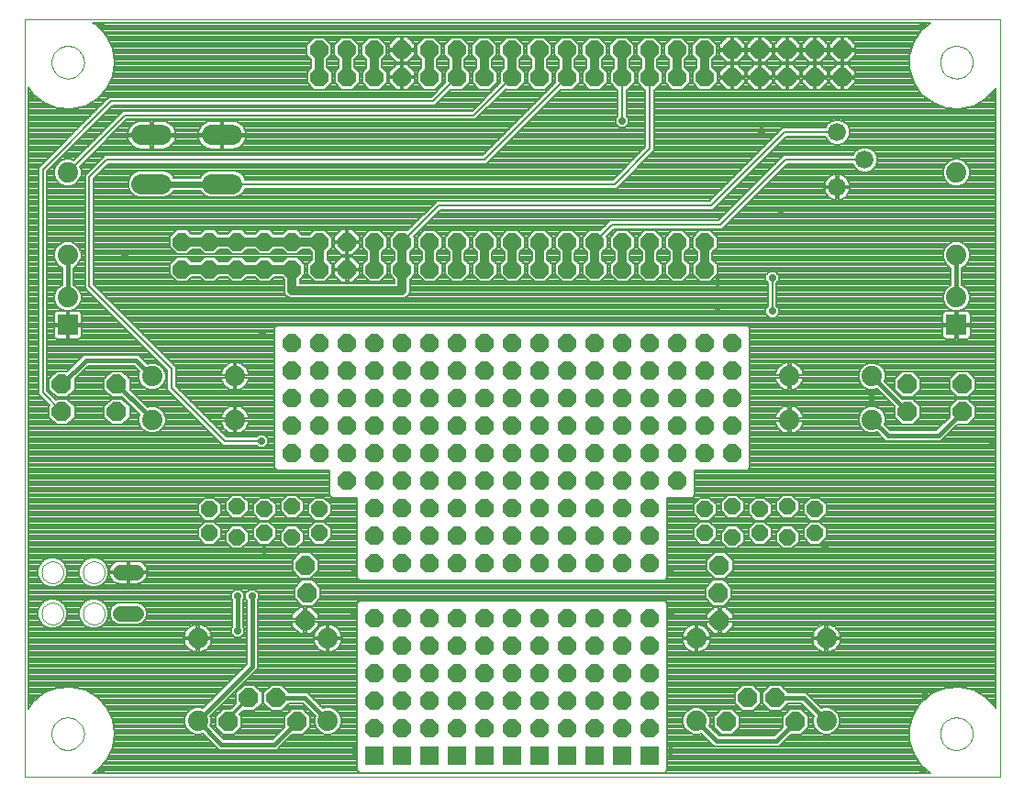
<source format=gtl>
G75*
G70*
%OFA0B0*%
%FSLAX24Y24*%
%IPPOS*%
%LPD*%
%AMOC8*
5,1,8,0,0,1.08239X$1,22.5*
%
%ADD10C,0.0000*%
%ADD11OC8,0.0594*%
%ADD12OC8,0.0700*%
%ADD13C,0.0740*%
%ADD14R,0.0740X0.0740*%
%ADD15OC8,0.0660*%
%ADD16C,0.0740*%
%ADD17C,0.0660*%
%ADD18C,0.0554*%
%ADD19R,0.0660X0.0660*%
%ADD20C,0.0160*%
%ADD21C,0.0080*%
%ADD22OC8,0.0238*%
%ADD23C,0.0320*%
%ADD24C,0.0240*%
%ADD25C,0.0120*%
D10*
X000269Y000500D02*
X000269Y028059D01*
X035702Y028059D01*
X035702Y000500D01*
X000269Y000500D01*
X001253Y002075D02*
X001255Y002123D01*
X001261Y002171D01*
X001271Y002218D01*
X001284Y002264D01*
X001302Y002309D01*
X001322Y002353D01*
X001347Y002395D01*
X001375Y002434D01*
X001405Y002471D01*
X001439Y002505D01*
X001476Y002537D01*
X001514Y002566D01*
X001555Y002591D01*
X001598Y002613D01*
X001643Y002631D01*
X001689Y002645D01*
X001736Y002656D01*
X001784Y002663D01*
X001832Y002666D01*
X001880Y002665D01*
X001928Y002660D01*
X001976Y002651D01*
X002022Y002639D01*
X002067Y002622D01*
X002111Y002602D01*
X002153Y002579D01*
X002193Y002552D01*
X002231Y002522D01*
X002266Y002489D01*
X002298Y002453D01*
X002328Y002415D01*
X002354Y002374D01*
X002376Y002331D01*
X002396Y002287D01*
X002411Y002242D01*
X002423Y002195D01*
X002431Y002147D01*
X002435Y002099D01*
X002435Y002051D01*
X002431Y002003D01*
X002423Y001955D01*
X002411Y001908D01*
X002396Y001863D01*
X002376Y001819D01*
X002354Y001776D01*
X002328Y001735D01*
X002298Y001697D01*
X002266Y001661D01*
X002231Y001628D01*
X002193Y001598D01*
X002153Y001571D01*
X002111Y001548D01*
X002067Y001528D01*
X002022Y001511D01*
X001976Y001499D01*
X001928Y001490D01*
X001880Y001485D01*
X001832Y001484D01*
X001784Y001487D01*
X001736Y001494D01*
X001689Y001505D01*
X001643Y001519D01*
X001598Y001537D01*
X001555Y001559D01*
X001514Y001584D01*
X001476Y001613D01*
X001439Y001645D01*
X001405Y001679D01*
X001375Y001716D01*
X001347Y001755D01*
X001322Y001797D01*
X001302Y001841D01*
X001284Y001886D01*
X001271Y001932D01*
X001261Y001979D01*
X001255Y002027D01*
X001253Y002075D01*
X000898Y006443D02*
X000900Y006482D01*
X000906Y006521D01*
X000916Y006559D01*
X000929Y006596D01*
X000946Y006631D01*
X000966Y006665D01*
X000990Y006696D01*
X001017Y006725D01*
X001046Y006751D01*
X001078Y006774D01*
X001112Y006794D01*
X001148Y006810D01*
X001185Y006822D01*
X001224Y006831D01*
X001263Y006836D01*
X001302Y006837D01*
X001341Y006834D01*
X001380Y006827D01*
X001417Y006816D01*
X001454Y006802D01*
X001489Y006784D01*
X001522Y006763D01*
X001553Y006738D01*
X001581Y006711D01*
X001606Y006681D01*
X001628Y006648D01*
X001647Y006614D01*
X001662Y006578D01*
X001674Y006540D01*
X001682Y006502D01*
X001686Y006463D01*
X001686Y006423D01*
X001682Y006384D01*
X001674Y006346D01*
X001662Y006308D01*
X001647Y006272D01*
X001628Y006238D01*
X001606Y006205D01*
X001581Y006175D01*
X001553Y006148D01*
X001522Y006123D01*
X001489Y006102D01*
X001454Y006084D01*
X001417Y006070D01*
X001380Y006059D01*
X001341Y006052D01*
X001302Y006049D01*
X001263Y006050D01*
X001224Y006055D01*
X001185Y006064D01*
X001148Y006076D01*
X001112Y006092D01*
X001078Y006112D01*
X001046Y006135D01*
X001017Y006161D01*
X000990Y006190D01*
X000966Y006221D01*
X000946Y006255D01*
X000929Y006290D01*
X000916Y006327D01*
X000906Y006365D01*
X000900Y006404D01*
X000898Y006443D01*
X002398Y006443D02*
X002400Y006482D01*
X002406Y006521D01*
X002416Y006559D01*
X002429Y006596D01*
X002446Y006631D01*
X002466Y006665D01*
X002490Y006696D01*
X002517Y006725D01*
X002546Y006751D01*
X002578Y006774D01*
X002612Y006794D01*
X002648Y006810D01*
X002685Y006822D01*
X002724Y006831D01*
X002763Y006836D01*
X002802Y006837D01*
X002841Y006834D01*
X002880Y006827D01*
X002917Y006816D01*
X002954Y006802D01*
X002989Y006784D01*
X003022Y006763D01*
X003053Y006738D01*
X003081Y006711D01*
X003106Y006681D01*
X003128Y006648D01*
X003147Y006614D01*
X003162Y006578D01*
X003174Y006540D01*
X003182Y006502D01*
X003186Y006463D01*
X003186Y006423D01*
X003182Y006384D01*
X003174Y006346D01*
X003162Y006308D01*
X003147Y006272D01*
X003128Y006238D01*
X003106Y006205D01*
X003081Y006175D01*
X003053Y006148D01*
X003022Y006123D01*
X002989Y006102D01*
X002954Y006084D01*
X002917Y006070D01*
X002880Y006059D01*
X002841Y006052D01*
X002802Y006049D01*
X002763Y006050D01*
X002724Y006055D01*
X002685Y006064D01*
X002648Y006076D01*
X002612Y006092D01*
X002578Y006112D01*
X002546Y006135D01*
X002517Y006161D01*
X002490Y006190D01*
X002466Y006221D01*
X002446Y006255D01*
X002429Y006290D01*
X002416Y006327D01*
X002406Y006365D01*
X002400Y006404D01*
X002398Y006443D01*
X002398Y007943D02*
X002400Y007982D01*
X002406Y008021D01*
X002416Y008059D01*
X002429Y008096D01*
X002446Y008131D01*
X002466Y008165D01*
X002490Y008196D01*
X002517Y008225D01*
X002546Y008251D01*
X002578Y008274D01*
X002612Y008294D01*
X002648Y008310D01*
X002685Y008322D01*
X002724Y008331D01*
X002763Y008336D01*
X002802Y008337D01*
X002841Y008334D01*
X002880Y008327D01*
X002917Y008316D01*
X002954Y008302D01*
X002989Y008284D01*
X003022Y008263D01*
X003053Y008238D01*
X003081Y008211D01*
X003106Y008181D01*
X003128Y008148D01*
X003147Y008114D01*
X003162Y008078D01*
X003174Y008040D01*
X003182Y008002D01*
X003186Y007963D01*
X003186Y007923D01*
X003182Y007884D01*
X003174Y007846D01*
X003162Y007808D01*
X003147Y007772D01*
X003128Y007738D01*
X003106Y007705D01*
X003081Y007675D01*
X003053Y007648D01*
X003022Y007623D01*
X002989Y007602D01*
X002954Y007584D01*
X002917Y007570D01*
X002880Y007559D01*
X002841Y007552D01*
X002802Y007549D01*
X002763Y007550D01*
X002724Y007555D01*
X002685Y007564D01*
X002648Y007576D01*
X002612Y007592D01*
X002578Y007612D01*
X002546Y007635D01*
X002517Y007661D01*
X002490Y007690D01*
X002466Y007721D01*
X002446Y007755D01*
X002429Y007790D01*
X002416Y007827D01*
X002406Y007865D01*
X002400Y007904D01*
X002398Y007943D01*
X000898Y007943D02*
X000900Y007982D01*
X000906Y008021D01*
X000916Y008059D01*
X000929Y008096D01*
X000946Y008131D01*
X000966Y008165D01*
X000990Y008196D01*
X001017Y008225D01*
X001046Y008251D01*
X001078Y008274D01*
X001112Y008294D01*
X001148Y008310D01*
X001185Y008322D01*
X001224Y008331D01*
X001263Y008336D01*
X001302Y008337D01*
X001341Y008334D01*
X001380Y008327D01*
X001417Y008316D01*
X001454Y008302D01*
X001489Y008284D01*
X001522Y008263D01*
X001553Y008238D01*
X001581Y008211D01*
X001606Y008181D01*
X001628Y008148D01*
X001647Y008114D01*
X001662Y008078D01*
X001674Y008040D01*
X001682Y008002D01*
X001686Y007963D01*
X001686Y007923D01*
X001682Y007884D01*
X001674Y007846D01*
X001662Y007808D01*
X001647Y007772D01*
X001628Y007738D01*
X001606Y007705D01*
X001581Y007675D01*
X001553Y007648D01*
X001522Y007623D01*
X001489Y007602D01*
X001454Y007584D01*
X001417Y007570D01*
X001380Y007559D01*
X001341Y007552D01*
X001302Y007549D01*
X001263Y007550D01*
X001224Y007555D01*
X001185Y007564D01*
X001148Y007576D01*
X001112Y007592D01*
X001078Y007612D01*
X001046Y007635D01*
X001017Y007661D01*
X000990Y007690D01*
X000966Y007721D01*
X000946Y007755D01*
X000929Y007790D01*
X000916Y007827D01*
X000906Y007865D01*
X000900Y007904D01*
X000898Y007943D01*
X001253Y026484D02*
X001255Y026532D01*
X001261Y026580D01*
X001271Y026627D01*
X001284Y026673D01*
X001302Y026718D01*
X001322Y026762D01*
X001347Y026804D01*
X001375Y026843D01*
X001405Y026880D01*
X001439Y026914D01*
X001476Y026946D01*
X001514Y026975D01*
X001555Y027000D01*
X001598Y027022D01*
X001643Y027040D01*
X001689Y027054D01*
X001736Y027065D01*
X001784Y027072D01*
X001832Y027075D01*
X001880Y027074D01*
X001928Y027069D01*
X001976Y027060D01*
X002022Y027048D01*
X002067Y027031D01*
X002111Y027011D01*
X002153Y026988D01*
X002193Y026961D01*
X002231Y026931D01*
X002266Y026898D01*
X002298Y026862D01*
X002328Y026824D01*
X002354Y026783D01*
X002376Y026740D01*
X002396Y026696D01*
X002411Y026651D01*
X002423Y026604D01*
X002431Y026556D01*
X002435Y026508D01*
X002435Y026460D01*
X002431Y026412D01*
X002423Y026364D01*
X002411Y026317D01*
X002396Y026272D01*
X002376Y026228D01*
X002354Y026185D01*
X002328Y026144D01*
X002298Y026106D01*
X002266Y026070D01*
X002231Y026037D01*
X002193Y026007D01*
X002153Y025980D01*
X002111Y025957D01*
X002067Y025937D01*
X002022Y025920D01*
X001976Y025908D01*
X001928Y025899D01*
X001880Y025894D01*
X001832Y025893D01*
X001784Y025896D01*
X001736Y025903D01*
X001689Y025914D01*
X001643Y025928D01*
X001598Y025946D01*
X001555Y025968D01*
X001514Y025993D01*
X001476Y026022D01*
X001439Y026054D01*
X001405Y026088D01*
X001375Y026125D01*
X001347Y026164D01*
X001322Y026206D01*
X001302Y026250D01*
X001284Y026295D01*
X001271Y026341D01*
X001261Y026388D01*
X001255Y026436D01*
X001253Y026484D01*
X033536Y026484D02*
X033538Y026532D01*
X033544Y026580D01*
X033554Y026627D01*
X033567Y026673D01*
X033585Y026718D01*
X033605Y026762D01*
X033630Y026804D01*
X033658Y026843D01*
X033688Y026880D01*
X033722Y026914D01*
X033759Y026946D01*
X033797Y026975D01*
X033838Y027000D01*
X033881Y027022D01*
X033926Y027040D01*
X033972Y027054D01*
X034019Y027065D01*
X034067Y027072D01*
X034115Y027075D01*
X034163Y027074D01*
X034211Y027069D01*
X034259Y027060D01*
X034305Y027048D01*
X034350Y027031D01*
X034394Y027011D01*
X034436Y026988D01*
X034476Y026961D01*
X034514Y026931D01*
X034549Y026898D01*
X034581Y026862D01*
X034611Y026824D01*
X034637Y026783D01*
X034659Y026740D01*
X034679Y026696D01*
X034694Y026651D01*
X034706Y026604D01*
X034714Y026556D01*
X034718Y026508D01*
X034718Y026460D01*
X034714Y026412D01*
X034706Y026364D01*
X034694Y026317D01*
X034679Y026272D01*
X034659Y026228D01*
X034637Y026185D01*
X034611Y026144D01*
X034581Y026106D01*
X034549Y026070D01*
X034514Y026037D01*
X034476Y026007D01*
X034436Y025980D01*
X034394Y025957D01*
X034350Y025937D01*
X034305Y025920D01*
X034259Y025908D01*
X034211Y025899D01*
X034163Y025894D01*
X034115Y025893D01*
X034067Y025896D01*
X034019Y025903D01*
X033972Y025914D01*
X033926Y025928D01*
X033881Y025946D01*
X033838Y025968D01*
X033797Y025993D01*
X033759Y026022D01*
X033722Y026054D01*
X033688Y026088D01*
X033658Y026125D01*
X033630Y026164D01*
X033605Y026206D01*
X033585Y026250D01*
X033567Y026295D01*
X033554Y026341D01*
X033544Y026388D01*
X033538Y026436D01*
X033536Y026484D01*
X033536Y002075D02*
X033538Y002123D01*
X033544Y002171D01*
X033554Y002218D01*
X033567Y002264D01*
X033585Y002309D01*
X033605Y002353D01*
X033630Y002395D01*
X033658Y002434D01*
X033688Y002471D01*
X033722Y002505D01*
X033759Y002537D01*
X033797Y002566D01*
X033838Y002591D01*
X033881Y002613D01*
X033926Y002631D01*
X033972Y002645D01*
X034019Y002656D01*
X034067Y002663D01*
X034115Y002666D01*
X034163Y002665D01*
X034211Y002660D01*
X034259Y002651D01*
X034305Y002639D01*
X034350Y002622D01*
X034394Y002602D01*
X034436Y002579D01*
X034476Y002552D01*
X034514Y002522D01*
X034549Y002489D01*
X034581Y002453D01*
X034611Y002415D01*
X034637Y002374D01*
X034659Y002331D01*
X034679Y002287D01*
X034694Y002242D01*
X034706Y002195D01*
X034714Y002147D01*
X034718Y002099D01*
X034718Y002051D01*
X034714Y002003D01*
X034706Y001955D01*
X034694Y001908D01*
X034679Y001863D01*
X034659Y001819D01*
X034637Y001776D01*
X034611Y001735D01*
X034581Y001697D01*
X034549Y001661D01*
X034514Y001628D01*
X034476Y001598D01*
X034436Y001571D01*
X034394Y001548D01*
X034350Y001528D01*
X034305Y001511D01*
X034259Y001499D01*
X034211Y001490D01*
X034163Y001485D01*
X034115Y001484D01*
X034067Y001487D01*
X034019Y001494D01*
X033972Y001505D01*
X033926Y001519D01*
X033881Y001537D01*
X033838Y001559D01*
X033797Y001584D01*
X033759Y001613D01*
X033722Y001645D01*
X033688Y001679D01*
X033658Y001716D01*
X033630Y001755D01*
X033605Y001797D01*
X033585Y001841D01*
X033567Y001886D01*
X033554Y001932D01*
X033544Y001979D01*
X033538Y002027D01*
X033536Y002075D01*
D11*
X027985Y009221D03*
X026985Y009371D03*
X026985Y010241D03*
X027985Y010341D03*
X028985Y010241D03*
X028985Y009371D03*
X025985Y009221D03*
X024985Y009371D03*
X024985Y010241D03*
X025985Y010341D03*
X010985Y010241D03*
X010985Y009371D03*
X009985Y009221D03*
X008985Y009371D03*
X007985Y009221D03*
X006985Y009371D03*
X006985Y010241D03*
X007985Y010341D03*
X008985Y010241D03*
X009985Y010341D03*
D12*
X010470Y008193D03*
X010540Y007193D03*
X010470Y006193D03*
X009430Y003375D03*
X008430Y003375D03*
X007680Y002500D03*
X010180Y002500D03*
X003631Y013780D03*
X003631Y014780D03*
X001631Y014780D03*
X001631Y013780D03*
X025530Y008193D03*
X025480Y007193D03*
X025530Y006193D03*
X026540Y003375D03*
X027540Y003375D03*
X028290Y002500D03*
X025790Y002500D03*
X032340Y013780D03*
X032340Y014780D03*
X034340Y014780D03*
X034340Y013780D03*
D13*
X031060Y013492D03*
X031060Y015067D03*
X028060Y015067D03*
X028060Y013492D03*
X034127Y017929D03*
X034127Y019472D03*
X034127Y022472D03*
X029403Y005543D03*
X029403Y002543D03*
X024678Y002543D03*
X024678Y005543D03*
X011292Y005543D03*
X011292Y002543D03*
X006568Y002543D03*
X006568Y005543D03*
X007911Y013492D03*
X007911Y015067D03*
X004911Y015067D03*
X004911Y013492D03*
X001844Y017929D03*
X001844Y019472D03*
X001844Y022472D03*
D14*
X001844Y016929D03*
X034127Y016929D03*
D15*
X025985Y016280D03*
X024985Y016280D03*
X023985Y016280D03*
X022985Y016280D03*
X021985Y016280D03*
X020985Y016280D03*
X019985Y016280D03*
X018985Y016280D03*
X017985Y016280D03*
X016985Y016280D03*
X015985Y016280D03*
X014985Y016280D03*
X013985Y016280D03*
X012985Y016280D03*
X011985Y016280D03*
X010985Y016280D03*
X009985Y016280D03*
X009985Y015280D03*
X010985Y015280D03*
X011985Y015280D03*
X012985Y015280D03*
X013985Y015280D03*
X014985Y015280D03*
X015985Y015280D03*
X016985Y015280D03*
X017985Y015280D03*
X018985Y015280D03*
X019985Y015280D03*
X020985Y015280D03*
X021985Y015280D03*
X022985Y015280D03*
X023985Y015280D03*
X024985Y015280D03*
X025985Y015280D03*
X025985Y014280D03*
X024985Y014280D03*
X023985Y014280D03*
X022985Y014280D03*
X021985Y014280D03*
X020985Y014280D03*
X019985Y014280D03*
X018985Y014280D03*
X017985Y014280D03*
X016985Y014280D03*
X015985Y014280D03*
X014985Y014280D03*
X013985Y014280D03*
X012985Y014280D03*
X011985Y014280D03*
X010985Y014280D03*
X009985Y014280D03*
X009985Y013280D03*
X010985Y013280D03*
X011985Y013280D03*
X012985Y013280D03*
X013985Y013280D03*
X014985Y013280D03*
X015985Y013280D03*
X016985Y013280D03*
X017985Y013280D03*
X018985Y013280D03*
X019985Y013280D03*
X020985Y013280D03*
X021985Y013280D03*
X022985Y013280D03*
X023985Y013280D03*
X024985Y013280D03*
X025985Y013280D03*
X025985Y012280D03*
X024985Y012280D03*
X023985Y012280D03*
X022985Y012280D03*
X021985Y012280D03*
X020985Y012280D03*
X019985Y012280D03*
X018985Y012280D03*
X017985Y012280D03*
X016985Y012280D03*
X015985Y012280D03*
X014985Y012280D03*
X013985Y012280D03*
X012985Y012280D03*
X011985Y012280D03*
X010985Y012280D03*
X009985Y012280D03*
X011985Y011280D03*
X012985Y011280D03*
X013985Y011280D03*
X014985Y011280D03*
X015985Y011280D03*
X016985Y011280D03*
X017985Y011280D03*
X018985Y011280D03*
X019985Y011280D03*
X020985Y011280D03*
X021985Y011280D03*
X022985Y011280D03*
X023985Y011280D03*
X022985Y010280D03*
X021985Y010280D03*
X020985Y010280D03*
X019985Y010280D03*
X018985Y010280D03*
X017985Y010280D03*
X016985Y010280D03*
X015985Y010280D03*
X014985Y010280D03*
X013985Y010280D03*
X012985Y010280D03*
X012985Y009280D03*
X013985Y009280D03*
X014985Y009280D03*
X015985Y009280D03*
X016985Y009280D03*
X017985Y009280D03*
X018985Y009280D03*
X019985Y009280D03*
X020985Y009280D03*
X021985Y009280D03*
X022985Y009280D03*
X022985Y008280D03*
X021985Y008280D03*
X020985Y008280D03*
X019985Y008280D03*
X018985Y008280D03*
X017985Y008280D03*
X016985Y008280D03*
X015985Y008280D03*
X014985Y008280D03*
X013985Y008280D03*
X012985Y008280D03*
X012985Y006280D03*
X013985Y006280D03*
X014985Y006280D03*
X015985Y006280D03*
X016985Y006280D03*
X017985Y006280D03*
X018985Y006280D03*
X019985Y006280D03*
X020985Y006280D03*
X021985Y006280D03*
X022985Y006280D03*
X022985Y005280D03*
X021985Y005280D03*
X020985Y005280D03*
X019985Y005280D03*
X018985Y005280D03*
X017985Y005280D03*
X016985Y005280D03*
X015985Y005280D03*
X014985Y005280D03*
X013985Y005280D03*
X012985Y005280D03*
X012985Y004280D03*
X013985Y004280D03*
X014985Y004280D03*
X015985Y004280D03*
X016985Y004280D03*
X017985Y004280D03*
X018985Y004280D03*
X019985Y004280D03*
X020985Y004280D03*
X021985Y004280D03*
X022985Y004280D03*
X022985Y003280D03*
X021985Y003280D03*
X020985Y003280D03*
X019985Y003280D03*
X018985Y003280D03*
X017985Y003280D03*
X016985Y003280D03*
X015985Y003280D03*
X014985Y003280D03*
X013985Y003280D03*
X012985Y003280D03*
X012985Y002280D03*
X013985Y002280D03*
X014985Y002280D03*
X015985Y002280D03*
X016985Y002280D03*
X017985Y002280D03*
X018985Y002280D03*
X019985Y002280D03*
X020985Y002280D03*
X021985Y002280D03*
X022985Y002280D03*
X022993Y018949D03*
X021993Y018949D03*
X020993Y018949D03*
X019993Y018949D03*
X018993Y018949D03*
X017993Y018949D03*
X016993Y018949D03*
X015993Y018949D03*
X014993Y018949D03*
X013993Y018949D03*
X012993Y018949D03*
X011993Y018949D03*
X010993Y018949D03*
X009993Y018949D03*
X008993Y018949D03*
X007993Y018949D03*
X006993Y018949D03*
X005993Y018949D03*
X005993Y019949D03*
X006993Y019949D03*
X007993Y019949D03*
X008993Y019949D03*
X009993Y019949D03*
X010985Y019941D03*
X011985Y019941D03*
X012985Y019941D03*
X013985Y019941D03*
X014985Y019941D03*
X015985Y019941D03*
X016985Y019941D03*
X017985Y019941D03*
X018985Y019941D03*
X019985Y019941D03*
X020985Y019941D03*
X021985Y019941D03*
X022985Y019941D03*
X023985Y019941D03*
X024985Y019941D03*
X024993Y018949D03*
X023993Y018949D03*
X023985Y025941D03*
X022985Y025941D03*
X021985Y025941D03*
X020985Y025941D03*
X019985Y025941D03*
X018985Y025941D03*
X017985Y025941D03*
X016985Y025941D03*
X015985Y025941D03*
X014985Y025941D03*
X013985Y025941D03*
X012985Y025941D03*
X011985Y025941D03*
X010985Y025941D03*
X010977Y026933D03*
X011977Y026933D03*
X012977Y026933D03*
X013977Y026933D03*
X014977Y026933D03*
X015977Y026933D03*
X016977Y026933D03*
X017977Y026933D03*
X018977Y026933D03*
X019977Y026933D03*
X020977Y026933D03*
X021977Y026933D03*
X022977Y026933D03*
X023977Y026933D03*
X024977Y026933D03*
X025977Y026933D03*
X026977Y026933D03*
X027977Y026933D03*
X028977Y026933D03*
X029977Y026933D03*
X029977Y025933D03*
X028977Y025933D03*
X027977Y025933D03*
X026977Y025933D03*
X025977Y025933D03*
X024985Y025941D03*
D16*
X007824Y023831D02*
X007084Y023831D01*
X005264Y023831D02*
X004524Y023831D01*
X004524Y022051D02*
X005264Y022051D01*
X007084Y022051D02*
X007824Y022051D01*
D17*
X029796Y021941D03*
X030796Y022941D03*
X029796Y023941D03*
D18*
X004320Y007943D02*
X003765Y007943D01*
X003765Y006443D02*
X004320Y006443D01*
D19*
X012985Y001280D03*
X013985Y001280D03*
X014985Y001280D03*
X015985Y001280D03*
X016985Y001280D03*
X017985Y001280D03*
X018985Y001280D03*
X019985Y001280D03*
X020985Y001280D03*
X021985Y001280D03*
X022985Y001280D03*
D20*
X024678Y002543D02*
X025422Y001799D01*
X027590Y001799D01*
X028290Y002500D01*
X028571Y003375D02*
X027540Y003375D01*
X028571Y003375D02*
X029403Y002543D01*
X031637Y012915D02*
X031060Y013492D01*
X031637Y012915D02*
X033475Y012915D01*
X034340Y013780D01*
X032340Y013780D02*
X032340Y013787D01*
X031060Y015067D01*
X034127Y017929D02*
X034127Y019472D01*
X011292Y002543D02*
X010461Y003375D01*
X009430Y003375D01*
X010180Y002500D02*
X009361Y001681D01*
X007430Y001681D01*
X006568Y002543D01*
X008536Y004512D01*
X008536Y007075D01*
X008025Y007075D02*
X008025Y005815D01*
X004911Y013492D02*
X004674Y013736D01*
X003631Y014780D01*
X004320Y015657D02*
X004911Y015067D01*
X004320Y015657D02*
X002509Y015657D01*
X001631Y014780D01*
X001844Y017929D02*
X001844Y019472D01*
D21*
X002044Y019025D02*
X002121Y019057D01*
X002259Y019195D01*
X002334Y019375D01*
X002334Y019570D01*
X002259Y019750D01*
X002121Y019888D01*
X001941Y019962D01*
X001746Y019962D01*
X001566Y019888D01*
X001428Y019750D01*
X001354Y019570D01*
X001354Y019375D01*
X001428Y019195D01*
X001566Y019057D01*
X001644Y019025D01*
X001644Y018377D01*
X001566Y018345D01*
X001428Y018207D01*
X001354Y018027D01*
X001354Y017832D01*
X001428Y017652D01*
X001566Y017514D01*
X001746Y017439D01*
X001941Y017439D01*
X002121Y017514D01*
X002259Y017652D01*
X002334Y017832D01*
X002334Y018027D01*
X002259Y018207D01*
X002121Y018345D01*
X002044Y018377D01*
X002044Y019025D01*
X002046Y019026D02*
X002471Y019026D01*
X002471Y018948D02*
X002044Y018948D01*
X002044Y018869D02*
X002471Y018869D01*
X002471Y018791D02*
X002044Y018791D01*
X002044Y018712D02*
X002471Y018712D01*
X002471Y018634D02*
X002044Y018634D01*
X002044Y018555D02*
X002471Y018555D01*
X002471Y018477D02*
X002044Y018477D01*
X002044Y018398D02*
X002471Y018398D01*
X002471Y018320D02*
X002146Y018320D01*
X002225Y018241D02*
X002498Y018241D01*
X002471Y018268D02*
X002565Y018175D01*
X005463Y015276D01*
X005463Y014568D01*
X005557Y014474D01*
X007486Y012545D01*
X008713Y012545D01*
X008792Y012466D01*
X008990Y012466D01*
X009130Y012606D01*
X009130Y012804D01*
X008990Y012944D01*
X008792Y012944D01*
X008713Y012865D01*
X007619Y012865D01*
X005783Y014700D01*
X005783Y015409D01*
X002791Y018401D01*
X002791Y022245D01*
X003327Y022781D01*
X017052Y022781D01*
X019780Y025510D01*
X019799Y025491D01*
X020172Y025491D01*
X020435Y025755D01*
X020435Y026127D01*
X020257Y026305D01*
X020257Y026577D01*
X020427Y026747D01*
X020427Y027119D01*
X020164Y027383D01*
X019791Y027383D01*
X019527Y027119D01*
X019527Y026747D01*
X019697Y026577D01*
X019697Y026289D01*
X019535Y026127D01*
X019535Y025755D01*
X019554Y025736D01*
X016919Y023101D01*
X003195Y023101D01*
X003101Y023007D01*
X002471Y022377D01*
X002471Y018268D01*
X002577Y018163D02*
X002277Y018163D01*
X002310Y018084D02*
X002655Y018084D01*
X002734Y018006D02*
X002334Y018006D01*
X002334Y017927D02*
X002812Y017927D01*
X002891Y017849D02*
X002334Y017849D01*
X002308Y017770D02*
X002969Y017770D01*
X003048Y017692D02*
X002276Y017692D01*
X002220Y017613D02*
X003126Y017613D01*
X003205Y017535D02*
X002142Y017535D01*
X002232Y017439D02*
X001884Y017439D01*
X001884Y016969D01*
X002354Y016969D01*
X002354Y017318D01*
X002344Y017353D01*
X002326Y017385D01*
X002300Y017411D01*
X002268Y017430D01*
X002232Y017439D01*
X002330Y017378D02*
X003362Y017378D01*
X003283Y017456D02*
X001982Y017456D01*
X001884Y017378D02*
X001804Y017378D01*
X001804Y017439D02*
X001455Y017439D01*
X001420Y017430D01*
X001388Y017411D01*
X001362Y017385D01*
X001343Y017353D01*
X001334Y017318D01*
X001334Y016969D01*
X001804Y016969D01*
X001804Y017439D01*
X001705Y017456D02*
X001098Y017456D01*
X001098Y017378D02*
X001357Y017378D01*
X001334Y017299D02*
X001098Y017299D01*
X001098Y017221D02*
X001334Y017221D01*
X001334Y017142D02*
X001098Y017142D01*
X001098Y017064D02*
X001334Y017064D01*
X001334Y016985D02*
X001098Y016985D01*
X001098Y016907D02*
X001804Y016907D01*
X001804Y016889D02*
X001334Y016889D01*
X001334Y016541D01*
X001343Y016505D01*
X001362Y016473D01*
X001388Y016447D01*
X001420Y016429D01*
X001455Y016419D01*
X001804Y016419D01*
X001804Y016889D01*
X001884Y016889D01*
X001884Y016969D01*
X001804Y016969D01*
X001804Y016889D01*
X001804Y016828D02*
X001884Y016828D01*
X001884Y016889D02*
X001884Y016419D01*
X002232Y016419D01*
X002268Y016429D01*
X002300Y016447D01*
X002326Y016473D01*
X002344Y016505D01*
X002354Y016541D01*
X002354Y016889D01*
X001884Y016889D01*
X001884Y016907D02*
X003833Y016907D01*
X003754Y016985D02*
X002354Y016985D01*
X002354Y017064D02*
X003676Y017064D01*
X003597Y017142D02*
X002354Y017142D01*
X002354Y017221D02*
X003519Y017221D01*
X003440Y017299D02*
X002354Y017299D01*
X001884Y017299D02*
X001804Y017299D01*
X001804Y017221D02*
X001884Y017221D01*
X001884Y017142D02*
X001804Y017142D01*
X001804Y017064D02*
X001884Y017064D01*
X001884Y016985D02*
X001804Y016985D01*
X001804Y016750D02*
X001884Y016750D01*
X001884Y016671D02*
X001804Y016671D01*
X001804Y016593D02*
X001884Y016593D01*
X001884Y016514D02*
X001804Y016514D01*
X001804Y016436D02*
X001884Y016436D01*
X002280Y016436D02*
X004304Y016436D01*
X004225Y016514D02*
X002346Y016514D01*
X002354Y016593D02*
X004147Y016593D01*
X004068Y016671D02*
X002354Y016671D01*
X002354Y016750D02*
X003990Y016750D01*
X003911Y016828D02*
X002354Y016828D01*
X001545Y017535D02*
X001098Y017535D01*
X001098Y017613D02*
X001467Y017613D01*
X001412Y017692D02*
X001098Y017692D01*
X001098Y017770D02*
X001379Y017770D01*
X001354Y017849D02*
X001098Y017849D01*
X001098Y017927D02*
X001354Y017927D01*
X001354Y018006D02*
X001098Y018006D01*
X001098Y018084D02*
X001377Y018084D01*
X001410Y018163D02*
X001098Y018163D01*
X001098Y018241D02*
X001463Y018241D01*
X001541Y018320D02*
X001098Y018320D01*
X001098Y018398D02*
X001644Y018398D01*
X001644Y018477D02*
X001098Y018477D01*
X001098Y018555D02*
X001644Y018555D01*
X001644Y018634D02*
X001098Y018634D01*
X001098Y018712D02*
X001644Y018712D01*
X001644Y018791D02*
X001098Y018791D01*
X001098Y018869D02*
X001644Y018869D01*
X001644Y018948D02*
X001098Y018948D01*
X001098Y019026D02*
X001641Y019026D01*
X001519Y019105D02*
X001098Y019105D01*
X001098Y019183D02*
X001440Y019183D01*
X001401Y019262D02*
X001098Y019262D01*
X001098Y019340D02*
X001368Y019340D01*
X001354Y019419D02*
X001098Y019419D01*
X001098Y019497D02*
X001354Y019497D01*
X001356Y019576D02*
X001098Y019576D01*
X001098Y019654D02*
X001388Y019654D01*
X001421Y019733D02*
X001098Y019733D01*
X001098Y019811D02*
X001489Y019811D01*
X001570Y019890D02*
X001098Y019890D01*
X001098Y019968D02*
X002471Y019968D01*
X002471Y019890D02*
X002117Y019890D01*
X002198Y019811D02*
X002471Y019811D01*
X002471Y019733D02*
X002266Y019733D01*
X002299Y019654D02*
X002471Y019654D01*
X002471Y019576D02*
X002331Y019576D01*
X002334Y019497D02*
X002471Y019497D01*
X002471Y019419D02*
X002334Y019419D01*
X002319Y019340D02*
X002471Y019340D01*
X002471Y019262D02*
X002287Y019262D01*
X002247Y019183D02*
X002471Y019183D01*
X002471Y019105D02*
X002169Y019105D01*
X002791Y019105D02*
X005543Y019105D01*
X005543Y019135D02*
X005543Y018762D01*
X005807Y018499D01*
X006180Y018499D01*
X006350Y018669D01*
X006637Y018669D01*
X006807Y018499D01*
X007180Y018499D01*
X007350Y018669D01*
X007637Y018669D01*
X007807Y018499D01*
X008180Y018499D01*
X008350Y018669D01*
X008637Y018669D01*
X008807Y018499D01*
X009180Y018499D01*
X009350Y018669D01*
X009637Y018669D01*
X009713Y018592D01*
X009713Y018121D01*
X009756Y018019D01*
X009835Y017940D01*
X009937Y017897D01*
X014049Y017897D01*
X014152Y017940D01*
X014231Y018019D01*
X014273Y018121D01*
X014273Y018592D01*
X014443Y018762D01*
X014443Y019135D01*
X014273Y019305D01*
X014273Y019592D01*
X014435Y019755D01*
X014435Y020127D01*
X014417Y020146D01*
X015398Y021127D01*
X025296Y021127D01*
X025389Y021221D01*
X027949Y023781D01*
X029376Y023781D01*
X029415Y023686D01*
X029541Y023559D01*
X029707Y023491D01*
X029886Y023491D01*
X030051Y023559D01*
X030178Y023686D01*
X030246Y023851D01*
X030246Y024030D01*
X030178Y024196D01*
X030051Y024322D01*
X029886Y024391D01*
X029707Y024391D01*
X029541Y024322D01*
X029415Y024196D01*
X029376Y024101D01*
X027817Y024101D01*
X025163Y021447D01*
X015265Y021447D01*
X015172Y021354D01*
X014190Y020372D01*
X014172Y020391D01*
X013799Y020391D01*
X013535Y020127D01*
X013535Y019755D01*
X013713Y019577D01*
X013713Y019305D01*
X013543Y019135D01*
X013543Y018762D01*
X013713Y018592D01*
X013713Y018457D01*
X010273Y018457D01*
X010273Y018592D01*
X010443Y018762D01*
X010443Y019135D01*
X010180Y019399D01*
X009807Y019399D01*
X009637Y019229D01*
X009350Y019229D01*
X009180Y019399D01*
X008807Y019399D01*
X008637Y019229D01*
X008350Y019229D01*
X008180Y019399D01*
X007807Y019399D01*
X007637Y019229D01*
X007350Y019229D01*
X007180Y019399D01*
X006807Y019399D01*
X006637Y019229D01*
X006350Y019229D01*
X006180Y019399D01*
X005807Y019399D01*
X005543Y019135D01*
X005591Y019183D02*
X002791Y019183D01*
X002791Y019262D02*
X005670Y019262D01*
X005748Y019340D02*
X002791Y019340D01*
X002791Y019419D02*
X010713Y019419D01*
X010713Y019497D02*
X002791Y019497D01*
X002791Y019576D02*
X005730Y019576D01*
X005807Y019499D02*
X005543Y019762D01*
X005543Y020135D01*
X005807Y020399D01*
X006180Y020399D01*
X006350Y020229D01*
X006637Y020229D01*
X006807Y020399D01*
X007180Y020399D01*
X007350Y020229D01*
X007637Y020229D01*
X007807Y020399D01*
X008180Y020399D01*
X008350Y020229D01*
X008637Y020229D01*
X008807Y020399D01*
X009180Y020399D01*
X009350Y020229D01*
X009637Y020229D01*
X009807Y020399D01*
X010180Y020399D01*
X010357Y020221D01*
X010629Y020221D01*
X010799Y020391D01*
X011172Y020391D01*
X011435Y020127D01*
X011435Y019755D01*
X011273Y019592D01*
X011273Y019305D01*
X011443Y019135D01*
X011443Y018762D01*
X011180Y018499D01*
X010807Y018499D01*
X010543Y018762D01*
X010543Y019135D01*
X010713Y019305D01*
X010713Y019577D01*
X010629Y019661D01*
X010342Y019661D01*
X010180Y019499D01*
X009807Y019499D01*
X009637Y019669D01*
X009350Y019669D01*
X009180Y019499D01*
X008807Y019499D01*
X008637Y019669D01*
X008350Y019669D01*
X008180Y019499D01*
X007807Y019499D01*
X007637Y019669D01*
X007350Y019669D01*
X007180Y019499D01*
X006807Y019499D01*
X006637Y019669D01*
X006350Y019669D01*
X006180Y019499D01*
X005807Y019499D01*
X005652Y019654D02*
X002791Y019654D01*
X002791Y019733D02*
X005573Y019733D01*
X005543Y019811D02*
X002791Y019811D01*
X002791Y019890D02*
X005543Y019890D01*
X005543Y019968D02*
X002791Y019968D01*
X002791Y020047D02*
X005543Y020047D01*
X005543Y020125D02*
X002791Y020125D01*
X002791Y020204D02*
X005612Y020204D01*
X005690Y020282D02*
X002791Y020282D01*
X002791Y020361D02*
X005769Y020361D01*
X006218Y020361D02*
X006769Y020361D01*
X006690Y020282D02*
X006296Y020282D01*
X006335Y019654D02*
X006652Y019654D01*
X006730Y019576D02*
X006256Y019576D01*
X006238Y019340D02*
X006748Y019340D01*
X006670Y019262D02*
X006317Y019262D01*
X006314Y018634D02*
X006672Y018634D01*
X006751Y018555D02*
X006236Y018555D01*
X005751Y018555D02*
X002791Y018555D01*
X002791Y018477D02*
X009713Y018477D01*
X009713Y018555D02*
X009236Y018555D01*
X009314Y018634D02*
X009672Y018634D01*
X009713Y018398D02*
X002794Y018398D01*
X002872Y018320D02*
X009713Y018320D01*
X009713Y018241D02*
X002951Y018241D01*
X003029Y018163D02*
X009713Y018163D01*
X009729Y018084D02*
X003108Y018084D01*
X003186Y018006D02*
X009769Y018006D01*
X009865Y017927D02*
X003265Y017927D01*
X003343Y017849D02*
X027274Y017849D01*
X027274Y017927D02*
X014121Y017927D01*
X014218Y018006D02*
X027274Y018006D01*
X027274Y018084D02*
X014258Y018084D01*
X014273Y018163D02*
X027274Y018163D01*
X027274Y018241D02*
X014273Y018241D01*
X014273Y018320D02*
X027274Y018320D01*
X027274Y018398D02*
X014273Y018398D01*
X014273Y018477D02*
X027269Y018477D01*
X027274Y018472D02*
X027274Y017607D01*
X027195Y017528D01*
X027195Y017330D01*
X027335Y017190D01*
X027533Y017190D01*
X027673Y017330D01*
X027673Y017528D01*
X027594Y017607D01*
X027594Y018472D01*
X027673Y018551D01*
X027673Y018749D01*
X027533Y018889D01*
X027335Y018889D01*
X027195Y018749D01*
X027195Y018551D01*
X027274Y018472D01*
X027195Y018555D02*
X025236Y018555D01*
X025180Y018499D02*
X025443Y018762D01*
X025443Y019135D01*
X025265Y019313D01*
X025265Y019585D01*
X025435Y019755D01*
X025435Y020127D01*
X025172Y020391D01*
X024799Y020391D01*
X024535Y020127D01*
X024535Y019755D01*
X024705Y019585D01*
X024705Y019297D01*
X024543Y019135D01*
X024543Y018762D01*
X024807Y018499D01*
X025180Y018499D01*
X025314Y018634D02*
X027195Y018634D01*
X027195Y018712D02*
X025393Y018712D01*
X025443Y018791D02*
X027237Y018791D01*
X027316Y018869D02*
X025443Y018869D01*
X025443Y018948D02*
X033927Y018948D01*
X033927Y019025D02*
X033927Y018377D01*
X033849Y018345D01*
X033712Y018207D01*
X033637Y018027D01*
X033637Y017832D01*
X033712Y017652D01*
X033849Y017514D01*
X034030Y017439D01*
X034225Y017439D01*
X034405Y017514D01*
X034542Y017652D01*
X034617Y017832D01*
X034617Y018027D01*
X034542Y018207D01*
X034405Y018345D01*
X034327Y018377D01*
X034327Y019025D01*
X034405Y019057D01*
X034542Y019195D01*
X034617Y019375D01*
X034617Y019570D01*
X034542Y019750D01*
X034405Y019888D01*
X034225Y019962D01*
X034030Y019962D01*
X033849Y019888D01*
X033712Y019750D01*
X033637Y019570D01*
X033637Y019375D01*
X033712Y019195D01*
X033849Y019057D01*
X033927Y019025D01*
X033924Y019026D02*
X025443Y019026D01*
X025443Y019105D02*
X033802Y019105D01*
X033723Y019183D02*
X025395Y019183D01*
X025317Y019262D02*
X033684Y019262D01*
X033652Y019340D02*
X025265Y019340D01*
X025265Y019419D02*
X033637Y019419D01*
X033637Y019497D02*
X025265Y019497D01*
X025265Y019576D02*
X033639Y019576D01*
X033672Y019654D02*
X025335Y019654D01*
X025413Y019733D02*
X033704Y019733D01*
X033773Y019811D02*
X025435Y019811D01*
X025435Y019890D02*
X033854Y019890D01*
X034400Y019890D02*
X035562Y019890D01*
X035562Y019968D02*
X025435Y019968D01*
X025435Y020047D02*
X035562Y020047D01*
X035562Y020125D02*
X025435Y020125D01*
X025359Y020204D02*
X035562Y020204D01*
X035562Y020282D02*
X025281Y020282D01*
X025202Y020361D02*
X035562Y020361D01*
X035562Y020439D02*
X025631Y020439D01*
X025611Y020419D02*
X025704Y020512D01*
X027973Y022781D01*
X030376Y022781D01*
X030415Y022686D01*
X030541Y022559D01*
X030707Y022491D01*
X030886Y022491D01*
X031051Y022559D01*
X031178Y022686D01*
X031246Y022851D01*
X031246Y023030D01*
X035562Y023030D01*
X035562Y023108D02*
X031214Y023108D01*
X031246Y023030D02*
X031178Y023196D01*
X031051Y023322D01*
X030886Y023391D01*
X030707Y023391D01*
X030541Y023322D01*
X030415Y023196D01*
X030376Y023101D01*
X027840Y023101D01*
X025478Y020739D01*
X021557Y020739D01*
X021463Y020645D01*
X021190Y020372D01*
X021172Y020391D01*
X020799Y020391D01*
X020535Y020127D01*
X020535Y019755D01*
X020705Y019585D01*
X020705Y019297D01*
X020543Y019135D01*
X020543Y018762D01*
X020807Y018499D01*
X021180Y018499D01*
X021443Y018762D01*
X021443Y019135D01*
X021265Y019313D01*
X021265Y019585D01*
X021435Y019755D01*
X021435Y020127D01*
X021417Y020146D01*
X021689Y020419D01*
X025611Y020419D01*
X025709Y020518D02*
X035562Y020518D01*
X035562Y020596D02*
X025788Y020596D01*
X025866Y020675D02*
X035562Y020675D01*
X035562Y020753D02*
X025945Y020753D01*
X026023Y020832D02*
X035562Y020832D01*
X035562Y020910D02*
X026102Y020910D01*
X026180Y020989D02*
X035562Y020989D01*
X035562Y021067D02*
X026259Y021067D01*
X026337Y021146D02*
X035562Y021146D01*
X035562Y021224D02*
X026416Y021224D01*
X026494Y021303D02*
X035562Y021303D01*
X035562Y021381D02*
X026573Y021381D01*
X026651Y021460D02*
X035562Y021460D01*
X035562Y021538D02*
X030041Y021538D01*
X030043Y021539D02*
X030103Y021582D01*
X030155Y021635D01*
X030198Y021695D01*
X030232Y021761D01*
X030255Y021831D01*
X030266Y021901D01*
X029836Y021901D01*
X029836Y021471D01*
X029906Y021483D01*
X029977Y021505D01*
X030043Y021539D01*
X030137Y021617D02*
X035562Y021617D01*
X035562Y021695D02*
X030199Y021695D01*
X030236Y021774D02*
X035562Y021774D01*
X035562Y021852D02*
X030258Y021852D01*
X030266Y021981D02*
X030255Y022051D01*
X030232Y022121D01*
X030198Y022187D01*
X030155Y022247D01*
X030103Y022299D01*
X030043Y022343D01*
X029977Y022377D01*
X029906Y022399D01*
X029836Y022410D01*
X029836Y021981D01*
X029756Y021981D01*
X029756Y021901D01*
X029327Y021901D01*
X029338Y021831D01*
X029361Y021761D01*
X029394Y021695D01*
X026887Y021695D01*
X026808Y021617D02*
X029456Y021617D01*
X029438Y021635D02*
X029490Y021582D01*
X029550Y021539D01*
X029616Y021505D01*
X029686Y021483D01*
X029756Y021471D01*
X029756Y021901D01*
X029836Y021901D01*
X029836Y021981D01*
X030266Y021981D01*
X030261Y022009D02*
X033965Y022009D01*
X034030Y021982D02*
X034225Y021982D01*
X034405Y022057D01*
X034542Y022195D01*
X034617Y022375D01*
X034617Y022570D01*
X034542Y022750D01*
X034405Y022888D01*
X034225Y022962D01*
X034030Y022962D01*
X033849Y022888D01*
X033712Y022750D01*
X033637Y022570D01*
X033637Y022375D01*
X033712Y022195D01*
X033849Y022057D01*
X034030Y021982D01*
X033819Y022088D02*
X030243Y022088D01*
X030209Y022166D02*
X033740Y022166D01*
X033691Y022245D02*
X030157Y022245D01*
X030070Y022323D02*
X033659Y022323D01*
X033637Y022402D02*
X029893Y022402D01*
X029836Y022402D02*
X029756Y022402D01*
X029756Y022410D02*
X029686Y022399D01*
X029616Y022377D01*
X029550Y022343D01*
X029490Y022299D01*
X029438Y022247D01*
X029394Y022187D01*
X029361Y022121D01*
X029338Y022051D01*
X029327Y021981D01*
X029756Y021981D01*
X029756Y022410D01*
X029700Y022402D02*
X027593Y022402D01*
X027515Y022323D02*
X029523Y022323D01*
X029436Y022245D02*
X027436Y022245D01*
X027358Y022166D02*
X029384Y022166D01*
X029350Y022088D02*
X027279Y022088D01*
X027201Y022009D02*
X029331Y022009D01*
X029335Y021852D02*
X027044Y021852D01*
X026965Y021774D02*
X029357Y021774D01*
X029394Y021695D02*
X029438Y021635D01*
X029552Y021538D02*
X026730Y021538D01*
X026513Y021774D02*
X025942Y021774D01*
X026020Y021852D02*
X026591Y021852D01*
X026670Y021931D02*
X026099Y021931D01*
X026177Y022009D02*
X026748Y022009D01*
X026827Y022088D02*
X026256Y022088D01*
X026334Y022166D02*
X026905Y022166D01*
X026984Y022245D02*
X026413Y022245D01*
X026491Y022323D02*
X027062Y022323D01*
X027141Y022402D02*
X026570Y022402D01*
X026648Y022480D02*
X027219Y022480D01*
X027298Y022559D02*
X026727Y022559D01*
X026805Y022637D02*
X027376Y022637D01*
X027455Y022716D02*
X026884Y022716D01*
X026962Y022794D02*
X027533Y022794D01*
X027612Y022873D02*
X027041Y022873D01*
X027119Y022951D02*
X027690Y022951D01*
X027769Y023030D02*
X027198Y023030D01*
X027276Y023108D02*
X030378Y023108D01*
X030411Y023187D02*
X027355Y023187D01*
X027433Y023265D02*
X030484Y023265D01*
X030592Y023344D02*
X027512Y023344D01*
X027590Y023422D02*
X035562Y023422D01*
X035562Y023344D02*
X031000Y023344D01*
X031109Y023265D02*
X035562Y023265D01*
X035562Y023187D02*
X031182Y023187D01*
X031246Y022951D02*
X034002Y022951D01*
X033834Y022873D02*
X031246Y022873D01*
X031223Y022794D02*
X033756Y022794D01*
X033697Y022716D02*
X031190Y022716D01*
X031129Y022637D02*
X033665Y022637D01*
X033637Y022559D02*
X031049Y022559D01*
X030796Y022941D02*
X027907Y022941D01*
X025544Y020579D01*
X021623Y020579D01*
X020985Y019941D01*
X020535Y019968D02*
X020435Y019968D01*
X020435Y019890D02*
X020535Y019890D01*
X020535Y019811D02*
X020435Y019811D01*
X020435Y019755D02*
X020435Y020127D01*
X020172Y020391D01*
X019799Y020391D01*
X019535Y020127D01*
X019535Y019755D01*
X019705Y019585D01*
X019705Y019297D01*
X019543Y019135D01*
X019543Y018762D01*
X019807Y018499D01*
X020180Y018499D01*
X020443Y018762D01*
X020443Y019135D01*
X020265Y019313D01*
X020265Y019585D01*
X020435Y019755D01*
X020413Y019733D02*
X020557Y019733D01*
X020636Y019654D02*
X020335Y019654D01*
X020265Y019576D02*
X020705Y019576D01*
X020705Y019497D02*
X020265Y019497D01*
X020265Y019419D02*
X020705Y019419D01*
X020705Y019340D02*
X020265Y019340D01*
X020317Y019262D02*
X020670Y019262D01*
X020591Y019183D02*
X020395Y019183D01*
X020443Y019105D02*
X020543Y019105D01*
X020543Y019026D02*
X020443Y019026D01*
X020443Y018948D02*
X020543Y018948D01*
X020543Y018869D02*
X020443Y018869D01*
X020443Y018791D02*
X020543Y018791D01*
X020594Y018712D02*
X020393Y018712D01*
X020314Y018634D02*
X020672Y018634D01*
X020751Y018555D02*
X020236Y018555D01*
X019751Y018555D02*
X019236Y018555D01*
X019180Y018499D02*
X019443Y018762D01*
X019443Y019135D01*
X019265Y019313D01*
X019265Y019585D01*
X019435Y019755D01*
X019435Y020127D01*
X019172Y020391D01*
X018799Y020391D01*
X018535Y020127D01*
X018535Y019755D01*
X018705Y019585D01*
X018705Y019297D01*
X018543Y019135D01*
X018543Y018762D01*
X018807Y018499D01*
X019180Y018499D01*
X019314Y018634D02*
X019672Y018634D01*
X019594Y018712D02*
X019393Y018712D01*
X019443Y018791D02*
X019543Y018791D01*
X019543Y018869D02*
X019443Y018869D01*
X019443Y018948D02*
X019543Y018948D01*
X019543Y019026D02*
X019443Y019026D01*
X019443Y019105D02*
X019543Y019105D01*
X019591Y019183D02*
X019395Y019183D01*
X019317Y019262D02*
X019670Y019262D01*
X019705Y019340D02*
X019265Y019340D01*
X019265Y019419D02*
X019705Y019419D01*
X019705Y019497D02*
X019265Y019497D01*
X019265Y019576D02*
X019705Y019576D01*
X019636Y019654D02*
X019335Y019654D01*
X019413Y019733D02*
X019557Y019733D01*
X019535Y019811D02*
X019435Y019811D01*
X019435Y019890D02*
X019535Y019890D01*
X019535Y019968D02*
X019435Y019968D01*
X019435Y020047D02*
X019535Y020047D01*
X019535Y020125D02*
X019435Y020125D01*
X019359Y020204D02*
X019612Y020204D01*
X019690Y020282D02*
X019281Y020282D01*
X019202Y020361D02*
X019769Y020361D01*
X020202Y020361D02*
X020769Y020361D01*
X020690Y020282D02*
X020281Y020282D01*
X020359Y020204D02*
X020612Y020204D01*
X020535Y020125D02*
X020435Y020125D01*
X020435Y020047D02*
X020535Y020047D01*
X021257Y020439D02*
X014710Y020439D01*
X014769Y020361D02*
X014631Y020361D01*
X014690Y020282D02*
X014553Y020282D01*
X014612Y020204D02*
X014474Y020204D01*
X014435Y020125D02*
X014535Y020125D01*
X014535Y020127D02*
X014535Y019755D01*
X014705Y019585D01*
X014705Y019297D01*
X014543Y019135D01*
X014543Y018762D01*
X014807Y018499D01*
X015180Y018499D01*
X015443Y018762D01*
X015443Y019135D01*
X015265Y019313D01*
X015265Y019585D01*
X015435Y019755D01*
X015435Y020127D01*
X015172Y020391D01*
X014799Y020391D01*
X014535Y020127D01*
X014535Y020047D02*
X014435Y020047D01*
X014435Y019968D02*
X014535Y019968D01*
X014535Y019890D02*
X014435Y019890D01*
X014435Y019811D02*
X014535Y019811D01*
X014557Y019733D02*
X014413Y019733D01*
X014335Y019654D02*
X014636Y019654D01*
X014705Y019576D02*
X014273Y019576D01*
X014273Y019497D02*
X014705Y019497D01*
X014705Y019419D02*
X014273Y019419D01*
X014273Y019340D02*
X014705Y019340D01*
X014670Y019262D02*
X014317Y019262D01*
X014395Y019183D02*
X014591Y019183D01*
X014543Y019105D02*
X014443Y019105D01*
X014443Y019026D02*
X014543Y019026D01*
X014543Y018948D02*
X014443Y018948D01*
X014443Y018869D02*
X014543Y018869D01*
X014543Y018791D02*
X014443Y018791D01*
X014393Y018712D02*
X014594Y018712D01*
X014672Y018634D02*
X014314Y018634D01*
X014273Y018555D02*
X014751Y018555D01*
X015236Y018555D02*
X015751Y018555D01*
X015807Y018499D02*
X016180Y018499D01*
X016443Y018762D01*
X016443Y019135D01*
X016265Y019313D01*
X016265Y019585D01*
X016435Y019755D01*
X016435Y020127D01*
X016172Y020391D01*
X015799Y020391D01*
X015535Y020127D01*
X015535Y019755D01*
X015705Y019585D01*
X015705Y019297D01*
X015543Y019135D01*
X015543Y018762D01*
X015807Y018499D01*
X015672Y018634D02*
X015314Y018634D01*
X015393Y018712D02*
X015594Y018712D01*
X015543Y018791D02*
X015443Y018791D01*
X015443Y018869D02*
X015543Y018869D01*
X015543Y018948D02*
X015443Y018948D01*
X015443Y019026D02*
X015543Y019026D01*
X015543Y019105D02*
X015443Y019105D01*
X015395Y019183D02*
X015591Y019183D01*
X015670Y019262D02*
X015317Y019262D01*
X015265Y019340D02*
X015705Y019340D01*
X015705Y019419D02*
X015265Y019419D01*
X015265Y019497D02*
X015705Y019497D01*
X015705Y019576D02*
X015265Y019576D01*
X015335Y019654D02*
X015636Y019654D01*
X015557Y019733D02*
X015413Y019733D01*
X015435Y019811D02*
X015535Y019811D01*
X015535Y019890D02*
X015435Y019890D01*
X015435Y019968D02*
X015535Y019968D01*
X015535Y020047D02*
X015435Y020047D01*
X015435Y020125D02*
X015535Y020125D01*
X015612Y020204D02*
X015359Y020204D01*
X015281Y020282D02*
X015690Y020282D01*
X015769Y020361D02*
X015202Y020361D01*
X014945Y020675D02*
X021493Y020675D01*
X021463Y020645D02*
X021463Y020645D01*
X021414Y020596D02*
X014867Y020596D01*
X014788Y020518D02*
X021336Y020518D01*
X021553Y020282D02*
X021690Y020282D01*
X021631Y020361D02*
X021769Y020361D01*
X021799Y020391D02*
X021535Y020127D01*
X021535Y019755D01*
X021705Y019585D01*
X021705Y019297D01*
X021543Y019135D01*
X021543Y018762D01*
X021807Y018499D01*
X022180Y018499D01*
X022443Y018762D01*
X022443Y019135D01*
X022265Y019313D01*
X022265Y019585D01*
X022435Y019755D01*
X022435Y020127D01*
X022172Y020391D01*
X021799Y020391D01*
X021612Y020204D02*
X021474Y020204D01*
X021435Y020125D02*
X021535Y020125D01*
X021535Y020047D02*
X021435Y020047D01*
X021435Y019968D02*
X021535Y019968D01*
X021535Y019890D02*
X021435Y019890D01*
X021435Y019811D02*
X021535Y019811D01*
X021557Y019733D02*
X021413Y019733D01*
X021335Y019654D02*
X021636Y019654D01*
X021705Y019576D02*
X021265Y019576D01*
X021265Y019497D02*
X021705Y019497D01*
X021705Y019419D02*
X021265Y019419D01*
X021265Y019340D02*
X021705Y019340D01*
X021670Y019262D02*
X021317Y019262D01*
X021395Y019183D02*
X021591Y019183D01*
X021543Y019105D02*
X021443Y019105D01*
X021443Y019026D02*
X021543Y019026D01*
X021543Y018948D02*
X021443Y018948D01*
X021443Y018869D02*
X021543Y018869D01*
X021543Y018791D02*
X021443Y018791D01*
X021393Y018712D02*
X021594Y018712D01*
X021672Y018634D02*
X021314Y018634D01*
X021236Y018555D02*
X021751Y018555D01*
X022236Y018555D02*
X022751Y018555D01*
X022807Y018499D02*
X023180Y018499D01*
X023443Y018762D01*
X023443Y019135D01*
X023265Y019313D01*
X023265Y019585D01*
X023435Y019755D01*
X023435Y020127D01*
X023172Y020391D01*
X022799Y020391D01*
X022535Y020127D01*
X022535Y019755D01*
X022705Y019585D01*
X022705Y019297D01*
X022543Y019135D01*
X022543Y018762D01*
X022807Y018499D01*
X022672Y018634D02*
X022314Y018634D01*
X022393Y018712D02*
X022594Y018712D01*
X022543Y018791D02*
X022443Y018791D01*
X022443Y018869D02*
X022543Y018869D01*
X022543Y018948D02*
X022443Y018948D01*
X022443Y019026D02*
X022543Y019026D01*
X022543Y019105D02*
X022443Y019105D01*
X022395Y019183D02*
X022591Y019183D01*
X022670Y019262D02*
X022317Y019262D01*
X022265Y019340D02*
X022705Y019340D01*
X022705Y019419D02*
X022265Y019419D01*
X022265Y019497D02*
X022705Y019497D01*
X022705Y019576D02*
X022265Y019576D01*
X022335Y019654D02*
X022636Y019654D01*
X022557Y019733D02*
X022413Y019733D01*
X022435Y019811D02*
X022535Y019811D01*
X022535Y019890D02*
X022435Y019890D01*
X022435Y019968D02*
X022535Y019968D01*
X022535Y020047D02*
X022435Y020047D01*
X022435Y020125D02*
X022535Y020125D01*
X022612Y020204D02*
X022359Y020204D01*
X022281Y020282D02*
X022690Y020282D01*
X022769Y020361D02*
X022202Y020361D01*
X023202Y020361D02*
X023769Y020361D01*
X023799Y020391D02*
X023535Y020127D01*
X023535Y019755D01*
X023705Y019585D01*
X023705Y019297D01*
X023543Y019135D01*
X023543Y018762D01*
X023807Y018499D01*
X024180Y018499D01*
X024443Y018762D01*
X024443Y019135D01*
X024265Y019313D01*
X024265Y019585D01*
X024435Y019755D01*
X024435Y020127D01*
X024172Y020391D01*
X023799Y020391D01*
X023690Y020282D02*
X023281Y020282D01*
X023359Y020204D02*
X023612Y020204D01*
X023535Y020125D02*
X023435Y020125D01*
X023435Y020047D02*
X023535Y020047D01*
X023535Y019968D02*
X023435Y019968D01*
X023435Y019890D02*
X023535Y019890D01*
X023535Y019811D02*
X023435Y019811D01*
X023413Y019733D02*
X023557Y019733D01*
X023636Y019654D02*
X023335Y019654D01*
X023265Y019576D02*
X023705Y019576D01*
X023705Y019497D02*
X023265Y019497D01*
X023265Y019419D02*
X023705Y019419D01*
X023705Y019340D02*
X023265Y019340D01*
X023317Y019262D02*
X023670Y019262D01*
X023591Y019183D02*
X023395Y019183D01*
X023443Y019105D02*
X023543Y019105D01*
X023543Y019026D02*
X023443Y019026D01*
X023443Y018948D02*
X023543Y018948D01*
X023543Y018869D02*
X023443Y018869D01*
X023443Y018791D02*
X023543Y018791D01*
X023594Y018712D02*
X023393Y018712D01*
X023314Y018634D02*
X023672Y018634D01*
X023751Y018555D02*
X023236Y018555D01*
X024236Y018555D02*
X024751Y018555D01*
X024672Y018634D02*
X024314Y018634D01*
X024393Y018712D02*
X024594Y018712D01*
X024543Y018791D02*
X024443Y018791D01*
X024443Y018869D02*
X024543Y018869D01*
X024543Y018948D02*
X024443Y018948D01*
X024443Y019026D02*
X024543Y019026D01*
X024543Y019105D02*
X024443Y019105D01*
X024395Y019183D02*
X024591Y019183D01*
X024670Y019262D02*
X024317Y019262D01*
X024265Y019340D02*
X024705Y019340D01*
X024705Y019419D02*
X024265Y019419D01*
X024265Y019497D02*
X024705Y019497D01*
X024705Y019576D02*
X024265Y019576D01*
X024335Y019654D02*
X024636Y019654D01*
X024557Y019733D02*
X024413Y019733D01*
X024435Y019811D02*
X024535Y019811D01*
X024535Y019890D02*
X024435Y019890D01*
X024435Y019968D02*
X024535Y019968D01*
X024535Y020047D02*
X024435Y020047D01*
X024435Y020125D02*
X024535Y020125D01*
X024612Y020204D02*
X024359Y020204D01*
X024281Y020282D02*
X024690Y020282D01*
X024769Y020361D02*
X024202Y020361D01*
X025492Y020753D02*
X015024Y020753D01*
X015102Y020832D02*
X025571Y020832D01*
X025649Y020910D02*
X015181Y020910D01*
X015259Y020989D02*
X025728Y020989D01*
X025806Y021067D02*
X015338Y021067D01*
X015332Y021287D02*
X025229Y021287D01*
X027883Y023941D01*
X029796Y023941D01*
X029387Y024129D02*
X023145Y024129D01*
X023145Y024207D02*
X029426Y024207D01*
X029505Y024286D02*
X023145Y024286D01*
X023145Y024364D02*
X029642Y024364D01*
X029951Y024364D02*
X035562Y024364D01*
X035562Y024286D02*
X030088Y024286D01*
X030167Y024207D02*
X035562Y024207D01*
X035562Y024129D02*
X030206Y024129D01*
X030238Y024050D02*
X035562Y024050D01*
X035562Y023972D02*
X030246Y023972D01*
X030246Y023893D02*
X035562Y023893D01*
X035562Y023815D02*
X030231Y023815D01*
X030199Y023736D02*
X035562Y023736D01*
X035562Y023658D02*
X030149Y023658D01*
X030071Y023579D02*
X035562Y023579D01*
X035562Y023501D02*
X029909Y023501D01*
X029684Y023501D02*
X027669Y023501D01*
X027747Y023579D02*
X029522Y023579D01*
X029443Y023658D02*
X027826Y023658D01*
X027904Y023736D02*
X029394Y023736D01*
X030403Y022716D02*
X027907Y022716D01*
X027829Y022637D02*
X030464Y022637D01*
X030544Y022559D02*
X027750Y022559D01*
X027672Y022480D02*
X033637Y022480D01*
X034252Y022951D02*
X035562Y022951D01*
X035562Y022873D02*
X034420Y022873D01*
X034498Y022794D02*
X035562Y022794D01*
X035562Y022716D02*
X034557Y022716D01*
X034589Y022637D02*
X035562Y022637D01*
X035562Y022559D02*
X034617Y022559D01*
X034617Y022480D02*
X035562Y022480D01*
X035562Y022402D02*
X034617Y022402D01*
X034596Y022323D02*
X035562Y022323D01*
X035562Y022245D02*
X034563Y022245D01*
X034514Y022166D02*
X035562Y022166D01*
X035562Y022088D02*
X034435Y022088D01*
X034289Y022009D02*
X035562Y022009D01*
X035562Y021931D02*
X029836Y021931D01*
X029836Y022009D02*
X029756Y022009D01*
X029756Y021931D02*
X027122Y021931D01*
X026434Y021695D02*
X025863Y021695D01*
X025785Y021617D02*
X026356Y021617D01*
X026277Y021538D02*
X025706Y021538D01*
X025628Y021460D02*
X026199Y021460D01*
X026120Y021381D02*
X025549Y021381D01*
X025471Y021303D02*
X026042Y021303D01*
X025963Y021224D02*
X025392Y021224D01*
X025314Y021146D02*
X025885Y021146D01*
X025411Y021695D02*
X008161Y021695D01*
X008102Y021636D02*
X008240Y021773D01*
X008288Y021891D01*
X021768Y021891D01*
X023052Y023175D01*
X023145Y023268D01*
X023145Y025491D01*
X023172Y025491D01*
X023435Y025755D01*
X023435Y026127D01*
X023257Y026305D01*
X023257Y026577D01*
X023427Y026747D01*
X023427Y027119D01*
X023164Y027383D01*
X022791Y027383D01*
X022527Y027119D01*
X022527Y026747D01*
X022697Y026577D01*
X022697Y026289D01*
X022535Y026127D01*
X022535Y025755D01*
X022799Y025491D01*
X022825Y025491D01*
X022825Y023401D01*
X021635Y022211D01*
X008288Y022211D01*
X008240Y022329D01*
X008102Y022466D01*
X007922Y022541D01*
X006987Y022541D01*
X006807Y022466D01*
X006669Y022329D01*
X006653Y022291D01*
X005695Y022291D01*
X005680Y022329D01*
X005542Y022466D01*
X005362Y022541D01*
X004427Y022541D01*
X004247Y022466D01*
X004109Y022329D01*
X004034Y022148D01*
X004034Y021953D01*
X004109Y021773D01*
X004247Y021636D01*
X004427Y021561D01*
X005362Y021561D01*
X005542Y021636D01*
X005680Y021773D01*
X005695Y021811D01*
X006653Y021811D01*
X006669Y021773D01*
X006807Y021636D01*
X006987Y021561D01*
X007922Y021561D01*
X008102Y021636D01*
X008056Y021617D02*
X025332Y021617D01*
X025254Y021538D02*
X002791Y021538D01*
X002791Y021460D02*
X025175Y021460D01*
X025489Y021774D02*
X008240Y021774D01*
X008272Y021852D02*
X025568Y021852D01*
X025646Y021931D02*
X021808Y021931D01*
X021886Y022009D02*
X025725Y022009D01*
X025803Y022088D02*
X021965Y022088D01*
X022043Y022166D02*
X025882Y022166D01*
X025960Y022245D02*
X022122Y022245D01*
X022200Y022323D02*
X026039Y022323D01*
X026117Y022402D02*
X022279Y022402D01*
X022357Y022480D02*
X026196Y022480D01*
X026274Y022559D02*
X022436Y022559D01*
X022514Y022637D02*
X026353Y022637D01*
X026431Y022716D02*
X022593Y022716D01*
X022671Y022794D02*
X026510Y022794D01*
X026588Y022873D02*
X022750Y022873D01*
X022828Y022951D02*
X026667Y022951D01*
X026745Y023030D02*
X022907Y023030D01*
X022985Y023108D02*
X026824Y023108D01*
X026902Y023187D02*
X023064Y023187D01*
X023142Y023265D02*
X026981Y023265D01*
X027059Y023344D02*
X023145Y023344D01*
X023145Y023422D02*
X027138Y023422D01*
X027216Y023501D02*
X023145Y023501D01*
X023145Y023579D02*
X027295Y023579D01*
X027373Y023658D02*
X023145Y023658D01*
X023145Y023736D02*
X027452Y023736D01*
X027530Y023815D02*
X023145Y023815D01*
X023145Y023893D02*
X027609Y023893D01*
X027687Y023972D02*
X023145Y023972D01*
X023145Y024050D02*
X027766Y024050D01*
X027783Y025463D02*
X027937Y025463D01*
X027937Y025893D01*
X027507Y025893D01*
X027507Y025738D01*
X027783Y025463D01*
X027172Y025463D01*
X027447Y025738D01*
X027447Y025893D01*
X027017Y025893D01*
X027017Y025463D01*
X027172Y025463D01*
X027251Y025542D02*
X027704Y025542D01*
X027626Y025620D02*
X027329Y025620D01*
X027408Y025699D02*
X027547Y025699D01*
X027507Y025777D02*
X027447Y025777D01*
X027447Y025856D02*
X027507Y025856D01*
X027507Y025973D02*
X027937Y025973D01*
X027937Y025893D01*
X028017Y025893D01*
X028017Y025463D01*
X028172Y025463D01*
X028447Y025738D01*
X028447Y025893D01*
X028017Y025893D01*
X028017Y025973D01*
X027937Y025973D01*
X027937Y026403D01*
X027783Y026403D01*
X027507Y026128D01*
X027507Y025973D01*
X027507Y026013D02*
X027447Y026013D01*
X027447Y025973D02*
X027447Y026128D01*
X027172Y026403D01*
X027017Y026403D01*
X027017Y025973D01*
X026937Y025973D01*
X026937Y025893D01*
X026507Y025893D01*
X026507Y025738D01*
X026783Y025463D01*
X026937Y025463D01*
X026937Y025893D01*
X027017Y025893D01*
X027017Y025973D01*
X027447Y025973D01*
X027447Y026091D02*
X027507Y026091D01*
X027549Y026170D02*
X027406Y026170D01*
X027327Y026248D02*
X027628Y026248D01*
X027706Y026327D02*
X027249Y026327D01*
X027172Y026463D02*
X027447Y026738D01*
X027447Y026893D01*
X027017Y026893D01*
X027017Y026463D01*
X027172Y026463D01*
X027193Y026484D02*
X027762Y026484D01*
X027783Y026463D02*
X027937Y026463D01*
X027937Y026893D01*
X027507Y026893D01*
X027507Y026738D01*
X027783Y026463D01*
X027684Y026562D02*
X027271Y026562D01*
X027350Y026641D02*
X027605Y026641D01*
X027527Y026719D02*
X027428Y026719D01*
X027447Y026798D02*
X027507Y026798D01*
X027507Y026876D02*
X027447Y026876D01*
X027447Y026973D02*
X027017Y026973D01*
X026937Y026973D01*
X026937Y026893D01*
X026507Y026893D01*
X026507Y026738D01*
X026783Y026463D01*
X026937Y026463D01*
X026937Y026893D01*
X027017Y026893D01*
X027017Y026973D01*
X027017Y027403D01*
X027172Y027403D01*
X027447Y027128D01*
X027447Y026973D01*
X027447Y027033D02*
X027507Y027033D01*
X027507Y026973D02*
X027937Y026973D01*
X027937Y026893D01*
X028017Y026893D01*
X028017Y026463D01*
X028172Y026463D01*
X028447Y026738D01*
X028447Y026893D01*
X028017Y026893D01*
X028017Y026973D01*
X027937Y026973D01*
X027937Y027403D01*
X027783Y027403D01*
X027507Y027128D01*
X027507Y026973D01*
X027507Y027112D02*
X027447Y027112D01*
X027385Y027190D02*
X027570Y027190D01*
X027648Y027269D02*
X027307Y027269D01*
X027228Y027347D02*
X027727Y027347D01*
X027937Y027347D02*
X028017Y027347D01*
X028017Y027403D02*
X028172Y027403D01*
X028447Y027128D01*
X028447Y026973D01*
X028017Y026973D01*
X028017Y027403D01*
X028017Y027269D02*
X027937Y027269D01*
X027937Y027190D02*
X028017Y027190D01*
X028017Y027112D02*
X027937Y027112D01*
X027937Y027033D02*
X028017Y027033D01*
X028017Y026955D02*
X028937Y026955D01*
X028937Y026973D02*
X028937Y026893D01*
X028507Y026893D01*
X028507Y026738D01*
X028783Y026463D01*
X028937Y026463D01*
X028937Y026893D01*
X029017Y026893D01*
X029017Y026463D01*
X029172Y026463D01*
X029447Y026738D01*
X029447Y026893D01*
X029017Y026893D01*
X029017Y026973D01*
X028937Y026973D01*
X028507Y026973D01*
X028507Y027128D01*
X028783Y027403D01*
X028937Y027403D01*
X028937Y026973D01*
X028937Y027033D02*
X029017Y027033D01*
X029017Y026973D02*
X029017Y027403D01*
X029172Y027403D01*
X029447Y027128D01*
X029447Y026973D01*
X029017Y026973D01*
X029017Y026955D02*
X029937Y026955D01*
X029937Y026973D02*
X029937Y026893D01*
X029507Y026893D01*
X029507Y026738D01*
X029783Y026463D01*
X029937Y026463D01*
X029937Y026893D01*
X030017Y026893D01*
X030017Y026463D01*
X030172Y026463D01*
X030447Y026738D01*
X030447Y026893D01*
X030017Y026893D01*
X030017Y026973D01*
X029937Y026973D01*
X029507Y026973D01*
X029507Y027128D01*
X029783Y027403D01*
X029937Y027403D01*
X029937Y026973D01*
X029937Y027033D02*
X030017Y027033D01*
X030017Y026973D02*
X030017Y027403D01*
X030172Y027403D01*
X030447Y027128D01*
X030447Y026973D01*
X030017Y026973D01*
X030017Y026955D02*
X032492Y026955D01*
X032517Y027033D02*
X030447Y027033D01*
X030447Y027112D02*
X032541Y027112D01*
X032565Y027190D02*
X030385Y027190D01*
X030307Y027269D02*
X032604Y027269D01*
X032578Y027230D02*
X032426Y026741D01*
X032426Y026228D01*
X032578Y025738D01*
X032866Y025314D01*
X032866Y025314D01*
X032866Y025314D01*
X033267Y024995D01*
X033744Y024808D01*
X034256Y024769D01*
X034755Y024883D01*
X034755Y024883D01*
X035199Y025140D01*
X035199Y025140D01*
X035548Y025515D01*
X035548Y025515D01*
X035562Y025544D01*
X035562Y003015D01*
X035548Y003044D01*
X035199Y003419D01*
X034755Y003676D01*
X034256Y003790D01*
X034256Y003790D01*
X033744Y003751D01*
X033267Y003564D01*
X032866Y003245D01*
X032866Y003245D01*
X032578Y002821D01*
X032426Y002331D01*
X032426Y001818D01*
X032578Y001329D01*
X032578Y001329D01*
X032866Y000905D01*
X032866Y000905D01*
X032866Y000905D01*
X033199Y000640D01*
X002760Y000640D01*
X002916Y000730D01*
X003265Y001106D01*
X003487Y001568D01*
X003563Y002075D01*
X003487Y002582D01*
X003265Y003044D01*
X002916Y003419D01*
X002472Y003676D01*
X001972Y003790D01*
X001461Y003751D01*
X001461Y003751D01*
X000984Y003564D01*
X000984Y003564D01*
X000583Y003245D01*
X000583Y003245D01*
X000409Y002989D01*
X000409Y025570D01*
X000583Y025314D01*
X000984Y024995D01*
X001461Y024808D01*
X001972Y024769D01*
X001972Y024769D01*
X002472Y024883D01*
X002916Y025140D01*
X003265Y025515D01*
X003265Y025515D01*
X003487Y025977D01*
X003487Y025977D01*
X003563Y026484D01*
X003487Y026991D01*
X003487Y026991D01*
X003265Y027453D01*
X002916Y027829D01*
X002916Y027829D01*
X002760Y027919D01*
X033199Y027919D01*
X032866Y027654D01*
X032578Y027230D01*
X032578Y027230D01*
X032657Y027347D02*
X030228Y027347D01*
X030017Y027347D02*
X029937Y027347D01*
X029937Y027269D02*
X030017Y027269D01*
X030017Y027190D02*
X029937Y027190D01*
X029937Y027112D02*
X030017Y027112D01*
X030017Y026876D02*
X029937Y026876D01*
X029937Y026798D02*
X030017Y026798D01*
X030017Y026719D02*
X029937Y026719D01*
X029937Y026641D02*
X030017Y026641D01*
X030017Y026562D02*
X029937Y026562D01*
X029937Y026484D02*
X030017Y026484D01*
X030017Y026403D02*
X030172Y026403D01*
X030447Y026128D01*
X030447Y025973D01*
X030017Y025973D01*
X029937Y025973D01*
X029937Y025893D01*
X029507Y025893D01*
X029507Y025738D01*
X029783Y025463D01*
X029937Y025463D01*
X029937Y025893D01*
X030017Y025893D01*
X030017Y025463D01*
X030172Y025463D01*
X030447Y025738D01*
X030447Y025893D01*
X030017Y025893D01*
X030017Y025973D01*
X030017Y026403D01*
X030017Y026327D02*
X029937Y026327D01*
X029937Y026403D02*
X029783Y026403D01*
X029507Y026128D01*
X029507Y025973D01*
X029937Y025973D01*
X029937Y026403D01*
X029937Y026248D02*
X030017Y026248D01*
X030017Y026170D02*
X029937Y026170D01*
X029937Y026091D02*
X030017Y026091D01*
X030017Y026013D02*
X029937Y026013D01*
X029937Y025934D02*
X029017Y025934D01*
X029017Y025973D02*
X029447Y025973D01*
X029447Y026128D01*
X029172Y026403D01*
X029017Y026403D01*
X029017Y025973D01*
X028937Y025973D01*
X028937Y025893D01*
X028507Y025893D01*
X028507Y025738D01*
X028783Y025463D01*
X028937Y025463D01*
X028937Y025893D01*
X029017Y025893D01*
X029017Y025463D01*
X029172Y025463D01*
X029447Y025738D01*
X029447Y025893D01*
X029017Y025893D01*
X029017Y025973D01*
X029017Y026013D02*
X028937Y026013D01*
X028937Y025973D02*
X028937Y026403D01*
X028783Y026403D01*
X028507Y026128D01*
X028507Y025973D01*
X028937Y025973D01*
X028937Y025934D02*
X028017Y025934D01*
X028017Y025973D02*
X028447Y025973D01*
X028447Y026128D01*
X028172Y026403D01*
X028017Y026403D01*
X028017Y025973D01*
X028017Y026013D02*
X027937Y026013D01*
X027937Y026091D02*
X028017Y026091D01*
X028017Y026170D02*
X027937Y026170D01*
X027937Y026248D02*
X028017Y026248D01*
X028017Y026327D02*
X027937Y026327D01*
X027937Y026484D02*
X028017Y026484D01*
X028017Y026562D02*
X027937Y026562D01*
X027937Y026641D02*
X028017Y026641D01*
X028017Y026719D02*
X027937Y026719D01*
X027937Y026798D02*
X028017Y026798D01*
X028017Y026876D02*
X027937Y026876D01*
X027937Y026955D02*
X027017Y026955D01*
X027017Y027033D02*
X026937Y027033D01*
X026937Y026973D02*
X026937Y027403D01*
X026783Y027403D01*
X026507Y027128D01*
X026507Y026973D01*
X026937Y026973D01*
X026937Y026955D02*
X026017Y026955D01*
X026017Y026973D02*
X026447Y026973D01*
X026447Y027128D01*
X026172Y027403D01*
X026017Y027403D01*
X026017Y026973D01*
X025937Y026973D01*
X025937Y026893D01*
X025507Y026893D01*
X025507Y026738D01*
X025783Y026463D01*
X025937Y026463D01*
X025937Y026893D01*
X026017Y026893D01*
X026017Y026463D01*
X026172Y026463D01*
X026447Y026738D01*
X026447Y026893D01*
X026017Y026893D01*
X026017Y026973D01*
X026017Y027033D02*
X025937Y027033D01*
X025937Y026973D02*
X025937Y027403D01*
X025783Y027403D01*
X025507Y027128D01*
X025507Y026973D01*
X025937Y026973D01*
X025937Y026955D02*
X025427Y026955D01*
X025427Y027033D02*
X025507Y027033D01*
X025507Y027112D02*
X025427Y027112D01*
X025427Y027119D02*
X025164Y027383D01*
X024791Y027383D01*
X024527Y027119D01*
X024527Y026747D01*
X024697Y026577D01*
X024697Y026289D01*
X024535Y026127D01*
X024535Y025755D01*
X024799Y025491D01*
X025172Y025491D01*
X025435Y025755D01*
X025435Y026127D01*
X025257Y026305D01*
X025257Y026577D01*
X025427Y026747D01*
X025427Y027119D01*
X025357Y027190D02*
X025570Y027190D01*
X025648Y027269D02*
X025278Y027269D01*
X025200Y027347D02*
X025727Y027347D01*
X025937Y027347D02*
X026017Y027347D01*
X026017Y027269D02*
X025937Y027269D01*
X025937Y027190D02*
X026017Y027190D01*
X026017Y027112D02*
X025937Y027112D01*
X025937Y026876D02*
X026017Y026876D01*
X026017Y026798D02*
X025937Y026798D01*
X025937Y026719D02*
X026017Y026719D01*
X026017Y026641D02*
X025937Y026641D01*
X025937Y026562D02*
X026017Y026562D01*
X026017Y026484D02*
X025937Y026484D01*
X025937Y026403D02*
X025783Y026403D01*
X025507Y026128D01*
X025507Y025973D01*
X025937Y025973D01*
X025937Y025893D01*
X025507Y025893D01*
X025507Y025738D01*
X025783Y025463D01*
X025937Y025463D01*
X025937Y025893D01*
X026017Y025893D01*
X026017Y025463D01*
X026172Y025463D01*
X026447Y025738D01*
X026447Y025893D01*
X026017Y025893D01*
X026017Y025973D01*
X025937Y025973D01*
X025937Y026403D01*
X025937Y026327D02*
X026017Y026327D01*
X026017Y026403D02*
X026017Y025973D01*
X026447Y025973D01*
X026447Y026128D01*
X026172Y026403D01*
X026017Y026403D01*
X026017Y026248D02*
X025937Y026248D01*
X025937Y026170D02*
X026017Y026170D01*
X026017Y026091D02*
X025937Y026091D01*
X025937Y026013D02*
X026017Y026013D01*
X026017Y025934D02*
X026937Y025934D01*
X026937Y025973D02*
X026507Y025973D01*
X026507Y026128D01*
X026783Y026403D01*
X026937Y026403D01*
X026937Y025973D01*
X026937Y026013D02*
X027017Y026013D01*
X027017Y026091D02*
X026937Y026091D01*
X026937Y026170D02*
X027017Y026170D01*
X027017Y026248D02*
X026937Y026248D01*
X026937Y026327D02*
X027017Y026327D01*
X027017Y026484D02*
X026937Y026484D01*
X026937Y026562D02*
X027017Y026562D01*
X027017Y026641D02*
X026937Y026641D01*
X026937Y026719D02*
X027017Y026719D01*
X027017Y026798D02*
X026937Y026798D01*
X026937Y026876D02*
X027017Y026876D01*
X027017Y027112D02*
X026937Y027112D01*
X026937Y027190D02*
X027017Y027190D01*
X027017Y027269D02*
X026937Y027269D01*
X026937Y027347D02*
X027017Y027347D01*
X026727Y027347D02*
X026228Y027347D01*
X026307Y027269D02*
X026648Y027269D01*
X026570Y027190D02*
X026385Y027190D01*
X026447Y027112D02*
X026507Y027112D01*
X026507Y027033D02*
X026447Y027033D01*
X026447Y026876D02*
X026507Y026876D01*
X026507Y026798D02*
X026447Y026798D01*
X026428Y026719D02*
X026527Y026719D01*
X026605Y026641D02*
X026350Y026641D01*
X026271Y026562D02*
X026684Y026562D01*
X026762Y026484D02*
X026193Y026484D01*
X026249Y026327D02*
X026706Y026327D01*
X026628Y026248D02*
X026327Y026248D01*
X026406Y026170D02*
X026549Y026170D01*
X026507Y026091D02*
X026447Y026091D01*
X026447Y026013D02*
X026507Y026013D01*
X026507Y025856D02*
X026447Y025856D01*
X026447Y025777D02*
X026507Y025777D01*
X026547Y025699D02*
X026408Y025699D01*
X026329Y025620D02*
X026626Y025620D01*
X026704Y025542D02*
X026251Y025542D01*
X026172Y025463D02*
X026783Y025463D01*
X026937Y025463D02*
X027017Y025463D01*
X027017Y025542D02*
X026937Y025542D01*
X026937Y025620D02*
X027017Y025620D01*
X027017Y025699D02*
X026937Y025699D01*
X026937Y025777D02*
X027017Y025777D01*
X027017Y025856D02*
X026937Y025856D01*
X027017Y025934D02*
X027937Y025934D01*
X027937Y025856D02*
X028017Y025856D01*
X028017Y025777D02*
X027937Y025777D01*
X027937Y025699D02*
X028017Y025699D01*
X028017Y025620D02*
X027937Y025620D01*
X027937Y025542D02*
X028017Y025542D01*
X028017Y025463D02*
X027937Y025463D01*
X028172Y025463D02*
X028783Y025463D01*
X028704Y025542D02*
X028251Y025542D01*
X028329Y025620D02*
X028626Y025620D01*
X028547Y025699D02*
X028408Y025699D01*
X028447Y025777D02*
X028507Y025777D01*
X028507Y025856D02*
X028447Y025856D01*
X028447Y026013D02*
X028507Y026013D01*
X028507Y026091D02*
X028447Y026091D01*
X028406Y026170D02*
X028549Y026170D01*
X028628Y026248D02*
X028327Y026248D01*
X028249Y026327D02*
X028706Y026327D01*
X028762Y026484D02*
X028193Y026484D01*
X028271Y026562D02*
X028684Y026562D01*
X028605Y026641D02*
X028350Y026641D01*
X028428Y026719D02*
X028527Y026719D01*
X028507Y026798D02*
X028447Y026798D01*
X028447Y026876D02*
X028507Y026876D01*
X028507Y027033D02*
X028447Y027033D01*
X028447Y027112D02*
X028507Y027112D01*
X028570Y027190D02*
X028385Y027190D01*
X028307Y027269D02*
X028648Y027269D01*
X028727Y027347D02*
X028228Y027347D01*
X028937Y027347D02*
X029017Y027347D01*
X029017Y027269D02*
X028937Y027269D01*
X028937Y027190D02*
X029017Y027190D01*
X029017Y027112D02*
X028937Y027112D01*
X028937Y026876D02*
X029017Y026876D01*
X029017Y026798D02*
X028937Y026798D01*
X028937Y026719D02*
X029017Y026719D01*
X029017Y026641D02*
X028937Y026641D01*
X028937Y026562D02*
X029017Y026562D01*
X029017Y026484D02*
X028937Y026484D01*
X028937Y026327D02*
X029017Y026327D01*
X029017Y026248D02*
X028937Y026248D01*
X028937Y026170D02*
X029017Y026170D01*
X029017Y026091D02*
X028937Y026091D01*
X028937Y025856D02*
X029017Y025856D01*
X029017Y025777D02*
X028937Y025777D01*
X028937Y025699D02*
X029017Y025699D01*
X029017Y025620D02*
X028937Y025620D01*
X028937Y025542D02*
X029017Y025542D01*
X029017Y025463D02*
X028937Y025463D01*
X029172Y025463D02*
X029783Y025463D01*
X029704Y025542D02*
X029251Y025542D01*
X029329Y025620D02*
X029626Y025620D01*
X029547Y025699D02*
X029408Y025699D01*
X029447Y025777D02*
X029507Y025777D01*
X029507Y025856D02*
X029447Y025856D01*
X029447Y026013D02*
X029507Y026013D01*
X029507Y026091D02*
X029447Y026091D01*
X029406Y026170D02*
X029549Y026170D01*
X029628Y026248D02*
X029327Y026248D01*
X029249Y026327D02*
X029706Y026327D01*
X029762Y026484D02*
X029193Y026484D01*
X029271Y026562D02*
X029684Y026562D01*
X029605Y026641D02*
X029350Y026641D01*
X029428Y026719D02*
X029527Y026719D01*
X029507Y026798D02*
X029447Y026798D01*
X029447Y026876D02*
X029507Y026876D01*
X029507Y027033D02*
X029447Y027033D01*
X029447Y027112D02*
X029507Y027112D01*
X029570Y027190D02*
X029385Y027190D01*
X029307Y027269D02*
X029648Y027269D01*
X029727Y027347D02*
X029228Y027347D01*
X030193Y026484D02*
X032426Y026484D01*
X032426Y026562D02*
X030271Y026562D01*
X030350Y026641D02*
X032426Y026641D01*
X032426Y026719D02*
X030428Y026719D01*
X030447Y026798D02*
X032444Y026798D01*
X032468Y026876D02*
X030447Y026876D01*
X030249Y026327D02*
X032426Y026327D01*
X032426Y026405D02*
X025257Y026405D01*
X025257Y026327D02*
X025706Y026327D01*
X025628Y026248D02*
X025315Y026248D01*
X025393Y026170D02*
X025549Y026170D01*
X025507Y026091D02*
X025435Y026091D01*
X025435Y026013D02*
X025507Y026013D01*
X025435Y025934D02*
X025937Y025934D01*
X025937Y025856D02*
X026017Y025856D01*
X026017Y025777D02*
X025937Y025777D01*
X025937Y025699D02*
X026017Y025699D01*
X026017Y025620D02*
X025937Y025620D01*
X025937Y025542D02*
X026017Y025542D01*
X026017Y025463D02*
X025937Y025463D01*
X025783Y025463D02*
X023145Y025463D01*
X023145Y025385D02*
X032819Y025385D01*
X032765Y025463D02*
X030172Y025463D01*
X030251Y025542D02*
X032712Y025542D01*
X032658Y025620D02*
X030329Y025620D01*
X030408Y025699D02*
X032604Y025699D01*
X032578Y025738D02*
X032578Y025738D01*
X032566Y025777D02*
X030447Y025777D01*
X030447Y025856D02*
X032541Y025856D01*
X032517Y025934D02*
X030017Y025934D01*
X030017Y025856D02*
X029937Y025856D01*
X029937Y025777D02*
X030017Y025777D01*
X030017Y025699D02*
X029937Y025699D01*
X029937Y025620D02*
X030017Y025620D01*
X030017Y025542D02*
X029937Y025542D01*
X029937Y025463D02*
X030017Y025463D01*
X030447Y026013D02*
X032493Y026013D01*
X032469Y026091D02*
X030447Y026091D01*
X030406Y026170D02*
X032444Y026170D01*
X032426Y026248D02*
X030327Y026248D01*
X032711Y027426D02*
X003278Y027426D01*
X003265Y027453D02*
X003265Y027453D01*
X003217Y027504D02*
X032764Y027504D01*
X032818Y027583D02*
X003144Y027583D01*
X003072Y027661D02*
X032875Y027661D01*
X032866Y027654D02*
X032866Y027654D01*
X032866Y027654D01*
X032974Y027740D02*
X002999Y027740D01*
X002926Y027818D02*
X033072Y027818D01*
X033171Y027897D02*
X002799Y027897D01*
X003316Y027347D02*
X010755Y027347D01*
X010791Y027383D02*
X010527Y027119D01*
X010527Y026747D01*
X010697Y026577D01*
X010697Y026289D01*
X010535Y026127D01*
X010535Y025755D01*
X010799Y025491D01*
X011172Y025491D01*
X011435Y025755D01*
X011435Y026127D01*
X011257Y026305D01*
X011257Y026577D01*
X011427Y026747D01*
X011427Y027119D01*
X011164Y027383D01*
X010791Y027383D01*
X010677Y027269D02*
X003353Y027269D01*
X003391Y027190D02*
X010598Y027190D01*
X010527Y027112D02*
X003429Y027112D01*
X003467Y027033D02*
X010527Y027033D01*
X010527Y026955D02*
X003492Y026955D01*
X003504Y026876D02*
X010527Y026876D01*
X010527Y026798D02*
X003516Y026798D01*
X003528Y026719D02*
X010555Y026719D01*
X010634Y026641D02*
X003540Y026641D01*
X003552Y026562D02*
X010697Y026562D01*
X010697Y026484D02*
X003563Y026484D01*
X003551Y026405D02*
X010697Y026405D01*
X010697Y026327D02*
X003540Y026327D01*
X003528Y026248D02*
X010656Y026248D01*
X010578Y026170D02*
X003516Y026170D01*
X003504Y026091D02*
X010535Y026091D01*
X010535Y026013D02*
X003492Y026013D01*
X003466Y025934D02*
X010535Y025934D01*
X010535Y025856D02*
X003428Y025856D01*
X003391Y025777D02*
X010535Y025777D01*
X010591Y025699D02*
X003353Y025699D01*
X003315Y025620D02*
X010670Y025620D01*
X010748Y025542D02*
X003277Y025542D01*
X003216Y025463D02*
X015281Y025463D01*
X015222Y025542D02*
X015360Y025542D01*
X015301Y025620D02*
X015438Y025620D01*
X015379Y025699D02*
X015517Y025699D01*
X015554Y025736D02*
X015045Y025227D01*
X003352Y025227D01*
X003258Y025133D01*
X000778Y022653D01*
X000778Y014406D01*
X000872Y014312D01*
X001186Y013999D01*
X001161Y013974D01*
X001161Y013585D01*
X001436Y013310D01*
X001826Y013310D01*
X002101Y013585D01*
X002101Y013974D01*
X001826Y014250D01*
X001436Y014250D01*
X001412Y014225D01*
X001098Y014539D01*
X001098Y022520D01*
X003485Y024907D01*
X015178Y024907D01*
X015780Y025510D01*
X015799Y025491D01*
X016172Y025491D01*
X016435Y025755D01*
X016435Y026127D01*
X016257Y026305D01*
X016257Y026577D01*
X016427Y026747D01*
X016427Y027119D01*
X016164Y027383D01*
X015791Y027383D01*
X015527Y027119D01*
X015527Y026747D01*
X015697Y026577D01*
X015697Y026289D01*
X015535Y026127D01*
X015535Y025755D01*
X015554Y025736D01*
X015535Y025777D02*
X015435Y025777D01*
X015435Y025755D02*
X015435Y026127D01*
X015257Y026305D01*
X015257Y026577D01*
X015427Y026747D01*
X015427Y027119D01*
X015164Y027383D01*
X014791Y027383D01*
X014527Y027119D01*
X014527Y026747D01*
X014697Y026577D01*
X014697Y026289D01*
X014535Y026127D01*
X014535Y025755D01*
X014799Y025491D01*
X015172Y025491D01*
X015435Y025755D01*
X015435Y025856D02*
X015535Y025856D01*
X015535Y025934D02*
X015435Y025934D01*
X015435Y026013D02*
X015535Y026013D01*
X015535Y026091D02*
X015435Y026091D01*
X015393Y026170D02*
X015578Y026170D01*
X015656Y026248D02*
X015315Y026248D01*
X015257Y026327D02*
X015697Y026327D01*
X015697Y026405D02*
X015257Y026405D01*
X015257Y026484D02*
X015697Y026484D01*
X015697Y026562D02*
X015257Y026562D01*
X015321Y026641D02*
X015634Y026641D01*
X015555Y026719D02*
X015400Y026719D01*
X015427Y026798D02*
X015527Y026798D01*
X015527Y026876D02*
X015427Y026876D01*
X015427Y026955D02*
X015527Y026955D01*
X015527Y027033D02*
X015427Y027033D01*
X015427Y027112D02*
X015527Y027112D01*
X015598Y027190D02*
X015357Y027190D01*
X015278Y027269D02*
X015677Y027269D01*
X015755Y027347D02*
X015200Y027347D01*
X014755Y027347D02*
X014228Y027347D01*
X014172Y027403D02*
X014017Y027403D01*
X014017Y026973D01*
X013937Y026973D01*
X013937Y026893D01*
X013507Y026893D01*
X013507Y026738D01*
X013783Y026463D01*
X013937Y026463D01*
X013937Y026893D01*
X014017Y026893D01*
X014017Y026463D01*
X014172Y026463D01*
X014447Y026738D01*
X014447Y026893D01*
X014017Y026893D01*
X014017Y026973D01*
X014447Y026973D01*
X014447Y027128D01*
X014172Y027403D01*
X014017Y027347D02*
X013937Y027347D01*
X013937Y027403D02*
X013783Y027403D01*
X013507Y027128D01*
X013507Y026973D01*
X013937Y026973D01*
X013937Y027403D01*
X013937Y027269D02*
X014017Y027269D01*
X014017Y027190D02*
X013937Y027190D01*
X013937Y027112D02*
X014017Y027112D01*
X014017Y027033D02*
X013937Y027033D01*
X013937Y026955D02*
X013427Y026955D01*
X013427Y027033D02*
X013507Y027033D01*
X013507Y027112D02*
X013427Y027112D01*
X013427Y027119D02*
X013164Y027383D01*
X012791Y027383D01*
X012527Y027119D01*
X012527Y026747D01*
X012697Y026577D01*
X012697Y026289D01*
X012535Y026127D01*
X012535Y025755D01*
X012799Y025491D01*
X013172Y025491D01*
X013435Y025755D01*
X013435Y026127D01*
X013257Y026305D01*
X013257Y026577D01*
X013427Y026747D01*
X013427Y027119D01*
X013357Y027190D02*
X013570Y027190D01*
X013648Y027269D02*
X013278Y027269D01*
X013200Y027347D02*
X013727Y027347D01*
X014017Y026955D02*
X014527Y026955D01*
X014527Y027033D02*
X014447Y027033D01*
X014447Y027112D02*
X014527Y027112D01*
X014598Y027190D02*
X014385Y027190D01*
X014307Y027269D02*
X014677Y027269D01*
X014527Y026876D02*
X014447Y026876D01*
X014447Y026798D02*
X014527Y026798D01*
X014555Y026719D02*
X014428Y026719D01*
X014350Y026641D02*
X014634Y026641D01*
X014697Y026562D02*
X014271Y026562D01*
X014193Y026484D02*
X014697Y026484D01*
X014697Y026405D02*
X014186Y026405D01*
X014180Y026411D02*
X014025Y026411D01*
X014025Y025981D01*
X013945Y025981D01*
X013945Y025901D01*
X013515Y025901D01*
X013515Y025746D01*
X013791Y025471D01*
X013945Y025471D01*
X013945Y025901D01*
X014025Y025901D01*
X014025Y025471D01*
X014180Y025471D01*
X014455Y025746D01*
X014455Y025901D01*
X014025Y025901D01*
X014025Y025981D01*
X014455Y025981D01*
X014455Y026136D01*
X014180Y026411D01*
X014264Y026327D02*
X014697Y026327D01*
X014656Y026248D02*
X014343Y026248D01*
X014421Y026170D02*
X014578Y026170D01*
X014535Y026091D02*
X014455Y026091D01*
X014455Y026013D02*
X014535Y026013D01*
X014535Y025934D02*
X014025Y025934D01*
X014025Y025856D02*
X013945Y025856D01*
X013945Y025934D02*
X013435Y025934D01*
X013435Y025856D02*
X013515Y025856D01*
X013515Y025777D02*
X013435Y025777D01*
X013379Y025699D02*
X013563Y025699D01*
X013642Y025620D02*
X013301Y025620D01*
X013222Y025542D02*
X013720Y025542D01*
X013945Y025542D02*
X014025Y025542D01*
X014025Y025620D02*
X013945Y025620D01*
X013945Y025699D02*
X014025Y025699D01*
X014025Y025777D02*
X013945Y025777D01*
X013945Y025981D02*
X013515Y025981D01*
X013515Y026136D01*
X013791Y026411D01*
X013945Y026411D01*
X013945Y025981D01*
X013945Y026013D02*
X014025Y026013D01*
X014025Y026091D02*
X013945Y026091D01*
X013945Y026170D02*
X014025Y026170D01*
X014025Y026248D02*
X013945Y026248D01*
X013945Y026327D02*
X014025Y026327D01*
X014025Y026405D02*
X013945Y026405D01*
X013937Y026484D02*
X014017Y026484D01*
X014017Y026562D02*
X013937Y026562D01*
X013937Y026641D02*
X014017Y026641D01*
X014017Y026719D02*
X013937Y026719D01*
X013937Y026798D02*
X014017Y026798D01*
X014017Y026876D02*
X013937Y026876D01*
X013684Y026562D02*
X013257Y026562D01*
X013257Y026484D02*
X013762Y026484D01*
X013785Y026405D02*
X013257Y026405D01*
X013257Y026327D02*
X013706Y026327D01*
X013628Y026248D02*
X013315Y026248D01*
X013393Y026170D02*
X013549Y026170D01*
X013515Y026091D02*
X013435Y026091D01*
X013435Y026013D02*
X013515Y026013D01*
X014251Y025542D02*
X014748Y025542D01*
X014670Y025620D02*
X014329Y025620D01*
X014408Y025699D02*
X014591Y025699D01*
X014535Y025777D02*
X014455Y025777D01*
X014455Y025856D02*
X014535Y025856D01*
X015124Y025306D02*
X003070Y025306D01*
X002997Y025228D02*
X015046Y025228D01*
X015111Y025067D02*
X015985Y025941D01*
X016301Y025620D02*
X016670Y025620D01*
X016748Y025542D02*
X016222Y025542D01*
X016379Y025699D02*
X016591Y025699D01*
X016535Y025755D02*
X016799Y025491D01*
X017172Y025491D01*
X017435Y025755D01*
X017435Y026127D01*
X017257Y026305D01*
X017257Y026577D01*
X017427Y026747D01*
X017427Y027119D01*
X017164Y027383D01*
X016791Y027383D01*
X016527Y027119D01*
X016527Y026747D01*
X016697Y026577D01*
X016697Y026289D01*
X016535Y026127D01*
X016535Y025755D01*
X016535Y025777D02*
X016435Y025777D01*
X016435Y025856D02*
X016535Y025856D01*
X016535Y025934D02*
X016435Y025934D01*
X016435Y026013D02*
X016535Y026013D01*
X016535Y026091D02*
X016435Y026091D01*
X016393Y026170D02*
X016578Y026170D01*
X016656Y026248D02*
X016315Y026248D01*
X016257Y026327D02*
X016697Y026327D01*
X016697Y026405D02*
X016257Y026405D01*
X016257Y026484D02*
X016697Y026484D01*
X016697Y026562D02*
X016257Y026562D01*
X016321Y026641D02*
X016634Y026641D01*
X016555Y026719D02*
X016400Y026719D01*
X016427Y026798D02*
X016527Y026798D01*
X016527Y026876D02*
X016427Y026876D01*
X016427Y026955D02*
X016527Y026955D01*
X016527Y027033D02*
X016427Y027033D01*
X016427Y027112D02*
X016527Y027112D01*
X016598Y027190D02*
X016357Y027190D01*
X016278Y027269D02*
X016677Y027269D01*
X016755Y027347D02*
X016200Y027347D01*
X017200Y027347D02*
X017755Y027347D01*
X017791Y027383D02*
X017527Y027119D01*
X017527Y026747D01*
X017697Y026577D01*
X017697Y026289D01*
X017535Y026127D01*
X017535Y025755D01*
X017554Y025736D01*
X016533Y024715D01*
X003860Y024715D01*
X003766Y024621D01*
X002059Y022914D01*
X001941Y022962D01*
X001746Y022962D01*
X001566Y022888D01*
X001428Y022750D01*
X001354Y022570D01*
X001354Y022375D01*
X001428Y022195D01*
X001566Y022057D01*
X001746Y021982D01*
X001941Y021982D01*
X002121Y022057D01*
X002259Y022195D01*
X002334Y022375D01*
X002334Y022570D01*
X002285Y022687D01*
X003993Y024395D01*
X016666Y024395D01*
X017780Y025510D01*
X017799Y025491D01*
X018172Y025491D01*
X018435Y025755D01*
X018435Y026127D01*
X018257Y026305D01*
X018257Y026577D01*
X018427Y026747D01*
X018427Y027119D01*
X018164Y027383D01*
X017791Y027383D01*
X017677Y027269D02*
X017278Y027269D01*
X017357Y027190D02*
X017598Y027190D01*
X017527Y027112D02*
X017427Y027112D01*
X017427Y027033D02*
X017527Y027033D01*
X017527Y026955D02*
X017427Y026955D01*
X017427Y026876D02*
X017527Y026876D01*
X017527Y026798D02*
X017427Y026798D01*
X017400Y026719D02*
X017555Y026719D01*
X017634Y026641D02*
X017321Y026641D01*
X017257Y026562D02*
X017697Y026562D01*
X017697Y026484D02*
X017257Y026484D01*
X017257Y026405D02*
X017697Y026405D01*
X017697Y026327D02*
X017257Y026327D01*
X017315Y026248D02*
X017656Y026248D01*
X017578Y026170D02*
X017393Y026170D01*
X017435Y026091D02*
X017535Y026091D01*
X017535Y026013D02*
X017435Y026013D01*
X017435Y025934D02*
X017535Y025934D01*
X017535Y025856D02*
X017435Y025856D01*
X017435Y025777D02*
X017535Y025777D01*
X017517Y025699D02*
X017379Y025699D01*
X017438Y025620D02*
X017301Y025620D01*
X017360Y025542D02*
X017222Y025542D01*
X017281Y025463D02*
X015734Y025463D01*
X015655Y025385D02*
X017203Y025385D01*
X017124Y025306D02*
X015577Y025306D01*
X015498Y025228D02*
X017046Y025228D01*
X016967Y025149D02*
X015420Y025149D01*
X015341Y025071D02*
X016889Y025071D01*
X016810Y024992D02*
X015263Y024992D01*
X015184Y024914D02*
X016732Y024914D01*
X016653Y024835D02*
X003413Y024835D01*
X003334Y024757D02*
X016575Y024757D01*
X016599Y024555D02*
X017985Y025941D01*
X018301Y025620D02*
X018670Y025620D01*
X018748Y025542D02*
X018222Y025542D01*
X018379Y025699D02*
X018591Y025699D01*
X018535Y025755D02*
X018799Y025491D01*
X019172Y025491D01*
X019435Y025755D01*
X019435Y026127D01*
X019257Y026305D01*
X019257Y026577D01*
X019427Y026747D01*
X019427Y027119D01*
X019164Y027383D01*
X018791Y027383D01*
X018527Y027119D01*
X018527Y026747D01*
X018697Y026577D01*
X018697Y026289D01*
X018535Y026127D01*
X018535Y025755D01*
X018535Y025777D02*
X018435Y025777D01*
X018435Y025856D02*
X018535Y025856D01*
X018535Y025934D02*
X018435Y025934D01*
X018435Y026013D02*
X018535Y026013D01*
X018535Y026091D02*
X018435Y026091D01*
X018393Y026170D02*
X018578Y026170D01*
X018656Y026248D02*
X018315Y026248D01*
X018257Y026327D02*
X018697Y026327D01*
X018697Y026405D02*
X018257Y026405D01*
X018257Y026484D02*
X018697Y026484D01*
X018697Y026562D02*
X018257Y026562D01*
X018321Y026641D02*
X018634Y026641D01*
X018555Y026719D02*
X018400Y026719D01*
X018427Y026798D02*
X018527Y026798D01*
X018527Y026876D02*
X018427Y026876D01*
X018427Y026955D02*
X018527Y026955D01*
X018527Y027033D02*
X018427Y027033D01*
X018427Y027112D02*
X018527Y027112D01*
X018598Y027190D02*
X018357Y027190D01*
X018278Y027269D02*
X018677Y027269D01*
X018755Y027347D02*
X018200Y027347D01*
X019200Y027347D02*
X019755Y027347D01*
X019677Y027269D02*
X019278Y027269D01*
X019357Y027190D02*
X019598Y027190D01*
X019527Y027112D02*
X019427Y027112D01*
X019427Y027033D02*
X019527Y027033D01*
X019527Y026955D02*
X019427Y026955D01*
X019427Y026876D02*
X019527Y026876D01*
X019527Y026798D02*
X019427Y026798D01*
X019400Y026719D02*
X019555Y026719D01*
X019634Y026641D02*
X019321Y026641D01*
X019257Y026562D02*
X019697Y026562D01*
X019697Y026484D02*
X019257Y026484D01*
X019257Y026405D02*
X019697Y026405D01*
X019697Y026327D02*
X019257Y026327D01*
X019315Y026248D02*
X019656Y026248D01*
X019578Y026170D02*
X019393Y026170D01*
X019435Y026091D02*
X019535Y026091D01*
X019535Y026013D02*
X019435Y026013D01*
X019435Y025934D02*
X019535Y025934D01*
X019535Y025856D02*
X019435Y025856D01*
X019435Y025777D02*
X019535Y025777D01*
X019517Y025699D02*
X019379Y025699D01*
X019438Y025620D02*
X019301Y025620D01*
X019360Y025542D02*
X019222Y025542D01*
X019281Y025463D02*
X017734Y025463D01*
X017655Y025385D02*
X019203Y025385D01*
X019124Y025306D02*
X017577Y025306D01*
X017498Y025228D02*
X019046Y025228D01*
X018967Y025149D02*
X017420Y025149D01*
X017341Y025071D02*
X018889Y025071D01*
X018810Y024992D02*
X017263Y024992D01*
X017184Y024914D02*
X018732Y024914D01*
X018653Y024835D02*
X017106Y024835D01*
X017027Y024757D02*
X018575Y024757D01*
X018496Y024678D02*
X016949Y024678D01*
X016870Y024600D02*
X018418Y024600D01*
X018339Y024521D02*
X016792Y024521D01*
X016713Y024443D02*
X018261Y024443D01*
X018182Y024364D02*
X003961Y024364D01*
X003883Y024286D02*
X004293Y024286D01*
X004329Y024304D02*
X004257Y024267D01*
X004192Y024220D01*
X004135Y024163D01*
X004088Y024098D01*
X004052Y024027D01*
X004027Y023950D01*
X004014Y023871D01*
X004854Y023871D01*
X004854Y023791D01*
X004014Y023791D01*
X004014Y023791D01*
X004027Y023712D01*
X004052Y023635D01*
X004088Y023564D01*
X004135Y023499D01*
X004192Y023442D01*
X004257Y023395D01*
X004329Y023358D01*
X004405Y023334D01*
X004484Y023321D01*
X004854Y023321D01*
X004854Y023791D01*
X004934Y023791D01*
X004934Y023321D01*
X005304Y023321D01*
X005384Y023334D01*
X005460Y023358D01*
X005532Y023395D01*
X005597Y023442D01*
X005653Y023499D01*
X005700Y023564D01*
X005737Y023635D01*
X005762Y023712D01*
X005774Y023791D01*
X004934Y023791D01*
X004934Y023871D01*
X004854Y023871D01*
X004854Y024341D01*
X004484Y024341D01*
X004405Y024328D01*
X004329Y024304D01*
X004179Y024207D02*
X003804Y024207D01*
X003726Y024129D02*
X004110Y024129D01*
X004064Y024050D02*
X003647Y024050D01*
X003569Y023972D02*
X004034Y023972D01*
X004018Y023893D02*
X003490Y023893D01*
X003412Y023815D02*
X004854Y023815D01*
X004854Y023893D02*
X004934Y023893D01*
X004934Y023871D02*
X004934Y024341D01*
X005304Y024341D01*
X005384Y024328D01*
X005460Y024304D01*
X005532Y024267D01*
X005597Y024220D01*
X005653Y024163D01*
X005700Y024098D01*
X005737Y024027D01*
X005762Y023950D01*
X005774Y023871D01*
X005774Y023871D01*
X004934Y023871D01*
X004934Y023815D02*
X007414Y023815D01*
X007414Y023791D02*
X007414Y023871D01*
X006574Y023871D01*
X006574Y023871D01*
X006587Y023950D01*
X006612Y024027D01*
X006648Y024098D01*
X006695Y024163D01*
X006752Y024220D01*
X006817Y024267D01*
X006889Y024304D01*
X006965Y024328D01*
X007044Y024341D01*
X007414Y024341D01*
X007414Y023871D01*
X007494Y023871D01*
X007494Y024341D01*
X007864Y024341D01*
X007944Y024328D01*
X008020Y024304D01*
X008092Y024267D01*
X008157Y024220D01*
X008213Y024163D01*
X008260Y024098D01*
X008297Y024027D01*
X008322Y023950D01*
X008334Y023871D01*
X008334Y023871D01*
X007494Y023871D01*
X007494Y023791D01*
X007494Y023321D01*
X007864Y023321D01*
X007944Y023334D01*
X008020Y023358D01*
X008092Y023395D01*
X008157Y023442D01*
X008213Y023499D01*
X008260Y023564D01*
X008297Y023635D01*
X008322Y023712D01*
X008334Y023791D01*
X007494Y023791D01*
X007414Y023791D01*
X006574Y023791D01*
X006574Y023791D01*
X006587Y023712D01*
X006612Y023635D01*
X006648Y023564D01*
X006695Y023499D01*
X006752Y023442D01*
X006817Y023395D01*
X006889Y023358D01*
X006965Y023334D01*
X007044Y023321D01*
X007414Y023321D01*
X007414Y023791D01*
X007414Y023736D02*
X007494Y023736D01*
X007494Y023658D02*
X007414Y023658D01*
X007414Y023579D02*
X007494Y023579D01*
X007494Y023501D02*
X007414Y023501D01*
X007414Y023422D02*
X007494Y023422D01*
X007494Y023344D02*
X007414Y023344D01*
X006934Y023344D02*
X005415Y023344D01*
X005569Y023422D02*
X006779Y023422D01*
X006694Y023501D02*
X005655Y023501D01*
X005708Y023579D02*
X006640Y023579D01*
X006604Y023658D02*
X005744Y023658D01*
X005766Y023736D02*
X006583Y023736D01*
X006578Y023893D02*
X005771Y023893D01*
X005755Y023972D02*
X006594Y023972D01*
X006624Y024050D02*
X005725Y024050D01*
X005678Y024129D02*
X006670Y024129D01*
X006739Y024207D02*
X005609Y024207D01*
X005495Y024286D02*
X006853Y024286D01*
X007414Y024286D02*
X007494Y024286D01*
X007494Y024207D02*
X007414Y024207D01*
X007414Y024129D02*
X007494Y024129D01*
X007494Y024050D02*
X007414Y024050D01*
X007414Y023972D02*
X007494Y023972D01*
X007494Y023893D02*
X007414Y023893D01*
X007494Y023815D02*
X017633Y023815D01*
X017711Y023893D02*
X008331Y023893D01*
X008315Y023972D02*
X017790Y023972D01*
X017868Y024050D02*
X008285Y024050D01*
X008238Y024129D02*
X017947Y024129D01*
X018025Y024207D02*
X008169Y024207D01*
X008055Y024286D02*
X018104Y024286D01*
X018321Y024050D02*
X022825Y024050D01*
X022825Y023972D02*
X018242Y023972D01*
X018164Y023893D02*
X022825Y023893D01*
X022825Y023815D02*
X018085Y023815D01*
X018007Y023736D02*
X022825Y023736D01*
X022825Y023658D02*
X017928Y023658D01*
X017850Y023579D02*
X022825Y023579D01*
X022825Y023501D02*
X017771Y023501D01*
X017693Y023422D02*
X022825Y023422D01*
X022768Y023344D02*
X017614Y023344D01*
X017536Y023265D02*
X022689Y023265D01*
X022611Y023187D02*
X017457Y023187D01*
X017379Y023108D02*
X022532Y023108D01*
X022454Y023030D02*
X017300Y023030D01*
X017222Y022951D02*
X022375Y022951D01*
X022297Y022873D02*
X017143Y022873D01*
X017065Y022794D02*
X022218Y022794D01*
X022140Y022716D02*
X003262Y022716D01*
X003183Y022637D02*
X022061Y022637D01*
X021983Y022559D02*
X003105Y022559D01*
X003026Y022480D02*
X004280Y022480D01*
X004182Y022402D02*
X002948Y022402D01*
X002869Y022323D02*
X004107Y022323D01*
X004074Y022245D02*
X002791Y022245D01*
X002791Y022166D02*
X004042Y022166D01*
X004034Y022088D02*
X002791Y022088D01*
X002791Y022009D02*
X004034Y022009D01*
X004044Y021931D02*
X002791Y021931D01*
X002791Y021852D02*
X004076Y021852D01*
X004109Y021774D02*
X002791Y021774D01*
X002791Y021695D02*
X004187Y021695D01*
X004293Y021617D02*
X002791Y021617D01*
X002791Y021381D02*
X015199Y021381D01*
X015121Y021303D02*
X002791Y021303D01*
X002791Y021224D02*
X015042Y021224D01*
X014964Y021146D02*
X002791Y021146D01*
X002791Y021067D02*
X014885Y021067D01*
X014807Y020989D02*
X002791Y020989D01*
X002791Y020910D02*
X014728Y020910D01*
X014650Y020832D02*
X002791Y020832D01*
X002791Y020753D02*
X014571Y020753D01*
X014493Y020675D02*
X002791Y020675D01*
X002791Y020596D02*
X014414Y020596D01*
X014336Y020518D02*
X002791Y020518D01*
X002791Y020439D02*
X014257Y020439D01*
X013769Y020361D02*
X013202Y020361D01*
X013172Y020391D02*
X012799Y020391D01*
X012535Y020127D01*
X012535Y019755D01*
X012705Y019585D01*
X012705Y019297D01*
X012543Y019135D01*
X012543Y018762D01*
X012807Y018499D01*
X013180Y018499D01*
X013443Y018762D01*
X013443Y019135D01*
X013265Y019313D01*
X013265Y019585D01*
X013435Y019755D01*
X013435Y020127D01*
X013172Y020391D01*
X013281Y020282D02*
X013690Y020282D01*
X013612Y020204D02*
X013359Y020204D01*
X013435Y020125D02*
X013535Y020125D01*
X013535Y020047D02*
X013435Y020047D01*
X013435Y019968D02*
X013535Y019968D01*
X013535Y019890D02*
X013435Y019890D01*
X013435Y019811D02*
X013535Y019811D01*
X013557Y019733D02*
X013413Y019733D01*
X013335Y019654D02*
X013636Y019654D01*
X013713Y019576D02*
X013265Y019576D01*
X013265Y019497D02*
X013713Y019497D01*
X013713Y019419D02*
X013265Y019419D01*
X013265Y019340D02*
X013713Y019340D01*
X013670Y019262D02*
X013317Y019262D01*
X013395Y019183D02*
X013591Y019183D01*
X013543Y019105D02*
X013443Y019105D01*
X013443Y019026D02*
X013543Y019026D01*
X013543Y018948D02*
X013443Y018948D01*
X013443Y018869D02*
X013543Y018869D01*
X013543Y018791D02*
X013443Y018791D01*
X013393Y018712D02*
X013594Y018712D01*
X013672Y018634D02*
X013314Y018634D01*
X013236Y018555D02*
X013713Y018555D01*
X013713Y018477D02*
X010273Y018477D01*
X010273Y018555D02*
X010751Y018555D01*
X010672Y018634D02*
X010314Y018634D01*
X010393Y018712D02*
X010594Y018712D01*
X010543Y018791D02*
X010443Y018791D01*
X010443Y018869D02*
X010543Y018869D01*
X010543Y018948D02*
X010443Y018948D01*
X010443Y019026D02*
X010543Y019026D01*
X010543Y019105D02*
X010443Y019105D01*
X010395Y019183D02*
X010591Y019183D01*
X010670Y019262D02*
X010317Y019262D01*
X010238Y019340D02*
X010713Y019340D01*
X010713Y019576D02*
X010256Y019576D01*
X010335Y019654D02*
X010636Y019654D01*
X010690Y020282D02*
X010296Y020282D01*
X010218Y020361D02*
X010769Y020361D01*
X011202Y020361D02*
X011740Y020361D01*
X011791Y020411D02*
X011515Y020136D01*
X011515Y019981D01*
X011945Y019981D01*
X011945Y019901D01*
X011515Y019901D01*
X011515Y019746D01*
X011791Y019471D01*
X011945Y019471D01*
X011945Y019901D01*
X012025Y019901D01*
X012025Y019471D01*
X012180Y019471D01*
X012455Y019746D01*
X012455Y019901D01*
X012025Y019901D01*
X012025Y019981D01*
X011945Y019981D01*
X011945Y020411D01*
X011791Y020411D01*
X011945Y020361D02*
X012025Y020361D01*
X012025Y020411D02*
X012025Y019981D01*
X012455Y019981D01*
X012455Y020136D01*
X012180Y020411D01*
X012025Y020411D01*
X012025Y020282D02*
X011945Y020282D01*
X011945Y020204D02*
X012025Y020204D01*
X012025Y020125D02*
X011945Y020125D01*
X011945Y020047D02*
X012025Y020047D01*
X012025Y019968D02*
X012535Y019968D01*
X012535Y019890D02*
X012455Y019890D01*
X012455Y019811D02*
X012535Y019811D01*
X012557Y019733D02*
X012442Y019733D01*
X012363Y019654D02*
X012636Y019654D01*
X012705Y019576D02*
X012285Y019576D01*
X012206Y019497D02*
X012705Y019497D01*
X012705Y019419D02*
X012188Y019419D01*
X012033Y019419D01*
X012033Y018989D01*
X011953Y018989D01*
X011953Y018909D01*
X011523Y018909D01*
X011523Y018754D01*
X011799Y018479D01*
X011953Y018479D01*
X011953Y018909D01*
X012033Y018909D01*
X012033Y018479D01*
X012188Y018479D01*
X012463Y018754D01*
X012463Y018909D01*
X012033Y018909D01*
X012033Y018989D01*
X012463Y018989D01*
X012463Y019143D01*
X012188Y019419D01*
X012267Y019340D02*
X012705Y019340D01*
X012670Y019262D02*
X012345Y019262D01*
X012424Y019183D02*
X012591Y019183D01*
X012543Y019105D02*
X012463Y019105D01*
X012463Y019026D02*
X012543Y019026D01*
X012543Y018948D02*
X012033Y018948D01*
X012033Y019026D02*
X011953Y019026D01*
X011953Y018989D02*
X011953Y019419D01*
X011799Y019419D01*
X011523Y019143D01*
X011523Y018989D01*
X011953Y018989D01*
X011953Y018948D02*
X011443Y018948D01*
X011443Y019026D02*
X011523Y019026D01*
X011523Y019105D02*
X011443Y019105D01*
X011395Y019183D02*
X011563Y019183D01*
X011641Y019262D02*
X011317Y019262D01*
X011273Y019340D02*
X011720Y019340D01*
X011798Y019419D02*
X011273Y019419D01*
X011273Y019497D02*
X011765Y019497D01*
X011686Y019576D02*
X011273Y019576D01*
X011335Y019654D02*
X011608Y019654D01*
X011529Y019733D02*
X011413Y019733D01*
X011435Y019811D02*
X011515Y019811D01*
X011515Y019890D02*
X011435Y019890D01*
X011435Y019968D02*
X011945Y019968D01*
X011945Y019890D02*
X012025Y019890D01*
X012025Y019811D02*
X011945Y019811D01*
X011945Y019733D02*
X012025Y019733D01*
X012025Y019654D02*
X011945Y019654D01*
X011945Y019576D02*
X012025Y019576D01*
X012025Y019497D02*
X011945Y019497D01*
X011953Y019419D02*
X012033Y019419D01*
X012033Y019340D02*
X011953Y019340D01*
X011953Y019262D02*
X012033Y019262D01*
X012033Y019183D02*
X011953Y019183D01*
X011953Y019105D02*
X012033Y019105D01*
X012033Y018869D02*
X011953Y018869D01*
X011953Y018791D02*
X012033Y018791D01*
X012033Y018712D02*
X011953Y018712D01*
X011953Y018634D02*
X012033Y018634D01*
X012033Y018555D02*
X011953Y018555D01*
X011722Y018555D02*
X011236Y018555D01*
X011314Y018634D02*
X011644Y018634D01*
X011565Y018712D02*
X011393Y018712D01*
X011443Y018791D02*
X011523Y018791D01*
X011523Y018869D02*
X011443Y018869D01*
X012264Y018555D02*
X012751Y018555D01*
X012672Y018634D02*
X012343Y018634D01*
X012421Y018712D02*
X012594Y018712D01*
X012543Y018791D02*
X012463Y018791D01*
X012463Y018869D02*
X012543Y018869D01*
X012535Y020047D02*
X012455Y020047D01*
X012455Y020125D02*
X012535Y020125D01*
X012612Y020204D02*
X012387Y020204D01*
X012309Y020282D02*
X012690Y020282D01*
X012769Y020361D02*
X012230Y020361D01*
X011662Y020282D02*
X011281Y020282D01*
X011359Y020204D02*
X011583Y020204D01*
X011515Y020125D02*
X011435Y020125D01*
X011435Y020047D02*
X011515Y020047D01*
X009769Y020361D02*
X009218Y020361D01*
X009296Y020282D02*
X009690Y020282D01*
X009652Y019654D02*
X009335Y019654D01*
X009256Y019576D02*
X009730Y019576D01*
X009748Y019340D02*
X009238Y019340D01*
X009317Y019262D02*
X009670Y019262D01*
X008748Y019340D02*
X008238Y019340D01*
X008317Y019262D02*
X008670Y019262D01*
X008730Y019576D02*
X008256Y019576D01*
X008335Y019654D02*
X008652Y019654D01*
X008690Y020282D02*
X008296Y020282D01*
X008218Y020361D02*
X008769Y020361D01*
X007769Y020361D02*
X007218Y020361D01*
X007296Y020282D02*
X007690Y020282D01*
X007652Y019654D02*
X007335Y019654D01*
X007256Y019576D02*
X007730Y019576D01*
X007748Y019340D02*
X007238Y019340D01*
X007317Y019262D02*
X007670Y019262D01*
X007672Y018634D02*
X007314Y018634D01*
X007236Y018555D02*
X007751Y018555D01*
X008236Y018555D02*
X008751Y018555D01*
X008672Y018634D02*
X008314Y018634D01*
X009436Y016900D02*
X009365Y016829D01*
X009365Y011730D01*
X009436Y011660D01*
X011365Y011660D01*
X011365Y010730D01*
X011436Y010660D01*
X012365Y010660D01*
X012365Y007730D01*
X012436Y007660D01*
X012535Y007660D01*
X023436Y007660D01*
X023535Y007660D01*
X023605Y007730D01*
X023605Y010660D01*
X024535Y010660D01*
X024605Y010730D01*
X024605Y011660D01*
X026535Y011660D01*
X026605Y011730D01*
X026605Y016829D01*
X026535Y016900D01*
X009436Y016900D01*
X009365Y016828D02*
X004364Y016828D01*
X004442Y016750D02*
X009365Y016750D01*
X009365Y016671D02*
X004521Y016671D01*
X004599Y016593D02*
X009365Y016593D01*
X009365Y016514D02*
X004678Y016514D01*
X004756Y016436D02*
X009365Y016436D01*
X009365Y016357D02*
X004835Y016357D01*
X004913Y016279D02*
X009365Y016279D01*
X009365Y016200D02*
X004992Y016200D01*
X005070Y016122D02*
X009365Y016122D01*
X009365Y016043D02*
X005149Y016043D01*
X005227Y015965D02*
X009365Y015965D01*
X009365Y015886D02*
X005306Y015886D01*
X005384Y015808D02*
X009365Y015808D01*
X009365Y015729D02*
X005463Y015729D01*
X005541Y015651D02*
X009365Y015651D01*
X009365Y015572D02*
X007981Y015572D01*
X007951Y015572D02*
X007871Y015572D01*
X007871Y015577D02*
X007870Y015577D01*
X007791Y015564D01*
X007715Y015540D01*
X007643Y015503D01*
X007578Y015456D01*
X007522Y015399D01*
X007474Y015334D01*
X007438Y015263D01*
X007413Y015186D01*
X007401Y015107D01*
X007401Y015107D01*
X007871Y015107D01*
X007871Y015577D01*
X007840Y015572D02*
X005620Y015572D01*
X005698Y015494D02*
X007630Y015494D01*
X007537Y015415D02*
X005777Y015415D01*
X005783Y015337D02*
X007476Y015337D01*
X007436Y015258D02*
X005783Y015258D01*
X005783Y015180D02*
X007412Y015180D01*
X007401Y015027D02*
X007401Y015027D01*
X007871Y015027D01*
X007951Y015027D01*
X007951Y015107D01*
X008421Y015107D01*
X008408Y015186D01*
X008383Y015263D01*
X008347Y015334D01*
X008300Y015399D01*
X008243Y015456D01*
X008178Y015503D01*
X008106Y015540D01*
X008030Y015564D01*
X007951Y015577D01*
X007951Y015577D01*
X007951Y015107D01*
X007871Y015107D01*
X007871Y015027D01*
X007871Y014557D01*
X007870Y014557D01*
X007791Y014569D01*
X007715Y014594D01*
X007643Y014631D01*
X007578Y014678D01*
X007522Y014735D01*
X007474Y014800D01*
X007438Y014871D01*
X007413Y014948D01*
X007401Y015027D01*
X007401Y015023D02*
X005783Y015023D01*
X005783Y015101D02*
X007871Y015101D01*
X007871Y015023D02*
X007951Y015023D01*
X007951Y015027D02*
X007951Y014557D01*
X008030Y014569D01*
X008106Y014594D01*
X008178Y014631D01*
X008243Y014678D01*
X008300Y014735D01*
X008347Y014800D01*
X008383Y014871D01*
X008408Y014948D01*
X008421Y015027D01*
X007951Y015027D01*
X007951Y015101D02*
X009365Y015101D01*
X009365Y015023D02*
X008420Y015023D01*
X008421Y015027D02*
X008421Y015027D01*
X008421Y015107D02*
X008421Y015107D01*
X008409Y015180D02*
X009365Y015180D01*
X009365Y015258D02*
X008385Y015258D01*
X008345Y015337D02*
X009365Y015337D01*
X009365Y015415D02*
X008284Y015415D01*
X008191Y015494D02*
X009365Y015494D01*
X009365Y014944D02*
X008407Y014944D01*
X008380Y014866D02*
X009365Y014866D01*
X009365Y014787D02*
X008338Y014787D01*
X008273Y014709D02*
X009365Y014709D01*
X009365Y014630D02*
X008176Y014630D01*
X007951Y014630D02*
X007871Y014630D01*
X007871Y014709D02*
X007951Y014709D01*
X007951Y014787D02*
X007871Y014787D01*
X007871Y014866D02*
X007951Y014866D01*
X007951Y014944D02*
X007871Y014944D01*
X007871Y015180D02*
X007951Y015180D01*
X007951Y015258D02*
X007871Y015258D01*
X007871Y015337D02*
X007951Y015337D01*
X007951Y015415D02*
X007871Y015415D01*
X007871Y015494D02*
X007951Y015494D01*
X007414Y014944D02*
X005783Y014944D01*
X005783Y014866D02*
X007441Y014866D01*
X007483Y014787D02*
X005783Y014787D01*
X005783Y014709D02*
X007548Y014709D01*
X007645Y014630D02*
X005853Y014630D01*
X005932Y014552D02*
X009365Y014552D01*
X009365Y014473D02*
X006010Y014473D01*
X006089Y014395D02*
X009365Y014395D01*
X009365Y014316D02*
X006167Y014316D01*
X006246Y014238D02*
X009365Y014238D01*
X009365Y014159D02*
X006324Y014159D01*
X006403Y014081D02*
X009365Y014081D01*
X009365Y014002D02*
X007951Y014002D01*
X007951Y014002D01*
X008030Y013990D01*
X008106Y013965D01*
X008178Y013928D01*
X008243Y013881D01*
X008300Y013824D01*
X008347Y013759D01*
X008383Y013688D01*
X009365Y013688D01*
X009365Y013610D02*
X008408Y013610D01*
X008408Y013612D02*
X008383Y013688D01*
X008408Y013612D02*
X008421Y013532D01*
X008421Y013532D01*
X007951Y013532D01*
X007951Y013452D01*
X008421Y013452D01*
X008421Y013452D01*
X008408Y013373D01*
X008383Y013296D01*
X008347Y013225D01*
X008300Y013160D01*
X008243Y013103D01*
X008178Y013056D01*
X008106Y013019D01*
X008030Y012995D01*
X007951Y012982D01*
X007951Y012982D01*
X007951Y013452D01*
X007871Y013452D01*
X007871Y012982D01*
X007870Y012982D01*
X007791Y012995D01*
X007715Y013019D01*
X007643Y013056D01*
X007578Y013103D01*
X007522Y013160D01*
X007474Y013225D01*
X007438Y013296D01*
X007413Y013373D01*
X007401Y013452D01*
X007401Y013452D01*
X007871Y013452D01*
X007871Y013532D01*
X007871Y014002D01*
X007951Y014002D01*
X007951Y013532D01*
X007871Y013532D01*
X007401Y013532D01*
X007401Y013532D01*
X007413Y013612D01*
X007438Y013688D01*
X006795Y013688D01*
X006717Y013767D02*
X007479Y013767D01*
X007474Y013759D02*
X007438Y013688D01*
X007474Y013759D02*
X007522Y013824D01*
X007578Y013881D01*
X007643Y013928D01*
X007715Y013965D01*
X007791Y013990D01*
X007870Y014002D01*
X006481Y014002D01*
X006560Y013924D02*
X007637Y013924D01*
X007542Y013845D02*
X006638Y013845D01*
X006421Y013610D02*
X005392Y013610D01*
X005401Y013590D02*
X005326Y013770D01*
X005188Y013908D01*
X005008Y013982D01*
X004813Y013982D01*
X004741Y013952D01*
X004101Y014592D01*
X004101Y014974D01*
X003826Y015250D01*
X003436Y015250D01*
X003161Y014974D01*
X003161Y014585D01*
X003436Y014310D01*
X003818Y014310D01*
X004455Y013673D01*
X004421Y013590D01*
X004421Y013395D01*
X004495Y013215D01*
X004633Y013077D01*
X004813Y013002D01*
X005008Y013002D01*
X005188Y013077D01*
X005326Y013215D01*
X005401Y013395D01*
X005401Y013590D01*
X005401Y013531D02*
X006500Y013531D01*
X006578Y013453D02*
X005401Y013453D01*
X005392Y013374D02*
X006657Y013374D01*
X006735Y013296D02*
X005359Y013296D01*
X005327Y013217D02*
X006814Y013217D01*
X006892Y013139D02*
X005250Y013139D01*
X005148Y013060D02*
X006971Y013060D01*
X007049Y012982D02*
X000409Y012982D01*
X000409Y013060D02*
X004673Y013060D01*
X004571Y013139D02*
X000409Y013139D01*
X000409Y013217D02*
X004494Y013217D01*
X004462Y013296D02*
X000409Y013296D01*
X000409Y013374D02*
X001372Y013374D01*
X001293Y013453D02*
X000409Y013453D01*
X000409Y013531D02*
X001215Y013531D01*
X001161Y013610D02*
X000409Y013610D01*
X000409Y013688D02*
X001161Y013688D01*
X001161Y013767D02*
X000409Y013767D01*
X000409Y013845D02*
X001161Y013845D01*
X001161Y013924D02*
X000409Y013924D01*
X000409Y014002D02*
X001182Y014002D01*
X001104Y014081D02*
X000409Y014081D01*
X000409Y014159D02*
X001025Y014159D01*
X000947Y014238D02*
X000409Y014238D01*
X000409Y014316D02*
X000868Y014316D01*
X000790Y014395D02*
X000409Y014395D01*
X000409Y014473D02*
X000778Y014473D01*
X000778Y014552D02*
X000409Y014552D01*
X000409Y014630D02*
X000778Y014630D01*
X000778Y014709D02*
X000409Y014709D01*
X000409Y014787D02*
X000778Y014787D01*
X000778Y014866D02*
X000409Y014866D01*
X000409Y014944D02*
X000778Y014944D01*
X000778Y015023D02*
X000409Y015023D01*
X000409Y015101D02*
X000778Y015101D01*
X000778Y015180D02*
X000409Y015180D01*
X000409Y015258D02*
X000778Y015258D01*
X000778Y015337D02*
X000409Y015337D01*
X000409Y015415D02*
X000778Y015415D01*
X000778Y015494D02*
X000409Y015494D01*
X000409Y015572D02*
X000778Y015572D01*
X000778Y015651D02*
X000409Y015651D01*
X000409Y015729D02*
X000778Y015729D01*
X000778Y015808D02*
X000409Y015808D01*
X000409Y015886D02*
X000778Y015886D01*
X000778Y015965D02*
X000409Y015965D01*
X000409Y016043D02*
X000778Y016043D01*
X000778Y016122D02*
X000409Y016122D01*
X000409Y016200D02*
X000778Y016200D01*
X000778Y016279D02*
X000409Y016279D01*
X000409Y016357D02*
X000778Y016357D01*
X000778Y016436D02*
X000409Y016436D01*
X000409Y016514D02*
X000778Y016514D01*
X000778Y016593D02*
X000409Y016593D01*
X000409Y016671D02*
X000778Y016671D01*
X000778Y016750D02*
X000409Y016750D01*
X000409Y016828D02*
X000778Y016828D01*
X000778Y016907D02*
X000409Y016907D01*
X000409Y016985D02*
X000778Y016985D01*
X000778Y017064D02*
X000409Y017064D01*
X000409Y017142D02*
X000778Y017142D01*
X000778Y017221D02*
X000409Y017221D01*
X000409Y017299D02*
X000778Y017299D01*
X000778Y017378D02*
X000409Y017378D01*
X000409Y017456D02*
X000778Y017456D01*
X000778Y017535D02*
X000409Y017535D01*
X000409Y017613D02*
X000778Y017613D01*
X000778Y017692D02*
X000409Y017692D01*
X000409Y017770D02*
X000778Y017770D01*
X000778Y017849D02*
X000409Y017849D01*
X000409Y017927D02*
X000778Y017927D01*
X000778Y018006D02*
X000409Y018006D01*
X000409Y018084D02*
X000778Y018084D01*
X000778Y018163D02*
X000409Y018163D01*
X000409Y018241D02*
X000778Y018241D01*
X000778Y018320D02*
X000409Y018320D01*
X000409Y018398D02*
X000778Y018398D01*
X000778Y018477D02*
X000409Y018477D01*
X000409Y018555D02*
X000778Y018555D01*
X000778Y018634D02*
X000409Y018634D01*
X000409Y018712D02*
X000778Y018712D01*
X000778Y018791D02*
X000409Y018791D01*
X000409Y018869D02*
X000778Y018869D01*
X000778Y018948D02*
X000409Y018948D01*
X000409Y019026D02*
X000778Y019026D01*
X000778Y019105D02*
X000409Y019105D01*
X000409Y019183D02*
X000778Y019183D01*
X000778Y019262D02*
X000409Y019262D01*
X000409Y019340D02*
X000778Y019340D01*
X000778Y019419D02*
X000409Y019419D01*
X000409Y019497D02*
X000778Y019497D01*
X000778Y019576D02*
X000409Y019576D01*
X000409Y019654D02*
X000778Y019654D01*
X000778Y019733D02*
X000409Y019733D01*
X000409Y019811D02*
X000778Y019811D01*
X000778Y019890D02*
X000409Y019890D01*
X000409Y019968D02*
X000778Y019968D01*
X000778Y020047D02*
X000409Y020047D01*
X000409Y020125D02*
X000778Y020125D01*
X000778Y020204D02*
X000409Y020204D01*
X000409Y020282D02*
X000778Y020282D01*
X000778Y020361D02*
X000409Y020361D01*
X000409Y020439D02*
X000778Y020439D01*
X000778Y020518D02*
X000409Y020518D01*
X000409Y020596D02*
X000778Y020596D01*
X000778Y020675D02*
X000409Y020675D01*
X000409Y020753D02*
X000778Y020753D01*
X000778Y020832D02*
X000409Y020832D01*
X000409Y020910D02*
X000778Y020910D01*
X000778Y020989D02*
X000409Y020989D01*
X000409Y021067D02*
X000778Y021067D01*
X000778Y021146D02*
X000409Y021146D01*
X000409Y021224D02*
X000778Y021224D01*
X000778Y021303D02*
X000409Y021303D01*
X000409Y021381D02*
X000778Y021381D01*
X000778Y021460D02*
X000409Y021460D01*
X000409Y021538D02*
X000778Y021538D01*
X000778Y021617D02*
X000409Y021617D01*
X000409Y021695D02*
X000778Y021695D01*
X000778Y021774D02*
X000409Y021774D01*
X000409Y021852D02*
X000778Y021852D01*
X000778Y021931D02*
X000409Y021931D01*
X000409Y022009D02*
X000778Y022009D01*
X000778Y022088D02*
X000409Y022088D01*
X000409Y022166D02*
X000778Y022166D01*
X000778Y022245D02*
X000409Y022245D01*
X000409Y022323D02*
X000778Y022323D01*
X000778Y022402D02*
X000409Y022402D01*
X000409Y022480D02*
X000778Y022480D01*
X000778Y022559D02*
X000409Y022559D01*
X000409Y022637D02*
X000778Y022637D01*
X000841Y022716D02*
X000409Y022716D01*
X000409Y022794D02*
X000919Y022794D01*
X000998Y022873D02*
X000409Y022873D01*
X000409Y022951D02*
X001076Y022951D01*
X001155Y023030D02*
X000409Y023030D01*
X000409Y023108D02*
X001233Y023108D01*
X001312Y023187D02*
X000409Y023187D01*
X000409Y023265D02*
X001390Y023265D01*
X001469Y023344D02*
X000409Y023344D01*
X000409Y023422D02*
X001547Y023422D01*
X001626Y023501D02*
X000409Y023501D01*
X000409Y023579D02*
X001704Y023579D01*
X001783Y023658D02*
X000409Y023658D01*
X000409Y023736D02*
X001861Y023736D01*
X001940Y023815D02*
X000409Y023815D01*
X000409Y023893D02*
X002018Y023893D01*
X002097Y023972D02*
X000409Y023972D01*
X000409Y024050D02*
X002175Y024050D01*
X002254Y024129D02*
X000409Y024129D01*
X000409Y024207D02*
X002332Y024207D01*
X002411Y024286D02*
X000409Y024286D01*
X000409Y024364D02*
X002489Y024364D01*
X002568Y024443D02*
X000409Y024443D01*
X000409Y024521D02*
X002646Y024521D01*
X002725Y024600D02*
X000409Y024600D01*
X000409Y024678D02*
X002803Y024678D01*
X002882Y024757D02*
X000409Y024757D01*
X000409Y024835D02*
X001391Y024835D01*
X001461Y024808D02*
X001461Y024808D01*
X001191Y024914D02*
X000409Y024914D01*
X000409Y024992D02*
X000991Y024992D01*
X000984Y024995D02*
X000984Y024995D01*
X000889Y025071D02*
X000409Y025071D01*
X000409Y025149D02*
X000790Y025149D01*
X000692Y025228D02*
X000409Y025228D01*
X000409Y025306D02*
X000593Y025306D01*
X000583Y025314D02*
X000583Y025314D01*
X000583Y025314D01*
X000535Y025385D02*
X000409Y025385D01*
X000409Y025463D02*
X000482Y025463D01*
X000428Y025542D02*
X000409Y025542D01*
X002260Y024835D02*
X002960Y024835D01*
X003039Y024914D02*
X002524Y024914D01*
X002472Y024883D02*
X002472Y024883D01*
X002660Y024992D02*
X003117Y024992D01*
X003196Y025071D02*
X002796Y025071D01*
X002916Y025140D02*
X002916Y025140D01*
X002925Y025149D02*
X003274Y025149D01*
X003418Y025067D02*
X015111Y025067D01*
X015203Y025385D02*
X003143Y025385D01*
X003418Y025067D02*
X000938Y022587D01*
X000938Y014472D01*
X001631Y013780D01*
X002101Y013767D02*
X003161Y013767D01*
X003161Y013845D02*
X002101Y013845D01*
X002101Y013924D02*
X003161Y013924D01*
X003161Y013974D02*
X003161Y013585D01*
X003436Y013310D01*
X003826Y013310D01*
X004101Y013585D01*
X004101Y013974D01*
X003826Y014250D01*
X003436Y014250D01*
X003161Y013974D01*
X003189Y014002D02*
X002073Y014002D01*
X001995Y014081D02*
X003267Y014081D01*
X003346Y014159D02*
X001916Y014159D01*
X001838Y014238D02*
X003424Y014238D01*
X003430Y014316D02*
X001832Y014316D01*
X001826Y014310D02*
X002101Y014585D01*
X002101Y014967D01*
X002592Y015457D01*
X004237Y015457D01*
X004453Y015242D01*
X004421Y015164D01*
X004421Y014969D01*
X004495Y014789D01*
X004633Y014652D01*
X004813Y014577D01*
X005008Y014577D01*
X005188Y014652D01*
X005326Y014789D01*
X005401Y014969D01*
X005401Y015164D01*
X005326Y015344D01*
X005188Y015482D01*
X005008Y015557D01*
X004813Y015557D01*
X004735Y015525D01*
X004403Y015857D01*
X002426Y015857D01*
X002309Y015740D01*
X001818Y015250D01*
X001436Y015250D01*
X001161Y014974D01*
X001161Y014585D01*
X001436Y014310D01*
X001826Y014310D01*
X001911Y014395D02*
X003351Y014395D01*
X003273Y014473D02*
X001989Y014473D01*
X002068Y014552D02*
X003194Y014552D01*
X003161Y014630D02*
X002101Y014630D01*
X002101Y014709D02*
X003161Y014709D01*
X003161Y014787D02*
X002101Y014787D01*
X002101Y014866D02*
X003161Y014866D01*
X003161Y014944D02*
X002101Y014944D01*
X002157Y015023D02*
X003209Y015023D01*
X003288Y015101D02*
X002235Y015101D01*
X002314Y015180D02*
X003366Y015180D01*
X003896Y015180D02*
X004427Y015180D01*
X004437Y015258D02*
X002392Y015258D01*
X002471Y015337D02*
X004358Y015337D01*
X004280Y015415D02*
X002549Y015415D01*
X002298Y015729D02*
X001098Y015729D01*
X001098Y015651D02*
X002219Y015651D01*
X002141Y015572D02*
X001098Y015572D01*
X001098Y015494D02*
X002062Y015494D01*
X001984Y015415D02*
X001098Y015415D01*
X001098Y015337D02*
X001905Y015337D01*
X001827Y015258D02*
X001098Y015258D01*
X001098Y015180D02*
X001366Y015180D01*
X001288Y015101D02*
X001098Y015101D01*
X001098Y015023D02*
X001209Y015023D01*
X001161Y014944D02*
X001098Y014944D01*
X001098Y014866D02*
X001161Y014866D01*
X001161Y014787D02*
X001098Y014787D01*
X001098Y014709D02*
X001161Y014709D01*
X001161Y014630D02*
X001098Y014630D01*
X001098Y014552D02*
X001194Y014552D01*
X001164Y014473D02*
X001273Y014473D01*
X001242Y014395D02*
X001351Y014395D01*
X001321Y014316D02*
X001430Y014316D01*
X001424Y014238D02*
X001399Y014238D01*
X002101Y013688D02*
X003161Y013688D01*
X003161Y013610D02*
X002101Y013610D01*
X002047Y013531D02*
X003215Y013531D01*
X003293Y013453D02*
X001969Y013453D01*
X001890Y013374D02*
X003372Y013374D01*
X003890Y013374D02*
X004429Y013374D01*
X004421Y013453D02*
X003969Y013453D01*
X004047Y013531D02*
X004421Y013531D01*
X004429Y013610D02*
X004101Y013610D01*
X004101Y013688D02*
X004440Y013688D01*
X004361Y013767D02*
X004101Y013767D01*
X004101Y013845D02*
X004283Y013845D01*
X004204Y013924D02*
X004101Y013924D01*
X004126Y014002D02*
X004073Y014002D01*
X004047Y014081D02*
X003995Y014081D01*
X003969Y014159D02*
X003916Y014159D01*
X003890Y014238D02*
X003838Y014238D01*
X004142Y014552D02*
X005479Y014552D01*
X005463Y014630D02*
X005136Y014630D01*
X005245Y014709D02*
X005463Y014709D01*
X005463Y014787D02*
X005324Y014787D01*
X005357Y014866D02*
X005463Y014866D01*
X005463Y014944D02*
X005390Y014944D01*
X005401Y015023D02*
X005463Y015023D01*
X005463Y015101D02*
X005401Y015101D01*
X005394Y015180D02*
X005463Y015180D01*
X005463Y015258D02*
X005362Y015258D01*
X005329Y015337D02*
X005403Y015337D01*
X005324Y015415D02*
X005255Y015415D01*
X005246Y015494D02*
X005161Y015494D01*
X005167Y015572D02*
X004688Y015572D01*
X004610Y015651D02*
X005089Y015651D01*
X005010Y015729D02*
X004531Y015729D01*
X004453Y015808D02*
X004932Y015808D01*
X004853Y015886D02*
X001098Y015886D01*
X001098Y015808D02*
X002376Y015808D01*
X001408Y016436D02*
X001098Y016436D01*
X001098Y016514D02*
X001341Y016514D01*
X001334Y016593D02*
X001098Y016593D01*
X001098Y016671D02*
X001334Y016671D01*
X001334Y016750D02*
X001098Y016750D01*
X001098Y016828D02*
X001334Y016828D01*
X001098Y016357D02*
X004382Y016357D01*
X004461Y016279D02*
X001098Y016279D01*
X001098Y016200D02*
X004539Y016200D01*
X004618Y016122D02*
X001098Y016122D01*
X001098Y016043D02*
X004696Y016043D01*
X004775Y015965D02*
X001098Y015965D01*
X003422Y017770D02*
X027274Y017770D01*
X027274Y017692D02*
X003500Y017692D01*
X003579Y017613D02*
X027274Y017613D01*
X027201Y017535D02*
X003657Y017535D01*
X003736Y017456D02*
X027195Y017456D01*
X027195Y017378D02*
X003814Y017378D01*
X003893Y017299D02*
X027226Y017299D01*
X027305Y017221D02*
X003971Y017221D01*
X004050Y017142D02*
X033617Y017142D01*
X033617Y017064D02*
X004128Y017064D01*
X004207Y016985D02*
X033617Y016985D01*
X033617Y016969D02*
X034087Y016969D01*
X034087Y016889D01*
X034167Y016889D01*
X034167Y016419D01*
X034515Y016419D01*
X034551Y016429D01*
X034583Y016447D01*
X034609Y016473D01*
X034628Y016505D01*
X034637Y016541D01*
X034637Y016889D01*
X034167Y016889D01*
X034167Y016969D01*
X034637Y016969D01*
X034637Y017318D01*
X034628Y017353D01*
X034609Y017385D01*
X034583Y017411D01*
X034551Y017430D01*
X034515Y017439D01*
X034167Y017439D01*
X034167Y016969D01*
X034087Y016969D01*
X034087Y017439D01*
X033739Y017439D01*
X033703Y017430D01*
X033671Y017411D01*
X033645Y017385D01*
X033627Y017353D01*
X033617Y017318D01*
X033617Y016969D01*
X033617Y016889D02*
X033617Y016541D01*
X033627Y016505D01*
X033645Y016473D01*
X033671Y016447D01*
X033703Y016429D01*
X033739Y016419D01*
X034087Y016419D01*
X034087Y016889D01*
X033617Y016889D01*
X033617Y016828D02*
X026605Y016828D01*
X026605Y016750D02*
X033617Y016750D01*
X033617Y016671D02*
X026605Y016671D01*
X026605Y016593D02*
X033617Y016593D01*
X033624Y016514D02*
X026605Y016514D01*
X026605Y016436D02*
X033691Y016436D01*
X034087Y016436D02*
X034167Y016436D01*
X034167Y016514D02*
X034087Y016514D01*
X034087Y016593D02*
X034167Y016593D01*
X034167Y016671D02*
X034087Y016671D01*
X034087Y016750D02*
X034167Y016750D01*
X034167Y016828D02*
X034087Y016828D01*
X034087Y016907D02*
X004285Y016907D01*
X005623Y015343D02*
X002631Y018335D01*
X002631Y022311D01*
X003261Y022941D01*
X016985Y022941D01*
X019985Y025941D01*
X020301Y025620D02*
X020670Y025620D01*
X020748Y025542D02*
X020222Y025542D01*
X020379Y025699D02*
X020591Y025699D01*
X020535Y025755D02*
X020799Y025491D01*
X021172Y025491D01*
X021435Y025755D01*
X021435Y026127D01*
X021257Y026305D01*
X021257Y026577D01*
X021427Y026747D01*
X021427Y027119D01*
X021164Y027383D01*
X020791Y027383D01*
X020527Y027119D01*
X020527Y026747D01*
X020697Y026577D01*
X020697Y026289D01*
X020535Y026127D01*
X020535Y025755D01*
X020535Y025777D02*
X020435Y025777D01*
X020435Y025856D02*
X020535Y025856D01*
X020535Y025934D02*
X020435Y025934D01*
X020435Y026013D02*
X020535Y026013D01*
X020535Y026091D02*
X020435Y026091D01*
X020393Y026170D02*
X020578Y026170D01*
X020656Y026248D02*
X020315Y026248D01*
X020257Y026327D02*
X020697Y026327D01*
X020697Y026405D02*
X020257Y026405D01*
X020257Y026484D02*
X020697Y026484D01*
X020697Y026562D02*
X020257Y026562D01*
X020321Y026641D02*
X020634Y026641D01*
X020555Y026719D02*
X020400Y026719D01*
X020427Y026798D02*
X020527Y026798D01*
X020527Y026876D02*
X020427Y026876D01*
X020427Y026955D02*
X020527Y026955D01*
X020527Y027033D02*
X020427Y027033D01*
X020427Y027112D02*
X020527Y027112D01*
X020598Y027190D02*
X020357Y027190D01*
X020278Y027269D02*
X020677Y027269D01*
X020755Y027347D02*
X020200Y027347D01*
X021200Y027347D02*
X021755Y027347D01*
X021791Y027383D02*
X021527Y027119D01*
X021527Y026747D01*
X021697Y026577D01*
X021697Y026289D01*
X021535Y026127D01*
X021535Y025755D01*
X021799Y025491D01*
X021825Y025491D01*
X021825Y024536D01*
X021746Y024457D01*
X021746Y024259D01*
X021886Y024119D01*
X022084Y024119D01*
X022224Y024259D01*
X022224Y024457D01*
X022145Y024536D01*
X022145Y025491D01*
X022172Y025491D01*
X022435Y025755D01*
X022435Y026127D01*
X022257Y026305D01*
X022257Y026577D01*
X022427Y026747D01*
X022427Y027119D01*
X022164Y027383D01*
X021791Y027383D01*
X021677Y027269D02*
X021278Y027269D01*
X021357Y027190D02*
X021598Y027190D01*
X021527Y027112D02*
X021427Y027112D01*
X021427Y027033D02*
X021527Y027033D01*
X021527Y026955D02*
X021427Y026955D01*
X021427Y026876D02*
X021527Y026876D01*
X021527Y026798D02*
X021427Y026798D01*
X021400Y026719D02*
X021555Y026719D01*
X021634Y026641D02*
X021321Y026641D01*
X021257Y026562D02*
X021697Y026562D01*
X021697Y026484D02*
X021257Y026484D01*
X021257Y026405D02*
X021697Y026405D01*
X021697Y026327D02*
X021257Y026327D01*
X021315Y026248D02*
X021656Y026248D01*
X021578Y026170D02*
X021393Y026170D01*
X021435Y026091D02*
X021535Y026091D01*
X021535Y026013D02*
X021435Y026013D01*
X021435Y025934D02*
X021535Y025934D01*
X021535Y025856D02*
X021435Y025856D01*
X021435Y025777D02*
X021535Y025777D01*
X021591Y025699D02*
X021379Y025699D01*
X021301Y025620D02*
X021670Y025620D01*
X021748Y025542D02*
X021222Y025542D01*
X021825Y025463D02*
X019734Y025463D01*
X019655Y025385D02*
X021825Y025385D01*
X021825Y025306D02*
X019577Y025306D01*
X019498Y025228D02*
X021825Y025228D01*
X021825Y025149D02*
X019420Y025149D01*
X019341Y025071D02*
X021825Y025071D01*
X021825Y024992D02*
X019263Y024992D01*
X019184Y024914D02*
X021825Y024914D01*
X021825Y024835D02*
X019106Y024835D01*
X019027Y024757D02*
X021825Y024757D01*
X021825Y024678D02*
X018949Y024678D01*
X018870Y024600D02*
X021825Y024600D01*
X021810Y024521D02*
X018792Y024521D01*
X018713Y024443D02*
X021746Y024443D01*
X021746Y024364D02*
X018635Y024364D01*
X018556Y024286D02*
X021746Y024286D01*
X021798Y024207D02*
X018478Y024207D01*
X018399Y024129D02*
X021877Y024129D01*
X022094Y024129D02*
X022825Y024129D01*
X022825Y024207D02*
X022172Y024207D01*
X022224Y024286D02*
X022825Y024286D01*
X022825Y024364D02*
X022224Y024364D01*
X022224Y024443D02*
X022825Y024443D01*
X022825Y024521D02*
X022161Y024521D01*
X022145Y024600D02*
X022825Y024600D01*
X022825Y024678D02*
X022145Y024678D01*
X022145Y024757D02*
X022825Y024757D01*
X022825Y024835D02*
X022145Y024835D01*
X022145Y024914D02*
X022825Y024914D01*
X022825Y024992D02*
X022145Y024992D01*
X022145Y025071D02*
X022825Y025071D01*
X022825Y025149D02*
X022145Y025149D01*
X022145Y025228D02*
X022825Y025228D01*
X022825Y025306D02*
X022145Y025306D01*
X022145Y025385D02*
X022825Y025385D01*
X022825Y025463D02*
X022145Y025463D01*
X022222Y025542D02*
X022748Y025542D01*
X022670Y025620D02*
X022301Y025620D01*
X022379Y025699D02*
X022591Y025699D01*
X022535Y025777D02*
X022435Y025777D01*
X022435Y025856D02*
X022535Y025856D01*
X022535Y025934D02*
X022435Y025934D01*
X022435Y026013D02*
X022535Y026013D01*
X022535Y026091D02*
X022435Y026091D01*
X022393Y026170D02*
X022578Y026170D01*
X022656Y026248D02*
X022315Y026248D01*
X022257Y026327D02*
X022697Y026327D01*
X022697Y026405D02*
X022257Y026405D01*
X022257Y026484D02*
X022697Y026484D01*
X022697Y026562D02*
X022257Y026562D01*
X022321Y026641D02*
X022634Y026641D01*
X022555Y026719D02*
X022400Y026719D01*
X022427Y026798D02*
X022527Y026798D01*
X022527Y026876D02*
X022427Y026876D01*
X022427Y026955D02*
X022527Y026955D01*
X022527Y027033D02*
X022427Y027033D01*
X022427Y027112D02*
X022527Y027112D01*
X022598Y027190D02*
X022357Y027190D01*
X022278Y027269D02*
X022677Y027269D01*
X022755Y027347D02*
X022200Y027347D01*
X023200Y027347D02*
X023755Y027347D01*
X023791Y027383D02*
X023527Y027119D01*
X023527Y026747D01*
X023697Y026577D01*
X023697Y026289D01*
X023535Y026127D01*
X023535Y025755D01*
X023799Y025491D01*
X024172Y025491D01*
X024435Y025755D01*
X024435Y026127D01*
X024257Y026305D01*
X024257Y026577D01*
X024427Y026747D01*
X024427Y027119D01*
X024164Y027383D01*
X023791Y027383D01*
X023677Y027269D02*
X023278Y027269D01*
X023357Y027190D02*
X023598Y027190D01*
X023527Y027112D02*
X023427Y027112D01*
X023427Y027033D02*
X023527Y027033D01*
X023527Y026955D02*
X023427Y026955D01*
X023427Y026876D02*
X023527Y026876D01*
X023527Y026798D02*
X023427Y026798D01*
X023400Y026719D02*
X023555Y026719D01*
X023634Y026641D02*
X023321Y026641D01*
X023257Y026562D02*
X023697Y026562D01*
X023697Y026484D02*
X023257Y026484D01*
X023257Y026405D02*
X023697Y026405D01*
X023697Y026327D02*
X023257Y026327D01*
X023315Y026248D02*
X023656Y026248D01*
X023578Y026170D02*
X023393Y026170D01*
X023435Y026091D02*
X023535Y026091D01*
X023535Y026013D02*
X023435Y026013D01*
X023435Y025934D02*
X023535Y025934D01*
X023535Y025856D02*
X023435Y025856D01*
X023435Y025777D02*
X023535Y025777D01*
X023591Y025699D02*
X023379Y025699D01*
X023301Y025620D02*
X023670Y025620D01*
X023748Y025542D02*
X023222Y025542D01*
X023145Y025306D02*
X032877Y025306D01*
X032975Y025228D02*
X023145Y025228D01*
X023145Y025149D02*
X033074Y025149D01*
X033172Y025071D02*
X023145Y025071D01*
X023145Y024992D02*
X033274Y024992D01*
X033267Y024995D02*
X033267Y024995D01*
X033474Y024914D02*
X023145Y024914D01*
X023145Y024835D02*
X033674Y024835D01*
X033744Y024808D02*
X033744Y024808D01*
X034256Y024769D02*
X034256Y024769D01*
X034544Y024835D02*
X035562Y024835D01*
X035562Y024757D02*
X023145Y024757D01*
X023145Y024678D02*
X035562Y024678D01*
X035562Y024600D02*
X023145Y024600D01*
X023145Y024521D02*
X035562Y024521D01*
X035562Y024443D02*
X023145Y024443D01*
X021985Y024358D02*
X021985Y025941D01*
X022985Y025941D02*
X022985Y023335D01*
X021702Y022051D01*
X007454Y022051D01*
X006853Y021617D02*
X005496Y021617D01*
X005601Y021695D02*
X006747Y021695D01*
X006669Y021774D02*
X005680Y021774D01*
X005682Y022323D02*
X006667Y022323D01*
X006742Y022402D02*
X005607Y022402D01*
X005509Y022480D02*
X006840Y022480D01*
X008069Y022480D02*
X021904Y022480D01*
X021826Y022402D02*
X008167Y022402D01*
X008242Y022323D02*
X021747Y022323D01*
X021669Y022245D02*
X008274Y022245D01*
X007975Y023344D02*
X017162Y023344D01*
X017240Y023422D02*
X008129Y023422D01*
X008215Y023501D02*
X017319Y023501D01*
X017397Y023579D02*
X008268Y023579D01*
X008304Y023658D02*
X017476Y023658D01*
X017554Y023736D02*
X008326Y023736D01*
X008334Y023791D02*
X008334Y023791D01*
X005774Y023791D02*
X005774Y023791D01*
X004934Y023736D02*
X004854Y023736D01*
X004854Y023658D02*
X004934Y023658D01*
X004934Y023579D02*
X004854Y023579D01*
X004854Y023501D02*
X004934Y023501D01*
X004934Y023422D02*
X004854Y023422D01*
X004854Y023344D02*
X004934Y023344D01*
X004374Y023344D02*
X002941Y023344D01*
X003019Y023422D02*
X004219Y023422D01*
X004134Y023501D02*
X003098Y023501D01*
X003176Y023579D02*
X004080Y023579D01*
X004044Y023658D02*
X003255Y023658D01*
X003333Y023736D02*
X004023Y023736D01*
X004014Y023871D02*
X004014Y023871D01*
X003926Y024555D02*
X016599Y024555D01*
X017083Y023265D02*
X002862Y023265D01*
X002784Y023187D02*
X017005Y023187D01*
X016926Y023108D02*
X002705Y023108D01*
X002627Y023030D02*
X003123Y023030D01*
X003045Y022951D02*
X002548Y022951D01*
X002470Y022873D02*
X002966Y022873D01*
X002888Y022794D02*
X002391Y022794D01*
X002313Y022716D02*
X002809Y022716D01*
X002731Y022637D02*
X002306Y022637D01*
X002334Y022559D02*
X002652Y022559D01*
X002574Y022480D02*
X002334Y022480D01*
X002334Y022402D02*
X002495Y022402D01*
X002471Y022323D02*
X002312Y022323D01*
X002280Y022245D02*
X002471Y022245D01*
X002471Y022166D02*
X002230Y022166D01*
X002152Y022088D02*
X002471Y022088D01*
X002471Y022009D02*
X002005Y022009D01*
X001682Y022009D02*
X001098Y022009D01*
X001098Y021931D02*
X002471Y021931D01*
X002471Y021852D02*
X001098Y021852D01*
X001098Y021774D02*
X002471Y021774D01*
X002471Y021695D02*
X001098Y021695D01*
X001098Y021617D02*
X002471Y021617D01*
X002471Y021538D02*
X001098Y021538D01*
X001098Y021460D02*
X002471Y021460D01*
X002471Y021381D02*
X001098Y021381D01*
X001098Y021303D02*
X002471Y021303D01*
X002471Y021224D02*
X001098Y021224D01*
X001098Y021146D02*
X002471Y021146D01*
X002471Y021067D02*
X001098Y021067D01*
X001098Y020989D02*
X002471Y020989D01*
X002471Y020910D02*
X001098Y020910D01*
X001098Y020832D02*
X002471Y020832D01*
X002471Y020753D02*
X001098Y020753D01*
X001098Y020675D02*
X002471Y020675D01*
X002471Y020596D02*
X001098Y020596D01*
X001098Y020518D02*
X002471Y020518D01*
X002471Y020439D02*
X001098Y020439D01*
X001098Y020361D02*
X002471Y020361D01*
X002471Y020282D02*
X001098Y020282D01*
X001098Y020204D02*
X002471Y020204D01*
X002471Y020125D02*
X001098Y020125D01*
X001098Y020047D02*
X002471Y020047D01*
X002791Y019026D02*
X005543Y019026D01*
X005543Y018948D02*
X002791Y018948D01*
X002791Y018869D02*
X005543Y018869D01*
X005543Y018791D02*
X002791Y018791D01*
X002791Y018712D02*
X005594Y018712D01*
X005672Y018634D02*
X002791Y018634D01*
X005623Y015343D02*
X005623Y014634D01*
X007552Y012705D01*
X008891Y012705D01*
X009130Y012668D02*
X009365Y012668D01*
X009365Y012746D02*
X009130Y012746D01*
X009109Y012825D02*
X009365Y012825D01*
X009365Y012903D02*
X009031Y012903D01*
X008751Y012903D02*
X007580Y012903D01*
X007502Y012982D02*
X009365Y012982D01*
X009365Y013060D02*
X008183Y013060D01*
X008278Y013139D02*
X009365Y013139D01*
X009365Y013217D02*
X008341Y013217D01*
X008383Y013296D02*
X009365Y013296D01*
X009365Y013374D02*
X008408Y013374D01*
X008342Y013767D02*
X009365Y013767D01*
X009365Y013845D02*
X008279Y013845D01*
X008184Y013924D02*
X009365Y013924D01*
X009365Y013531D02*
X007951Y013531D01*
X007951Y013453D02*
X009365Y013453D01*
X009365Y012589D02*
X009113Y012589D01*
X009035Y012511D02*
X009365Y012511D01*
X009365Y012432D02*
X000409Y012432D01*
X000409Y012354D02*
X009365Y012354D01*
X009365Y012275D02*
X000409Y012275D01*
X000409Y012197D02*
X009365Y012197D01*
X009365Y012118D02*
X000409Y012118D01*
X000409Y012040D02*
X009365Y012040D01*
X009365Y011961D02*
X000409Y011961D01*
X000409Y011883D02*
X009365Y011883D01*
X009365Y011804D02*
X000409Y011804D01*
X000409Y011726D02*
X009370Y011726D01*
X008747Y012511D02*
X000409Y012511D01*
X000409Y012589D02*
X007442Y012589D01*
X007363Y012668D02*
X000409Y012668D01*
X000409Y012746D02*
X007285Y012746D01*
X007206Y012825D02*
X000409Y012825D01*
X000409Y012903D02*
X007128Y012903D01*
X007345Y013139D02*
X007543Y013139D01*
X007480Y013217D02*
X007266Y013217D01*
X007188Y013296D02*
X007438Y013296D01*
X007413Y013374D02*
X007109Y013374D01*
X007031Y013453D02*
X007871Y013453D01*
X007871Y013531D02*
X006952Y013531D01*
X006874Y013610D02*
X007413Y013610D01*
X007871Y013610D02*
X007951Y013610D01*
X007951Y013688D02*
X007871Y013688D01*
X007871Y013767D02*
X007951Y013767D01*
X007951Y013845D02*
X007871Y013845D01*
X007871Y013924D02*
X007951Y013924D01*
X007871Y014002D02*
X007870Y014002D01*
X007951Y014557D02*
X007951Y014557D01*
X007951Y013374D02*
X007871Y013374D01*
X007871Y013296D02*
X007951Y013296D01*
X007951Y013217D02*
X007871Y013217D01*
X007871Y013139D02*
X007951Y013139D01*
X007951Y013060D02*
X007871Y013060D01*
X007638Y013060D02*
X007423Y013060D01*
X006343Y013688D02*
X005360Y013688D01*
X005327Y013767D02*
X006264Y013767D01*
X006186Y013845D02*
X005251Y013845D01*
X005149Y013924D02*
X006107Y013924D01*
X006029Y014002D02*
X004691Y014002D01*
X004613Y014081D02*
X005950Y014081D01*
X005872Y014159D02*
X004534Y014159D01*
X004456Y014238D02*
X005793Y014238D01*
X005715Y014316D02*
X004377Y014316D01*
X004299Y014395D02*
X005636Y014395D01*
X005558Y014473D02*
X004220Y014473D01*
X004101Y014630D02*
X004685Y014630D01*
X004576Y014709D02*
X004101Y014709D01*
X004101Y014787D02*
X004497Y014787D01*
X004464Y014866D02*
X004101Y014866D01*
X004101Y014944D02*
X004431Y014944D01*
X004421Y015023D02*
X004053Y015023D01*
X003974Y015101D02*
X004421Y015101D01*
X000409Y011647D02*
X011365Y011647D01*
X011365Y011569D02*
X000409Y011569D01*
X000409Y011490D02*
X011365Y011490D01*
X011365Y011412D02*
X000409Y011412D01*
X000409Y011333D02*
X011365Y011333D01*
X011365Y011255D02*
X000409Y011255D01*
X000409Y011176D02*
X011365Y011176D01*
X011365Y011098D02*
X000409Y011098D01*
X000409Y011019D02*
X011365Y011019D01*
X011365Y010941D02*
X000409Y010941D01*
X000409Y010862D02*
X011365Y010862D01*
X011365Y010784D02*
X000409Y010784D01*
X000409Y010705D02*
X007759Y010705D01*
X007813Y010758D02*
X007568Y010514D01*
X007568Y010169D01*
X007813Y009924D01*
X008158Y009924D01*
X008402Y010169D01*
X008402Y010514D01*
X008158Y010758D01*
X007813Y010758D01*
X007681Y010627D02*
X007190Y010627D01*
X007158Y010658D02*
X006813Y010658D01*
X006568Y010414D01*
X006568Y010069D01*
X006813Y009824D01*
X007158Y009824D01*
X007402Y010069D01*
X007402Y010414D01*
X007158Y010658D01*
X007268Y010548D02*
X007602Y010548D01*
X007568Y010470D02*
X007347Y010470D01*
X007402Y010391D02*
X007568Y010391D01*
X007568Y010313D02*
X007402Y010313D01*
X007402Y010234D02*
X007568Y010234D01*
X007582Y010156D02*
X007402Y010156D01*
X007402Y010077D02*
X007660Y010077D01*
X007739Y009999D02*
X007332Y009999D01*
X007254Y009920D02*
X008717Y009920D01*
X008639Y009999D02*
X008232Y009999D01*
X008311Y010077D02*
X008568Y010077D01*
X008568Y010069D02*
X008813Y009824D01*
X009158Y009824D01*
X009402Y010069D01*
X009402Y010414D01*
X009158Y010658D01*
X008813Y010658D01*
X008568Y010414D01*
X008568Y010069D01*
X008568Y010156D02*
X008389Y010156D01*
X008402Y010234D02*
X008568Y010234D01*
X008568Y010313D02*
X008402Y010313D01*
X008402Y010391D02*
X008568Y010391D01*
X008624Y010470D02*
X008402Y010470D01*
X008368Y010548D02*
X008702Y010548D01*
X008781Y010627D02*
X008290Y010627D01*
X008211Y010705D02*
X009759Y010705D01*
X009813Y010758D02*
X009568Y010514D01*
X009568Y010169D01*
X009813Y009924D01*
X010158Y009924D01*
X010402Y010169D01*
X010402Y010514D01*
X010158Y010758D01*
X009813Y010758D01*
X009681Y010627D02*
X009190Y010627D01*
X009268Y010548D02*
X009602Y010548D01*
X009568Y010470D02*
X009347Y010470D01*
X009402Y010391D02*
X009568Y010391D01*
X009568Y010313D02*
X009402Y010313D01*
X009402Y010234D02*
X009568Y010234D01*
X009582Y010156D02*
X009402Y010156D01*
X009402Y010077D02*
X009660Y010077D01*
X009739Y009999D02*
X009332Y009999D01*
X009254Y009920D02*
X010717Y009920D01*
X010639Y009999D02*
X010232Y009999D01*
X010311Y010077D02*
X010568Y010077D01*
X010568Y010069D02*
X010813Y009824D01*
X011158Y009824D01*
X011402Y010069D01*
X011402Y010414D01*
X011158Y010658D01*
X010813Y010658D01*
X010568Y010414D01*
X010568Y010069D01*
X010568Y010156D02*
X010389Y010156D01*
X010402Y010234D02*
X010568Y010234D01*
X010568Y010313D02*
X010402Y010313D01*
X010402Y010391D02*
X010568Y010391D01*
X010624Y010470D02*
X010402Y010470D01*
X010368Y010548D02*
X010702Y010548D01*
X010781Y010627D02*
X010290Y010627D01*
X010211Y010705D02*
X011390Y010705D01*
X011268Y010548D02*
X012365Y010548D01*
X012365Y010470D02*
X011347Y010470D01*
X011402Y010391D02*
X012365Y010391D01*
X012365Y010313D02*
X011402Y010313D01*
X011402Y010234D02*
X012365Y010234D01*
X012365Y010156D02*
X011402Y010156D01*
X011402Y010077D02*
X012365Y010077D01*
X012365Y009999D02*
X011332Y009999D01*
X011254Y009920D02*
X012365Y009920D01*
X012365Y009842D02*
X011175Y009842D01*
X011158Y009788D02*
X010813Y009788D01*
X010568Y009544D01*
X010568Y009199D01*
X010813Y008954D01*
X011158Y008954D01*
X011402Y009199D01*
X011402Y009544D01*
X011158Y009788D01*
X011183Y009763D02*
X012365Y009763D01*
X012365Y009685D02*
X011262Y009685D01*
X011340Y009606D02*
X012365Y009606D01*
X012365Y009528D02*
X011402Y009528D01*
X011402Y009449D02*
X012365Y009449D01*
X012365Y009371D02*
X011402Y009371D01*
X011402Y009292D02*
X012365Y009292D01*
X012365Y009214D02*
X011402Y009214D01*
X011339Y009135D02*
X012365Y009135D01*
X012365Y009057D02*
X011260Y009057D01*
X011182Y008978D02*
X012365Y008978D01*
X012365Y008900D02*
X010253Y008900D01*
X010332Y008978D02*
X010789Y008978D01*
X010711Y009057D02*
X010402Y009057D01*
X010402Y009049D02*
X010158Y008804D01*
X009813Y008804D01*
X009568Y009049D01*
X009568Y009394D01*
X009813Y009638D01*
X010158Y009638D01*
X010402Y009394D01*
X010402Y009049D01*
X010402Y009135D02*
X010632Y009135D01*
X010568Y009214D02*
X010402Y009214D01*
X010402Y009292D02*
X010568Y009292D01*
X010568Y009371D02*
X010402Y009371D01*
X010347Y009449D02*
X010568Y009449D01*
X010568Y009528D02*
X010269Y009528D01*
X010190Y009606D02*
X010630Y009606D01*
X010709Y009685D02*
X009262Y009685D01*
X009183Y009763D02*
X010787Y009763D01*
X010796Y009842D02*
X009175Y009842D01*
X009158Y009788D02*
X008813Y009788D01*
X008568Y009544D01*
X008568Y009199D01*
X008813Y008954D01*
X009158Y008954D01*
X009402Y009199D01*
X009402Y009544D01*
X009158Y009788D01*
X009340Y009606D02*
X009780Y009606D01*
X009702Y009528D02*
X009402Y009528D01*
X009402Y009449D02*
X009623Y009449D01*
X009568Y009371D02*
X009402Y009371D01*
X009402Y009292D02*
X009568Y009292D01*
X009568Y009214D02*
X009402Y009214D01*
X009339Y009135D02*
X009568Y009135D01*
X009568Y009057D02*
X009260Y009057D01*
X009182Y008978D02*
X009639Y008978D01*
X009718Y008900D02*
X008253Y008900D01*
X008332Y008978D02*
X008789Y008978D01*
X008711Y009057D02*
X008402Y009057D01*
X008402Y009049D02*
X008158Y008804D01*
X007813Y008804D01*
X007568Y009049D01*
X007568Y009394D01*
X007813Y009638D01*
X008158Y009638D01*
X008402Y009394D01*
X008402Y009049D01*
X008402Y009135D02*
X008632Y009135D01*
X008568Y009214D02*
X008402Y009214D01*
X008402Y009292D02*
X008568Y009292D01*
X008568Y009371D02*
X008402Y009371D01*
X008347Y009449D02*
X008568Y009449D01*
X008568Y009528D02*
X008269Y009528D01*
X008190Y009606D02*
X008630Y009606D01*
X008709Y009685D02*
X007262Y009685D01*
X007183Y009763D02*
X008787Y009763D01*
X008796Y009842D02*
X007175Y009842D01*
X007158Y009788D02*
X006813Y009788D01*
X006568Y009544D01*
X006568Y009199D01*
X006813Y008954D01*
X007158Y008954D01*
X007402Y009199D01*
X007402Y009544D01*
X007158Y009788D01*
X007340Y009606D02*
X007780Y009606D01*
X007702Y009528D02*
X007402Y009528D01*
X007402Y009449D02*
X007623Y009449D01*
X007568Y009371D02*
X007402Y009371D01*
X007402Y009292D02*
X007568Y009292D01*
X007568Y009214D02*
X007402Y009214D01*
X007339Y009135D02*
X007568Y009135D01*
X007568Y009057D02*
X007260Y009057D01*
X007182Y008978D02*
X007639Y008978D01*
X007718Y008900D02*
X000409Y008900D01*
X000409Y008978D02*
X006789Y008978D01*
X006711Y009057D02*
X000409Y009057D01*
X000409Y009135D02*
X006632Y009135D01*
X006568Y009214D02*
X000409Y009214D01*
X000409Y009292D02*
X006568Y009292D01*
X006568Y009371D02*
X000409Y009371D01*
X000409Y009449D02*
X006568Y009449D01*
X006568Y009528D02*
X000409Y009528D01*
X000409Y009606D02*
X006630Y009606D01*
X006709Y009685D02*
X000409Y009685D01*
X000409Y009763D02*
X006787Y009763D01*
X006796Y009842D02*
X000409Y009842D01*
X000409Y009920D02*
X006717Y009920D01*
X006639Y009999D02*
X000409Y009999D01*
X000409Y010077D02*
X006568Y010077D01*
X006568Y010156D02*
X000409Y010156D01*
X000409Y010234D02*
X006568Y010234D01*
X006568Y010313D02*
X000409Y010313D01*
X000409Y010391D02*
X006568Y010391D01*
X006624Y010470D02*
X000409Y010470D01*
X000409Y010548D02*
X006702Y010548D01*
X006781Y010627D02*
X000409Y010627D01*
X000409Y008821D02*
X007796Y008821D01*
X008175Y008821D02*
X009796Y008821D01*
X010175Y008821D02*
X012365Y008821D01*
X012365Y008743D02*
X000409Y008743D01*
X000409Y008664D02*
X012365Y008664D01*
X012365Y008586D02*
X010742Y008586D01*
X010665Y008663D02*
X010275Y008663D01*
X010000Y008388D01*
X010000Y007998D01*
X010275Y007723D01*
X010665Y007723D01*
X010940Y007998D01*
X010940Y008388D01*
X010665Y008663D01*
X010821Y008507D02*
X012365Y008507D01*
X012365Y008429D02*
X010899Y008429D01*
X010940Y008350D02*
X012365Y008350D01*
X012365Y008272D02*
X010940Y008272D01*
X010940Y008193D02*
X012365Y008193D01*
X012365Y008115D02*
X010940Y008115D01*
X010940Y008036D02*
X012365Y008036D01*
X012365Y007958D02*
X010899Y007958D01*
X010821Y007879D02*
X012365Y007879D01*
X012365Y007801D02*
X010742Y007801D01*
X010735Y007663D02*
X010345Y007663D01*
X010070Y007388D01*
X010070Y006998D01*
X010345Y006723D01*
X010735Y006723D01*
X011010Y006998D01*
X011010Y007388D01*
X010735Y007663D01*
X010754Y007644D02*
X025266Y007644D01*
X025285Y007663D02*
X025010Y007388D01*
X025010Y006998D01*
X025285Y006723D01*
X025675Y006723D01*
X025950Y006998D01*
X025950Y007388D01*
X025675Y007663D01*
X025285Y007663D01*
X025335Y007723D02*
X025725Y007723D01*
X026000Y007998D01*
X026000Y008388D01*
X025725Y008663D01*
X025335Y008663D01*
X025060Y008388D01*
X025060Y007998D01*
X025335Y007723D01*
X025258Y007801D02*
X023605Y007801D01*
X023605Y007879D02*
X025179Y007879D01*
X025101Y007958D02*
X023605Y007958D01*
X023605Y008036D02*
X025060Y008036D01*
X025060Y008115D02*
X023605Y008115D01*
X023605Y008193D02*
X025060Y008193D01*
X025060Y008272D02*
X023605Y008272D01*
X023605Y008350D02*
X025060Y008350D01*
X025101Y008429D02*
X023605Y008429D01*
X023605Y008507D02*
X025179Y008507D01*
X025258Y008586D02*
X023605Y008586D01*
X023605Y008664D02*
X035562Y008664D01*
X035562Y008586D02*
X025802Y008586D01*
X025881Y008507D02*
X035562Y008507D01*
X035562Y008429D02*
X025959Y008429D01*
X026000Y008350D02*
X035562Y008350D01*
X035562Y008272D02*
X026000Y008272D01*
X026000Y008193D02*
X035562Y008193D01*
X035562Y008115D02*
X026000Y008115D01*
X026000Y008036D02*
X035562Y008036D01*
X035562Y007958D02*
X025959Y007958D01*
X025881Y007879D02*
X035562Y007879D01*
X035562Y007801D02*
X025802Y007801D01*
X025694Y007644D02*
X035562Y007644D01*
X035562Y007722D02*
X023598Y007722D01*
X023535Y006900D02*
X012436Y006900D01*
X012365Y006829D01*
X012365Y000829D01*
X012365Y000730D01*
X012436Y000660D01*
X023535Y000660D01*
X023605Y000730D01*
X023605Y006829D01*
X023535Y006900D01*
X023576Y006859D02*
X025150Y006859D01*
X025071Y006937D02*
X010949Y006937D01*
X011010Y007016D02*
X025010Y007016D01*
X025010Y007094D02*
X011010Y007094D01*
X011010Y007173D02*
X025010Y007173D01*
X025010Y007251D02*
X011010Y007251D01*
X011010Y007330D02*
X025010Y007330D01*
X025030Y007408D02*
X010990Y007408D01*
X010911Y007487D02*
X025109Y007487D01*
X025187Y007565D02*
X010833Y007565D01*
X010326Y007644D02*
X004610Y007644D01*
X004591Y007625D02*
X004638Y007671D01*
X004676Y007724D01*
X004706Y007783D01*
X004726Y007845D01*
X004736Y007903D01*
X004082Y007903D01*
X004082Y007526D01*
X004352Y007526D01*
X004417Y007536D01*
X004480Y007556D01*
X004538Y007586D01*
X004591Y007625D01*
X004497Y007565D02*
X010247Y007565D01*
X010169Y007487D02*
X003085Y007487D01*
X003095Y007490D02*
X003245Y007641D01*
X003326Y007837D01*
X003326Y008049D01*
X003245Y008245D01*
X003095Y008395D01*
X002899Y008477D01*
X002686Y008477D01*
X002490Y008395D01*
X002340Y008245D01*
X002259Y008049D01*
X002259Y007837D01*
X002340Y007641D01*
X002490Y007490D01*
X002686Y007409D01*
X002899Y007409D01*
X003095Y007490D01*
X003169Y007565D02*
X003588Y007565D01*
X003605Y007556D02*
X003547Y007586D01*
X003493Y007625D01*
X003447Y007671D01*
X003408Y007724D01*
X003379Y007783D01*
X003358Y007845D01*
X003349Y007903D01*
X004002Y007903D01*
X004002Y007983D01*
X003349Y007983D01*
X003358Y008041D01*
X003379Y008103D01*
X003408Y008162D01*
X003447Y008215D01*
X003493Y008261D01*
X003547Y008300D01*
X003605Y008330D01*
X003668Y008350D01*
X003732Y008360D01*
X004002Y008360D01*
X004002Y007983D01*
X004082Y007983D01*
X004082Y008360D01*
X004352Y008360D01*
X004417Y008350D01*
X004480Y008330D01*
X004538Y008300D01*
X004591Y008261D01*
X004638Y008215D01*
X004676Y008162D01*
X004706Y008103D01*
X004726Y008041D01*
X004736Y007983D01*
X004082Y007983D01*
X004082Y007903D01*
X004002Y007903D01*
X004002Y007526D01*
X003732Y007526D01*
X003668Y007536D01*
X003605Y007556D01*
X003475Y007644D02*
X003246Y007644D01*
X003279Y007722D02*
X003410Y007722D01*
X003373Y007801D02*
X003311Y007801D01*
X003326Y007879D02*
X003353Y007879D01*
X003326Y007958D02*
X004002Y007958D01*
X004002Y008036D02*
X004082Y008036D01*
X004082Y007958D02*
X010041Y007958D01*
X010000Y008036D02*
X004727Y008036D01*
X004700Y008115D02*
X010000Y008115D01*
X010000Y008193D02*
X004653Y008193D01*
X004577Y008272D02*
X010000Y008272D01*
X010000Y008350D02*
X004416Y008350D01*
X004082Y008350D02*
X004002Y008350D01*
X004002Y008272D02*
X004082Y008272D01*
X004082Y008193D02*
X004002Y008193D01*
X004002Y008115D02*
X004082Y008115D01*
X004082Y007879D02*
X004002Y007879D01*
X004002Y007801D02*
X004082Y007801D01*
X004082Y007722D02*
X004002Y007722D01*
X004002Y007644D02*
X004082Y007644D01*
X004082Y007565D02*
X004002Y007565D01*
X004675Y007722D02*
X012373Y007722D01*
X012395Y006859D02*
X010870Y006859D01*
X010792Y006780D02*
X012365Y006780D01*
X012365Y006702D02*
X008736Y006702D01*
X008736Y006780D02*
X010288Y006780D01*
X010267Y006683D02*
X009980Y006396D01*
X009980Y006233D01*
X010430Y006233D01*
X010430Y006683D01*
X010267Y006683D01*
X010207Y006623D02*
X008736Y006623D01*
X008736Y006545D02*
X010129Y006545D01*
X010050Y006466D02*
X008736Y006466D01*
X008736Y006388D02*
X009980Y006388D01*
X009980Y006309D02*
X008736Y006309D01*
X008736Y006231D02*
X010430Y006231D01*
X010430Y006233D02*
X010430Y006153D01*
X009980Y006153D01*
X009980Y005990D01*
X010267Y005703D01*
X010430Y005703D01*
X010430Y006153D01*
X010510Y006153D01*
X010510Y006233D01*
X010430Y006233D01*
X010430Y006309D02*
X010510Y006309D01*
X010510Y006233D02*
X010510Y006683D01*
X010673Y006683D01*
X010960Y006396D01*
X010960Y006233D01*
X010510Y006233D01*
X010510Y006231D02*
X012365Y006231D01*
X012365Y006309D02*
X010960Y006309D01*
X010960Y006388D02*
X012365Y006388D01*
X012365Y006466D02*
X010890Y006466D01*
X010811Y006545D02*
X012365Y006545D01*
X012365Y006623D02*
X010733Y006623D01*
X010510Y006623D02*
X010430Y006623D01*
X010430Y006545D02*
X010510Y006545D01*
X010510Y006466D02*
X010430Y006466D01*
X010430Y006388D02*
X010510Y006388D01*
X010510Y006153D02*
X010960Y006153D01*
X010960Y005990D01*
X010673Y005703D01*
X010510Y005703D01*
X010510Y006153D01*
X010510Y006152D02*
X010430Y006152D01*
X010430Y006074D02*
X010510Y006074D01*
X010510Y005995D02*
X010430Y005995D01*
X010430Y005917D02*
X010510Y005917D01*
X010510Y005838D02*
X010430Y005838D01*
X010430Y005760D02*
X010510Y005760D01*
X010730Y005760D02*
X010830Y005760D01*
X010820Y005739D02*
X010795Y005663D01*
X010782Y005583D01*
X011252Y005583D01*
X011252Y005503D01*
X010782Y005503D01*
X010795Y005424D01*
X010820Y005348D01*
X010856Y005276D01*
X010903Y005211D01*
X010960Y005154D01*
X011025Y005107D01*
X011097Y005071D01*
X011173Y005046D01*
X011252Y005033D01*
X011252Y005033D01*
X011252Y005503D01*
X011332Y005503D01*
X011332Y005033D01*
X011333Y005033D01*
X011412Y005046D01*
X011488Y005071D01*
X011560Y005107D01*
X011625Y005154D01*
X011681Y005211D01*
X011729Y005276D01*
X011765Y005348D01*
X011790Y005424D01*
X011802Y005503D01*
X011802Y005503D01*
X011332Y005503D01*
X011332Y005583D01*
X011252Y005583D01*
X011252Y006053D01*
X011173Y006041D01*
X011097Y006016D01*
X011025Y005979D01*
X010960Y005932D01*
X010903Y005876D01*
X010856Y005811D01*
X010820Y005739D01*
X010801Y005681D02*
X008736Y005681D01*
X008736Y005603D02*
X010785Y005603D01*
X010782Y005583D02*
X010782Y005583D01*
X010782Y005503D02*
X010782Y005503D01*
X010792Y005446D02*
X008736Y005446D01*
X008736Y005524D02*
X011252Y005524D01*
X011252Y005446D02*
X011332Y005446D01*
X011332Y005524D02*
X012365Y005524D01*
X012365Y005446D02*
X011793Y005446D01*
X011771Y005367D02*
X012365Y005367D01*
X012365Y005289D02*
X011735Y005289D01*
X011680Y005210D02*
X012365Y005210D01*
X012365Y005132D02*
X011593Y005132D01*
X011434Y005053D02*
X012365Y005053D01*
X012365Y004975D02*
X008736Y004975D01*
X008736Y005053D02*
X011151Y005053D01*
X011252Y005053D02*
X011332Y005053D01*
X011332Y005132D02*
X011252Y005132D01*
X011252Y005210D02*
X011332Y005210D01*
X011332Y005289D02*
X011252Y005289D01*
X011252Y005367D02*
X011332Y005367D01*
X011332Y005583D02*
X011802Y005583D01*
X011802Y005583D01*
X011790Y005663D01*
X011765Y005739D01*
X011729Y005811D01*
X011681Y005876D01*
X011625Y005932D01*
X011560Y005979D01*
X011488Y006016D01*
X011412Y006041D01*
X011333Y006053D01*
X011332Y006053D01*
X011332Y005583D01*
X011332Y005603D02*
X011252Y005603D01*
X011252Y005681D02*
X011332Y005681D01*
X011332Y005760D02*
X011252Y005760D01*
X011252Y005838D02*
X011332Y005838D01*
X011332Y005917D02*
X011252Y005917D01*
X011252Y005995D02*
X011332Y005995D01*
X011252Y006053D02*
X011252Y006053D01*
X011056Y005995D02*
X010960Y005995D01*
X010960Y006074D02*
X012365Y006074D01*
X012365Y006152D02*
X010960Y006152D01*
X010944Y005917D02*
X010887Y005917D01*
X010876Y005838D02*
X010808Y005838D01*
X010813Y005367D02*
X008736Y005367D01*
X008736Y005289D02*
X010850Y005289D01*
X010904Y005210D02*
X008736Y005210D01*
X008736Y005132D02*
X010992Y005132D01*
X011799Y005603D02*
X012365Y005603D01*
X012365Y005681D02*
X011784Y005681D01*
X011755Y005760D02*
X012365Y005760D01*
X012365Y005838D02*
X011709Y005838D01*
X011640Y005917D02*
X012365Y005917D01*
X012365Y005995D02*
X011529Y005995D01*
X010210Y005760D02*
X008736Y005760D01*
X008736Y005838D02*
X010132Y005838D01*
X010053Y005917D02*
X008736Y005917D01*
X008736Y005995D02*
X009980Y005995D01*
X009980Y006074D02*
X008736Y006074D01*
X008736Y006152D02*
X009980Y006152D01*
X010210Y006859D02*
X008736Y006859D01*
X008736Y006937D02*
X008776Y006976D01*
X008776Y007174D01*
X008636Y007314D01*
X008437Y007314D01*
X008297Y007174D01*
X008297Y006976D01*
X008336Y006937D01*
X008225Y006937D01*
X008264Y006976D01*
X008264Y007174D01*
X008124Y007314D01*
X007926Y007314D01*
X007786Y007174D01*
X007786Y006976D01*
X007825Y006937D01*
X007825Y005953D01*
X007786Y005914D01*
X007786Y005716D01*
X007926Y005576D01*
X008124Y005576D01*
X008264Y005716D01*
X008264Y005914D01*
X008225Y005953D01*
X008225Y006937D01*
X008225Y006859D02*
X008336Y006859D01*
X008336Y006937D02*
X008336Y004595D01*
X006743Y003001D01*
X006665Y003033D01*
X006471Y003033D01*
X006290Y002959D01*
X006153Y002821D01*
X006078Y002641D01*
X006078Y002446D01*
X006153Y002266D01*
X006290Y002128D01*
X006471Y002053D01*
X006665Y002053D01*
X006743Y002085D01*
X007347Y001481D01*
X009444Y001481D01*
X009561Y001598D01*
X009993Y002030D01*
X010375Y002030D01*
X010650Y002305D01*
X010650Y002695D01*
X010375Y002970D01*
X009986Y002970D01*
X009710Y002695D01*
X009710Y002313D01*
X009278Y001881D01*
X007513Y001881D01*
X007026Y002368D01*
X007058Y002446D01*
X007058Y002641D01*
X007026Y002718D01*
X008736Y004429D01*
X008736Y006937D01*
X008737Y006937D02*
X010131Y006937D01*
X010070Y007016D02*
X008776Y007016D01*
X008776Y007094D02*
X010070Y007094D01*
X010070Y007173D02*
X008776Y007173D01*
X008698Y007251D02*
X010070Y007251D01*
X010070Y007330D02*
X000409Y007330D01*
X000409Y007408D02*
X010090Y007408D01*
X010198Y007801D02*
X004712Y007801D01*
X004732Y007879D02*
X010119Y007879D01*
X010041Y008429D02*
X003015Y008429D01*
X003140Y008350D02*
X003669Y008350D01*
X003508Y008272D02*
X003219Y008272D01*
X003266Y008193D02*
X003431Y008193D01*
X003384Y008115D02*
X003299Y008115D01*
X003326Y008036D02*
X003358Y008036D01*
X002570Y008429D02*
X001515Y008429D01*
X001595Y008395D02*
X001399Y008477D01*
X001186Y008477D01*
X000990Y008395D01*
X000840Y008245D01*
X000759Y008049D01*
X000759Y007837D01*
X000840Y007641D01*
X000990Y007490D01*
X001186Y007409D01*
X001399Y007409D01*
X001595Y007490D01*
X001745Y007641D01*
X001826Y007837D01*
X001826Y008049D01*
X001745Y008245D01*
X001595Y008395D01*
X001640Y008350D02*
X002445Y008350D01*
X002366Y008272D02*
X001719Y008272D01*
X001766Y008193D02*
X002318Y008193D01*
X002286Y008115D02*
X001799Y008115D01*
X001826Y008036D02*
X002259Y008036D01*
X002259Y007958D02*
X001826Y007958D01*
X001826Y007879D02*
X002259Y007879D01*
X002274Y007801D02*
X001811Y007801D01*
X001779Y007722D02*
X002306Y007722D01*
X002339Y007644D02*
X001746Y007644D01*
X001669Y007565D02*
X002416Y007565D01*
X002500Y007487D02*
X001585Y007487D01*
X001399Y006977D02*
X001186Y006977D01*
X000990Y006895D01*
X000840Y006745D01*
X000759Y006549D01*
X000759Y006337D01*
X000840Y006141D01*
X000990Y005990D01*
X001186Y005909D01*
X001399Y005909D01*
X001595Y005990D01*
X001745Y006141D01*
X001826Y006337D01*
X001826Y006549D01*
X001745Y006745D01*
X001595Y006895D01*
X001399Y006977D01*
X001494Y006937D02*
X002591Y006937D01*
X002686Y006977D02*
X002490Y006895D01*
X002340Y006745D01*
X002259Y006549D01*
X002259Y006337D01*
X002340Y006141D01*
X002490Y005990D01*
X002686Y005909D01*
X002899Y005909D01*
X003095Y005990D01*
X003245Y006141D01*
X003326Y006337D01*
X003326Y006549D01*
X003245Y006745D01*
X003095Y006895D01*
X002899Y006977D01*
X002686Y006977D01*
X002453Y006859D02*
X001632Y006859D01*
X001710Y006780D02*
X002375Y006780D01*
X002322Y006702D02*
X001763Y006702D01*
X001795Y006623D02*
X002289Y006623D01*
X002259Y006545D02*
X001826Y006545D01*
X001826Y006466D02*
X002259Y006466D01*
X002259Y006388D02*
X001826Y006388D01*
X001815Y006309D02*
X002270Y006309D01*
X002303Y006231D02*
X001782Y006231D01*
X001750Y006152D02*
X002335Y006152D01*
X002407Y006074D02*
X001678Y006074D01*
X001599Y005995D02*
X002486Y005995D01*
X002669Y005917D02*
X001416Y005917D01*
X001169Y005917D02*
X000409Y005917D01*
X000409Y005995D02*
X000986Y005995D01*
X000907Y006074D02*
X000409Y006074D01*
X000409Y006152D02*
X000835Y006152D01*
X000803Y006231D02*
X000409Y006231D01*
X000409Y006309D02*
X000770Y006309D01*
X000759Y006388D02*
X000409Y006388D01*
X000409Y006466D02*
X000759Y006466D01*
X000759Y006545D02*
X000409Y006545D01*
X000409Y006623D02*
X000789Y006623D01*
X000822Y006702D02*
X000409Y006702D01*
X000409Y006780D02*
X000875Y006780D01*
X000953Y006859D02*
X000409Y006859D01*
X000409Y006937D02*
X001091Y006937D01*
X001000Y007487D02*
X000409Y007487D01*
X000409Y007565D02*
X000916Y007565D01*
X000839Y007644D02*
X000409Y007644D01*
X000409Y007722D02*
X000806Y007722D01*
X000774Y007801D02*
X000409Y007801D01*
X000409Y007879D02*
X000759Y007879D01*
X000759Y007958D02*
X000409Y007958D01*
X000409Y008036D02*
X000759Y008036D01*
X000786Y008115D02*
X000409Y008115D01*
X000409Y008193D02*
X000818Y008193D01*
X000866Y008272D02*
X000409Y008272D01*
X000409Y008350D02*
X000945Y008350D01*
X001070Y008429D02*
X000409Y008429D01*
X000409Y008507D02*
X010119Y008507D01*
X010198Y008586D02*
X000409Y008586D01*
X000409Y007251D02*
X007863Y007251D01*
X007786Y007173D02*
X000409Y007173D01*
X000409Y007094D02*
X007786Y007094D01*
X007786Y007016D02*
X000409Y007016D01*
X000409Y005838D02*
X006152Y005838D01*
X006132Y005811D02*
X006095Y005739D01*
X006071Y005663D01*
X006058Y005583D01*
X006528Y005583D01*
X006528Y005503D01*
X006608Y005503D01*
X006608Y005033D01*
X006608Y005033D01*
X006687Y005046D01*
X006764Y005071D01*
X006835Y005107D01*
X006900Y005154D01*
X006957Y005211D01*
X007004Y005276D01*
X007041Y005348D01*
X007065Y005424D01*
X007078Y005503D01*
X007078Y005503D01*
X006608Y005503D01*
X006608Y005583D01*
X007078Y005583D01*
X007078Y005583D01*
X007065Y005663D01*
X007041Y005739D01*
X007004Y005811D01*
X006957Y005876D01*
X006900Y005932D01*
X006835Y005979D01*
X006764Y006016D01*
X006687Y006041D01*
X006608Y006053D01*
X006608Y005583D01*
X006528Y005583D01*
X006528Y006053D01*
X006528Y006053D01*
X006449Y006041D01*
X006372Y006016D01*
X006301Y005979D01*
X006236Y005932D01*
X006179Y005876D01*
X006132Y005811D01*
X006106Y005760D02*
X000409Y005760D01*
X000409Y005681D02*
X006076Y005681D01*
X006061Y005603D02*
X000409Y005603D01*
X000409Y005524D02*
X006528Y005524D01*
X006528Y005503D02*
X006058Y005503D01*
X006071Y005424D01*
X006095Y005348D01*
X006132Y005276D01*
X006179Y005211D01*
X006236Y005154D01*
X006301Y005107D01*
X006372Y005071D01*
X006449Y005046D01*
X006528Y005033D01*
X006528Y005503D01*
X006528Y005446D02*
X006608Y005446D01*
X006608Y005524D02*
X008336Y005524D01*
X008336Y005446D02*
X007069Y005446D01*
X007047Y005367D02*
X008336Y005367D01*
X008336Y005289D02*
X007011Y005289D01*
X006956Y005210D02*
X008336Y005210D01*
X008336Y005132D02*
X006869Y005132D01*
X006709Y005053D02*
X008336Y005053D01*
X008336Y004975D02*
X000409Y004975D01*
X000409Y005053D02*
X006427Y005053D01*
X006528Y005053D02*
X006608Y005053D01*
X006608Y005132D02*
X006528Y005132D01*
X006528Y005210D02*
X006608Y005210D01*
X006608Y005289D02*
X006528Y005289D01*
X006528Y005367D02*
X006608Y005367D01*
X006608Y005603D02*
X006528Y005603D01*
X006528Y005681D02*
X006608Y005681D01*
X006608Y005760D02*
X006528Y005760D01*
X006528Y005838D02*
X006608Y005838D01*
X006608Y005917D02*
X006528Y005917D01*
X006528Y005995D02*
X006608Y005995D01*
X006608Y006053D02*
X006608Y006053D01*
X006805Y005995D02*
X007825Y005995D01*
X007825Y006074D02*
X004466Y006074D01*
X004399Y006046D02*
X004545Y006106D01*
X004656Y006218D01*
X004717Y006364D01*
X004717Y006522D01*
X004656Y006668D01*
X004545Y006780D01*
X004399Y006840D01*
X003686Y006840D01*
X003540Y006780D01*
X003429Y006668D01*
X003368Y006522D01*
X003368Y006364D01*
X003429Y006218D01*
X003540Y006106D01*
X003686Y006046D01*
X004399Y006046D01*
X004590Y006152D02*
X007825Y006152D01*
X007825Y006231D02*
X004661Y006231D01*
X004694Y006309D02*
X007825Y006309D01*
X007825Y006388D02*
X004717Y006388D01*
X004717Y006466D02*
X007825Y006466D01*
X007825Y006545D02*
X004707Y006545D01*
X004675Y006623D02*
X007825Y006623D01*
X007825Y006702D02*
X004623Y006702D01*
X004544Y006780D02*
X007825Y006780D01*
X007825Y006859D02*
X003132Y006859D01*
X003210Y006780D02*
X003541Y006780D01*
X003462Y006702D02*
X003263Y006702D01*
X003295Y006623D02*
X003410Y006623D01*
X003377Y006545D02*
X003326Y006545D01*
X003326Y006466D02*
X003368Y006466D01*
X003368Y006388D02*
X003326Y006388D01*
X003315Y006309D02*
X003391Y006309D01*
X003423Y006231D02*
X003282Y006231D01*
X003250Y006152D02*
X003494Y006152D01*
X003619Y006074D02*
X003178Y006074D01*
X003099Y005995D02*
X006331Y005995D01*
X006220Y005917D02*
X002916Y005917D01*
X002994Y006937D02*
X007824Y006937D01*
X008225Y006780D02*
X008336Y006780D01*
X008336Y006702D02*
X008225Y006702D01*
X008225Y006623D02*
X008336Y006623D01*
X008336Y006545D02*
X008225Y006545D01*
X008225Y006466D02*
X008336Y006466D01*
X008336Y006388D02*
X008225Y006388D01*
X008225Y006309D02*
X008336Y006309D01*
X008336Y006231D02*
X008225Y006231D01*
X008225Y006152D02*
X008336Y006152D01*
X008336Y006074D02*
X008225Y006074D01*
X008225Y005995D02*
X008336Y005995D01*
X008336Y005917D02*
X008261Y005917D01*
X008264Y005838D02*
X008336Y005838D01*
X008336Y005760D02*
X008264Y005760D01*
X008229Y005681D02*
X008336Y005681D01*
X008336Y005603D02*
X008150Y005603D01*
X007899Y005603D02*
X007075Y005603D01*
X007059Y005681D02*
X007821Y005681D01*
X007786Y005760D02*
X007030Y005760D01*
X006984Y005838D02*
X007786Y005838D01*
X007788Y005917D02*
X006916Y005917D01*
X006125Y005289D02*
X000409Y005289D01*
X000409Y005367D02*
X006089Y005367D01*
X006067Y005446D02*
X000409Y005446D01*
X000409Y005210D02*
X006180Y005210D01*
X006267Y005132D02*
X000409Y005132D01*
X000409Y004896D02*
X008336Y004896D01*
X008336Y004818D02*
X000409Y004818D01*
X000409Y004739D02*
X008336Y004739D01*
X008336Y004661D02*
X000409Y004661D01*
X000409Y004582D02*
X008324Y004582D01*
X008245Y004504D02*
X000409Y004504D01*
X000409Y004425D02*
X008167Y004425D01*
X008088Y004347D02*
X000409Y004347D01*
X000409Y004268D02*
X008010Y004268D01*
X007931Y004190D02*
X000409Y004190D01*
X000409Y004111D02*
X007853Y004111D01*
X007774Y004033D02*
X000409Y004033D01*
X000409Y003954D02*
X007696Y003954D01*
X007617Y003876D02*
X000409Y003876D01*
X000409Y003797D02*
X007539Y003797D01*
X007460Y003719D02*
X002284Y003719D01*
X002472Y003676D02*
X002472Y003676D01*
X002534Y003640D02*
X007382Y003640D01*
X007303Y003562D02*
X002670Y003562D01*
X002806Y003483D02*
X007225Y003483D01*
X007146Y003405D02*
X002930Y003405D01*
X002916Y003419D02*
X002916Y003419D01*
X003003Y003326D02*
X007068Y003326D01*
X006989Y003248D02*
X003075Y003248D01*
X003148Y003169D02*
X006911Y003169D01*
X006832Y003091D02*
X003221Y003091D01*
X003265Y003044D02*
X003265Y003044D01*
X003280Y003012D02*
X006419Y003012D01*
X006265Y002934D02*
X003318Y002934D01*
X003355Y002855D02*
X006187Y002855D01*
X006134Y002777D02*
X003393Y002777D01*
X003431Y002698D02*
X006102Y002698D01*
X006078Y002620D02*
X003469Y002620D01*
X003487Y002582D02*
X003487Y002582D01*
X003493Y002541D02*
X006078Y002541D01*
X006078Y002463D02*
X003505Y002463D01*
X003517Y002384D02*
X006104Y002384D01*
X006136Y002306D02*
X003529Y002306D01*
X003540Y002227D02*
X006191Y002227D01*
X006270Y002149D02*
X003552Y002149D01*
X003563Y002070D02*
X006430Y002070D01*
X006706Y002070D02*
X006758Y002070D01*
X006837Y001992D02*
X003551Y001992D01*
X003539Y001913D02*
X006915Y001913D01*
X006994Y001835D02*
X003527Y001835D01*
X003515Y001756D02*
X007072Y001756D01*
X007151Y001678D02*
X003504Y001678D01*
X003492Y001599D02*
X007229Y001599D01*
X007308Y001521D02*
X003464Y001521D01*
X003487Y001568D02*
X003487Y001568D01*
X003426Y001442D02*
X012365Y001442D01*
X012365Y001364D02*
X003389Y001364D01*
X003351Y001285D02*
X012365Y001285D01*
X012365Y001207D02*
X003313Y001207D01*
X003275Y001128D02*
X012365Y001128D01*
X012365Y001050D02*
X003212Y001050D01*
X003265Y001106D02*
X003265Y001106D01*
X003139Y000971D02*
X012365Y000971D01*
X012365Y000893D02*
X003066Y000893D01*
X002994Y000814D02*
X012365Y000814D01*
X012365Y000736D02*
X002921Y000736D01*
X002916Y000730D02*
X002916Y000730D01*
X002789Y000657D02*
X033177Y000657D01*
X033079Y000736D02*
X023605Y000736D01*
X023605Y000814D02*
X032981Y000814D01*
X032882Y000893D02*
X023605Y000893D01*
X023605Y000971D02*
X032821Y000971D01*
X032768Y001050D02*
X023605Y001050D01*
X023605Y001128D02*
X032714Y001128D01*
X032661Y001207D02*
X023605Y001207D01*
X023605Y001285D02*
X032607Y001285D01*
X032567Y001364D02*
X023605Y001364D01*
X023605Y001442D02*
X032543Y001442D01*
X032518Y001521D02*
X023605Y001521D01*
X023605Y001599D02*
X032494Y001599D01*
X032470Y001678D02*
X027751Y001678D01*
X027829Y001756D02*
X032446Y001756D01*
X032426Y001835D02*
X027908Y001835D01*
X027986Y001913D02*
X032426Y001913D01*
X032426Y001992D02*
X028065Y001992D01*
X028103Y002030D02*
X028485Y002030D01*
X028760Y002305D01*
X028760Y002695D01*
X028485Y002970D01*
X028096Y002970D01*
X027820Y002695D01*
X027820Y002313D01*
X027507Y001999D01*
X025505Y001999D01*
X025136Y002368D01*
X025168Y002446D01*
X025168Y002641D01*
X025094Y002821D01*
X024956Y002959D01*
X024776Y003033D01*
X024581Y003033D01*
X024401Y002959D01*
X024263Y002821D01*
X024188Y002641D01*
X024188Y002446D01*
X024263Y002266D01*
X024401Y002128D01*
X024581Y002053D01*
X024776Y002053D01*
X024853Y002085D01*
X025222Y001716D01*
X025339Y001599D01*
X027672Y001599D01*
X028103Y002030D01*
X027813Y002306D02*
X026260Y002306D01*
X026260Y002305D02*
X025985Y002030D01*
X025596Y002030D01*
X025320Y002305D01*
X025320Y002695D01*
X025596Y002970D01*
X025985Y002970D01*
X026260Y002695D01*
X026260Y002305D01*
X026260Y002384D02*
X027820Y002384D01*
X027820Y002463D02*
X026260Y002463D01*
X026260Y002541D02*
X027820Y002541D01*
X027820Y002620D02*
X026260Y002620D01*
X026257Y002698D02*
X027824Y002698D01*
X027902Y002777D02*
X026179Y002777D01*
X026100Y002855D02*
X027981Y002855D01*
X028059Y002934D02*
X027764Y002934D01*
X027735Y002905D02*
X028005Y003175D01*
X028488Y003175D01*
X028945Y002718D01*
X028913Y002641D01*
X028913Y002446D01*
X028987Y002266D01*
X029125Y002128D01*
X029305Y002053D01*
X029500Y002053D01*
X029680Y002128D01*
X029818Y002266D01*
X029893Y002446D01*
X029893Y002641D01*
X029818Y002821D01*
X029680Y002959D01*
X029500Y003033D01*
X029305Y003033D01*
X029228Y003001D01*
X028654Y003575D01*
X028005Y003575D01*
X027735Y003845D01*
X027346Y003845D01*
X027070Y003570D01*
X027070Y003180D01*
X027346Y002905D01*
X027735Y002905D01*
X027842Y003012D02*
X028651Y003012D01*
X028573Y003091D02*
X027921Y003091D01*
X027999Y003169D02*
X028494Y003169D01*
X028522Y002934D02*
X028730Y002934D01*
X028808Y002855D02*
X028600Y002855D01*
X028679Y002777D02*
X028887Y002777D01*
X028936Y002698D02*
X028757Y002698D01*
X028760Y002620D02*
X028913Y002620D01*
X028913Y002541D02*
X028760Y002541D01*
X028760Y002463D02*
X028913Y002463D01*
X028938Y002384D02*
X028760Y002384D01*
X028760Y002306D02*
X028971Y002306D01*
X029026Y002227D02*
X028682Y002227D01*
X028604Y002149D02*
X029104Y002149D01*
X029265Y002070D02*
X028525Y002070D01*
X027735Y002227D02*
X026182Y002227D01*
X026104Y002149D02*
X027656Y002149D01*
X027578Y002070D02*
X026025Y002070D01*
X025556Y002070D02*
X025434Y002070D01*
X025477Y002149D02*
X025356Y002149D01*
X025399Y002227D02*
X025277Y002227D01*
X025320Y002306D02*
X025199Y002306D01*
X025143Y002384D02*
X025320Y002384D01*
X025320Y002463D02*
X025168Y002463D01*
X025168Y002541D02*
X025320Y002541D01*
X025320Y002620D02*
X025168Y002620D01*
X025145Y002698D02*
X025324Y002698D01*
X025402Y002777D02*
X025112Y002777D01*
X025059Y002855D02*
X025481Y002855D01*
X025559Y002934D02*
X024981Y002934D01*
X024827Y003012D02*
X026239Y003012D01*
X026317Y002934D02*
X026022Y002934D01*
X026160Y003091D02*
X023605Y003091D01*
X023605Y003169D02*
X026082Y003169D01*
X026070Y003180D02*
X026346Y002905D01*
X026735Y002905D01*
X027010Y003180D01*
X027010Y003570D01*
X026735Y003845D01*
X026346Y003845D01*
X026070Y003570D01*
X026070Y003180D01*
X026070Y003248D02*
X023605Y003248D01*
X023605Y003326D02*
X026070Y003326D01*
X026070Y003405D02*
X023605Y003405D01*
X023605Y003483D02*
X026070Y003483D01*
X026070Y003562D02*
X023605Y003562D01*
X023605Y003640D02*
X026141Y003640D01*
X026219Y003719D02*
X023605Y003719D01*
X023605Y003797D02*
X026298Y003797D01*
X026783Y003797D02*
X027298Y003797D01*
X027219Y003719D02*
X026862Y003719D01*
X026940Y003640D02*
X027141Y003640D01*
X027070Y003562D02*
X027010Y003562D01*
X027010Y003483D02*
X027070Y003483D01*
X027070Y003405D02*
X027010Y003405D01*
X027010Y003326D02*
X027070Y003326D01*
X027070Y003248D02*
X027010Y003248D01*
X026999Y003169D02*
X027082Y003169D01*
X027160Y003091D02*
X026921Y003091D01*
X026842Y003012D02*
X027239Y003012D01*
X027317Y002934D02*
X026764Y002934D01*
X027783Y003797D02*
X035562Y003797D01*
X035562Y003719D02*
X034568Y003719D01*
X034755Y003676D02*
X034755Y003676D01*
X034817Y003640D02*
X035562Y003640D01*
X035562Y003562D02*
X034953Y003562D01*
X035089Y003483D02*
X035562Y003483D01*
X035562Y003405D02*
X035213Y003405D01*
X035199Y003419D02*
X035199Y003419D01*
X035286Y003326D02*
X035562Y003326D01*
X035562Y003248D02*
X035359Y003248D01*
X035432Y003169D02*
X035562Y003169D01*
X035562Y003091D02*
X035504Y003091D01*
X035548Y003044D02*
X035548Y003044D01*
X035562Y003876D02*
X023605Y003876D01*
X023605Y003954D02*
X035562Y003954D01*
X035562Y004033D02*
X023605Y004033D01*
X023605Y004111D02*
X035562Y004111D01*
X035562Y004190D02*
X023605Y004190D01*
X023605Y004268D02*
X035562Y004268D01*
X035562Y004347D02*
X023605Y004347D01*
X023605Y004425D02*
X035562Y004425D01*
X035562Y004504D02*
X023605Y004504D01*
X023605Y004582D02*
X035562Y004582D01*
X035562Y004661D02*
X023605Y004661D01*
X023605Y004739D02*
X035562Y004739D01*
X035562Y004818D02*
X023605Y004818D01*
X023605Y004896D02*
X035562Y004896D01*
X035562Y004975D02*
X023605Y004975D01*
X023605Y005053D02*
X024537Y005053D01*
X024559Y005046D02*
X024638Y005033D01*
X024638Y005033D01*
X024638Y005503D01*
X024718Y005503D01*
X024718Y005033D01*
X024718Y005033D01*
X024798Y005046D01*
X024874Y005071D01*
X024946Y005107D01*
X025010Y005154D01*
X025067Y005211D01*
X025114Y005276D01*
X025151Y005348D01*
X025176Y005424D01*
X025188Y005503D01*
X025188Y005503D01*
X024718Y005503D01*
X024718Y005583D01*
X025188Y005583D01*
X025188Y005583D01*
X025176Y005663D01*
X025151Y005739D01*
X025114Y005811D01*
X025067Y005876D01*
X025010Y005932D01*
X024946Y005979D01*
X024874Y006016D01*
X024798Y006041D01*
X024718Y006053D01*
X024718Y005583D01*
X024638Y005583D01*
X024638Y005503D01*
X024168Y005503D01*
X024181Y005424D01*
X024206Y005348D01*
X024242Y005276D01*
X024289Y005211D01*
X024346Y005154D01*
X024411Y005107D01*
X024482Y005071D01*
X024559Y005046D01*
X024638Y005053D02*
X024718Y005053D01*
X024718Y005132D02*
X024638Y005132D01*
X024638Y005210D02*
X024718Y005210D01*
X024718Y005289D02*
X024638Y005289D01*
X024638Y005367D02*
X024718Y005367D01*
X024718Y005446D02*
X024638Y005446D01*
X024638Y005524D02*
X023605Y005524D01*
X023605Y005446D02*
X024177Y005446D01*
X024168Y005503D02*
X024168Y005503D01*
X024168Y005583D02*
X024638Y005583D01*
X024638Y006053D01*
X024559Y006041D01*
X024482Y006016D01*
X024411Y005979D01*
X024346Y005932D01*
X024289Y005876D01*
X024242Y005811D01*
X024206Y005739D01*
X024181Y005663D01*
X024168Y005583D01*
X024168Y005583D01*
X024171Y005603D02*
X023605Y005603D01*
X023605Y005681D02*
X024187Y005681D01*
X024216Y005760D02*
X023605Y005760D01*
X023605Y005838D02*
X024262Y005838D01*
X024330Y005917D02*
X023605Y005917D01*
X023605Y005995D02*
X024441Y005995D01*
X024638Y005995D02*
X024718Y005995D01*
X024718Y006053D02*
X024718Y006053D01*
X024638Y006053D02*
X024638Y006053D01*
X024638Y005917D02*
X024718Y005917D01*
X024718Y005838D02*
X024638Y005838D01*
X024638Y005760D02*
X024718Y005760D01*
X024718Y005681D02*
X024638Y005681D01*
X024638Y005603D02*
X024718Y005603D01*
X024718Y005524D02*
X029363Y005524D01*
X029363Y005503D02*
X028893Y005503D01*
X028905Y005424D01*
X028930Y005348D01*
X028966Y005276D01*
X029014Y005211D01*
X029070Y005154D01*
X029135Y005107D01*
X029207Y005071D01*
X029283Y005046D01*
X029362Y005033D01*
X029363Y005033D01*
X029363Y005503D01*
X029443Y005503D01*
X029443Y005583D01*
X029913Y005583D01*
X029913Y005583D01*
X029900Y005663D01*
X029875Y005739D01*
X029839Y005811D01*
X029792Y005876D01*
X029735Y005932D01*
X029670Y005979D01*
X029598Y006016D01*
X029522Y006041D01*
X029443Y006053D01*
X029443Y006053D01*
X029443Y005583D01*
X029363Y005583D01*
X029363Y005503D01*
X029363Y005446D02*
X029443Y005446D01*
X029443Y005503D02*
X029443Y005033D01*
X029522Y005046D01*
X029598Y005071D01*
X029670Y005107D01*
X029735Y005154D01*
X029792Y005211D01*
X029839Y005276D01*
X029875Y005348D01*
X029900Y005424D01*
X029913Y005503D01*
X029913Y005503D01*
X029443Y005503D01*
X029443Y005524D02*
X035562Y005524D01*
X035562Y005446D02*
X029904Y005446D01*
X029882Y005367D02*
X035562Y005367D01*
X035562Y005289D02*
X029845Y005289D01*
X029791Y005210D02*
X035562Y005210D01*
X035562Y005132D02*
X029704Y005132D01*
X029544Y005053D02*
X035562Y005053D01*
X035562Y005603D02*
X029910Y005603D01*
X029894Y005681D02*
X035562Y005681D01*
X035562Y005760D02*
X029865Y005760D01*
X029819Y005838D02*
X035562Y005838D01*
X035562Y005917D02*
X029751Y005917D01*
X029639Y005995D02*
X035562Y005995D01*
X035562Y006074D02*
X026020Y006074D01*
X026020Y006152D02*
X035562Y006152D01*
X035562Y006231D02*
X025570Y006231D01*
X025570Y006233D02*
X025570Y006153D01*
X026020Y006153D01*
X026020Y005990D01*
X025733Y005703D01*
X025570Y005703D01*
X025570Y006153D01*
X025490Y006153D01*
X025040Y006153D01*
X025040Y005990D01*
X025327Y005703D01*
X025490Y005703D01*
X025490Y006153D01*
X025490Y006233D01*
X025490Y006683D01*
X025327Y006683D01*
X025040Y006396D01*
X025040Y006233D01*
X025490Y006233D01*
X025570Y006233D01*
X025570Y006683D01*
X025733Y006683D01*
X026020Y006396D01*
X026020Y006233D01*
X025570Y006233D01*
X025570Y006309D02*
X025490Y006309D01*
X025490Y006231D02*
X023605Y006231D01*
X023605Y006309D02*
X025040Y006309D01*
X025040Y006388D02*
X023605Y006388D01*
X023605Y006466D02*
X025110Y006466D01*
X025189Y006545D02*
X023605Y006545D01*
X023605Y006623D02*
X025267Y006623D01*
X025228Y006780D02*
X023605Y006780D01*
X023605Y006702D02*
X035562Y006702D01*
X035562Y006780D02*
X025732Y006780D01*
X025810Y006859D02*
X035562Y006859D01*
X035562Y006937D02*
X025889Y006937D01*
X025950Y007016D02*
X035562Y007016D01*
X035562Y007094D02*
X025950Y007094D01*
X025950Y007173D02*
X035562Y007173D01*
X035562Y007251D02*
X025950Y007251D01*
X025950Y007330D02*
X035562Y007330D01*
X035562Y007408D02*
X025930Y007408D01*
X025851Y007487D02*
X035562Y007487D01*
X035562Y007565D02*
X025773Y007565D01*
X025793Y006623D02*
X035562Y006623D01*
X035562Y006545D02*
X025871Y006545D01*
X025950Y006466D02*
X035562Y006466D01*
X035562Y006388D02*
X026020Y006388D01*
X026020Y006309D02*
X035562Y006309D01*
X035562Y008743D02*
X023605Y008743D01*
X023605Y008821D02*
X025796Y008821D01*
X025813Y008804D02*
X026158Y008804D01*
X026402Y009049D01*
X026402Y009394D01*
X026158Y009638D01*
X025813Y009638D01*
X025568Y009394D01*
X025568Y009049D01*
X025813Y008804D01*
X025718Y008900D02*
X023605Y008900D01*
X023605Y008978D02*
X024789Y008978D01*
X024813Y008954D02*
X025158Y008954D01*
X025402Y009199D01*
X025402Y009544D01*
X025158Y009788D01*
X024813Y009788D01*
X024568Y009544D01*
X024568Y009199D01*
X024813Y008954D01*
X024711Y009057D02*
X023605Y009057D01*
X023605Y009135D02*
X024632Y009135D01*
X024568Y009214D02*
X023605Y009214D01*
X023605Y009292D02*
X024568Y009292D01*
X024568Y009371D02*
X023605Y009371D01*
X023605Y009449D02*
X024568Y009449D01*
X024568Y009528D02*
X023605Y009528D01*
X023605Y009606D02*
X024630Y009606D01*
X024709Y009685D02*
X023605Y009685D01*
X023605Y009763D02*
X024787Y009763D01*
X024813Y009824D02*
X025158Y009824D01*
X025402Y010069D01*
X025402Y010414D01*
X025158Y010658D01*
X024813Y010658D01*
X024568Y010414D01*
X024568Y010069D01*
X024813Y009824D01*
X024796Y009842D02*
X023605Y009842D01*
X023605Y009920D02*
X024717Y009920D01*
X024639Y009999D02*
X023605Y009999D01*
X023605Y010077D02*
X024568Y010077D01*
X024568Y010156D02*
X023605Y010156D01*
X023605Y010234D02*
X024568Y010234D01*
X024568Y010313D02*
X023605Y010313D01*
X023605Y010391D02*
X024568Y010391D01*
X024624Y010470D02*
X023605Y010470D01*
X023605Y010548D02*
X024702Y010548D01*
X024781Y010627D02*
X023605Y010627D01*
X024581Y010705D02*
X025759Y010705D01*
X025813Y010758D02*
X025568Y010514D01*
X025568Y010169D01*
X025813Y009924D01*
X026158Y009924D01*
X026402Y010169D01*
X026402Y010514D01*
X026158Y010758D01*
X025813Y010758D01*
X025681Y010627D02*
X025190Y010627D01*
X025268Y010548D02*
X025602Y010548D01*
X025568Y010470D02*
X025347Y010470D01*
X025402Y010391D02*
X025568Y010391D01*
X025568Y010313D02*
X025402Y010313D01*
X025402Y010234D02*
X025568Y010234D01*
X025582Y010156D02*
X025402Y010156D01*
X025402Y010077D02*
X025660Y010077D01*
X025739Y009999D02*
X025332Y009999D01*
X025254Y009920D02*
X026717Y009920D01*
X026639Y009999D02*
X026232Y009999D01*
X026311Y010077D02*
X026568Y010077D01*
X026568Y010069D02*
X026813Y009824D01*
X027158Y009824D01*
X027402Y010069D01*
X027402Y010414D01*
X027158Y010658D01*
X026813Y010658D01*
X026568Y010414D01*
X026568Y010069D01*
X026568Y010156D02*
X026389Y010156D01*
X026402Y010234D02*
X026568Y010234D01*
X026568Y010313D02*
X026402Y010313D01*
X026402Y010391D02*
X026568Y010391D01*
X026624Y010470D02*
X026402Y010470D01*
X026368Y010548D02*
X026702Y010548D01*
X026781Y010627D02*
X026290Y010627D01*
X026211Y010705D02*
X027759Y010705D01*
X027813Y010758D02*
X027568Y010514D01*
X027568Y010169D01*
X027813Y009924D01*
X028158Y009924D01*
X028402Y010169D01*
X028402Y010514D01*
X028158Y010758D01*
X027813Y010758D01*
X027681Y010627D02*
X027190Y010627D01*
X027268Y010548D02*
X027602Y010548D01*
X027568Y010470D02*
X027347Y010470D01*
X027402Y010391D02*
X027568Y010391D01*
X027568Y010313D02*
X027402Y010313D01*
X027402Y010234D02*
X027568Y010234D01*
X027582Y010156D02*
X027402Y010156D01*
X027402Y010077D02*
X027660Y010077D01*
X027739Y009999D02*
X027332Y009999D01*
X027254Y009920D02*
X028717Y009920D01*
X028639Y009999D02*
X028232Y009999D01*
X028311Y010077D02*
X028568Y010077D01*
X028568Y010069D02*
X028813Y009824D01*
X029158Y009824D01*
X029402Y010069D01*
X029402Y010414D01*
X029158Y010658D01*
X028813Y010658D01*
X028568Y010414D01*
X028568Y010069D01*
X028568Y010156D02*
X028389Y010156D01*
X028402Y010234D02*
X028568Y010234D01*
X028568Y010313D02*
X028402Y010313D01*
X028402Y010391D02*
X028568Y010391D01*
X028624Y010470D02*
X028402Y010470D01*
X028368Y010548D02*
X028702Y010548D01*
X028781Y010627D02*
X028290Y010627D01*
X028211Y010705D02*
X035562Y010705D01*
X035562Y010627D02*
X029190Y010627D01*
X029268Y010548D02*
X035562Y010548D01*
X035562Y010470D02*
X029347Y010470D01*
X029402Y010391D02*
X035562Y010391D01*
X035562Y010313D02*
X029402Y010313D01*
X029402Y010234D02*
X035562Y010234D01*
X035562Y010156D02*
X029402Y010156D01*
X029402Y010077D02*
X035562Y010077D01*
X035562Y009999D02*
X029332Y009999D01*
X029254Y009920D02*
X035562Y009920D01*
X035562Y009842D02*
X029175Y009842D01*
X029158Y009788D02*
X028813Y009788D01*
X028568Y009544D01*
X028568Y009199D01*
X028813Y008954D01*
X029158Y008954D01*
X029402Y009199D01*
X029402Y009544D01*
X029158Y009788D01*
X029183Y009763D02*
X035562Y009763D01*
X035562Y009685D02*
X029262Y009685D01*
X029340Y009606D02*
X035562Y009606D01*
X035562Y009528D02*
X029402Y009528D01*
X029402Y009449D02*
X035562Y009449D01*
X035562Y009371D02*
X029402Y009371D01*
X029402Y009292D02*
X035562Y009292D01*
X035562Y009214D02*
X029402Y009214D01*
X029339Y009135D02*
X035562Y009135D01*
X035562Y009057D02*
X029260Y009057D01*
X029182Y008978D02*
X035562Y008978D01*
X035562Y008900D02*
X028253Y008900D01*
X028332Y008978D02*
X028789Y008978D01*
X028711Y009057D02*
X028402Y009057D01*
X028402Y009049D02*
X028158Y008804D01*
X027813Y008804D01*
X027568Y009049D01*
X027568Y009394D01*
X027813Y009638D01*
X028158Y009638D01*
X028402Y009394D01*
X028402Y009049D01*
X028402Y009135D02*
X028632Y009135D01*
X028568Y009214D02*
X028402Y009214D01*
X028402Y009292D02*
X028568Y009292D01*
X028568Y009371D02*
X028402Y009371D01*
X028347Y009449D02*
X028568Y009449D01*
X028568Y009528D02*
X028269Y009528D01*
X028190Y009606D02*
X028630Y009606D01*
X028709Y009685D02*
X027262Y009685D01*
X027183Y009763D02*
X028787Y009763D01*
X028796Y009842D02*
X027175Y009842D01*
X027158Y009788D02*
X026813Y009788D01*
X026568Y009544D01*
X026568Y009199D01*
X026813Y008954D01*
X027158Y008954D01*
X027402Y009199D01*
X027402Y009544D01*
X027158Y009788D01*
X027340Y009606D02*
X027780Y009606D01*
X027702Y009528D02*
X027402Y009528D01*
X027402Y009449D02*
X027623Y009449D01*
X027568Y009371D02*
X027402Y009371D01*
X027402Y009292D02*
X027568Y009292D01*
X027568Y009214D02*
X027402Y009214D01*
X027339Y009135D02*
X027568Y009135D01*
X027568Y009057D02*
X027260Y009057D01*
X027182Y008978D02*
X027639Y008978D01*
X027718Y008900D02*
X026253Y008900D01*
X026332Y008978D02*
X026789Y008978D01*
X026711Y009057D02*
X026402Y009057D01*
X026402Y009135D02*
X026632Y009135D01*
X026568Y009214D02*
X026402Y009214D01*
X026402Y009292D02*
X026568Y009292D01*
X026568Y009371D02*
X026402Y009371D01*
X026347Y009449D02*
X026568Y009449D01*
X026568Y009528D02*
X026269Y009528D01*
X026190Y009606D02*
X026630Y009606D01*
X026709Y009685D02*
X025262Y009685D01*
X025183Y009763D02*
X026787Y009763D01*
X026796Y009842D02*
X025175Y009842D01*
X025340Y009606D02*
X025780Y009606D01*
X025702Y009528D02*
X025402Y009528D01*
X025402Y009449D02*
X025623Y009449D01*
X025568Y009371D02*
X025402Y009371D01*
X025402Y009292D02*
X025568Y009292D01*
X025568Y009214D02*
X025402Y009214D01*
X025339Y009135D02*
X025568Y009135D01*
X025568Y009057D02*
X025260Y009057D01*
X025182Y008978D02*
X025639Y008978D01*
X026175Y008821D02*
X027796Y008821D01*
X028175Y008821D02*
X035562Y008821D01*
X035562Y010784D02*
X024605Y010784D01*
X024605Y010862D02*
X035562Y010862D01*
X035562Y010941D02*
X024605Y010941D01*
X024605Y011019D02*
X035562Y011019D01*
X035562Y011098D02*
X024605Y011098D01*
X024605Y011176D02*
X035562Y011176D01*
X035562Y011255D02*
X024605Y011255D01*
X024605Y011333D02*
X035562Y011333D01*
X035562Y011412D02*
X024605Y011412D01*
X024605Y011490D02*
X035562Y011490D01*
X035562Y011569D02*
X024605Y011569D01*
X024605Y011647D02*
X035562Y011647D01*
X035562Y011726D02*
X026601Y011726D01*
X026605Y011804D02*
X035562Y011804D01*
X035562Y011883D02*
X026605Y011883D01*
X026605Y011961D02*
X035562Y011961D01*
X035562Y012040D02*
X026605Y012040D01*
X026605Y012118D02*
X035562Y012118D01*
X035562Y012197D02*
X026605Y012197D01*
X026605Y012275D02*
X035562Y012275D01*
X035562Y012354D02*
X026605Y012354D01*
X026605Y012432D02*
X035562Y012432D01*
X035562Y012511D02*
X026605Y012511D01*
X026605Y012589D02*
X035562Y012589D01*
X035562Y012668D02*
X026605Y012668D01*
X026605Y012746D02*
X031523Y012746D01*
X031554Y012715D02*
X033558Y012715D01*
X033675Y012832D01*
X034152Y013310D01*
X034534Y013310D01*
X034810Y013585D01*
X034810Y013974D01*
X034534Y014250D01*
X034145Y014250D01*
X033870Y013974D01*
X033870Y013592D01*
X033393Y013115D01*
X031720Y013115D01*
X031518Y013317D01*
X031550Y013395D01*
X031550Y013590D01*
X031476Y013770D01*
X031338Y013908D01*
X031158Y013982D01*
X030963Y013982D01*
X030783Y013908D01*
X030645Y013770D01*
X030570Y013590D01*
X030570Y013395D01*
X030645Y013215D01*
X030783Y013077D01*
X030963Y013002D01*
X031158Y013002D01*
X031235Y013034D01*
X031554Y012715D01*
X031445Y012825D02*
X026605Y012825D01*
X026605Y012903D02*
X031366Y012903D01*
X031288Y012982D02*
X026605Y012982D01*
X026605Y013060D02*
X027787Y013060D01*
X027793Y013056D02*
X027864Y013019D01*
X027941Y012995D01*
X028020Y012982D01*
X028020Y012982D01*
X028020Y013452D01*
X028100Y013452D01*
X028100Y012982D01*
X028100Y012982D01*
X028180Y012995D01*
X028256Y013019D01*
X028327Y013056D01*
X028392Y013103D01*
X028449Y013160D01*
X028496Y013225D01*
X028533Y013296D01*
X028558Y013373D01*
X028570Y013452D01*
X028570Y013452D01*
X028100Y013452D01*
X028100Y013532D01*
X028570Y013532D01*
X028570Y013532D01*
X028558Y013612D01*
X028533Y013688D01*
X028496Y013759D01*
X028449Y013824D01*
X028392Y013881D01*
X028327Y013928D01*
X028256Y013965D01*
X028180Y013990D01*
X028100Y014002D01*
X028020Y014002D01*
X027941Y013990D01*
X027864Y013965D01*
X027793Y013928D01*
X027728Y013881D01*
X027671Y013824D01*
X027624Y013759D01*
X027587Y013688D01*
X027563Y013612D01*
X027550Y013532D01*
X028020Y013532D01*
X028020Y013452D01*
X027550Y013452D01*
X027563Y013373D01*
X027587Y013296D01*
X027624Y013225D01*
X027671Y013160D01*
X027728Y013103D01*
X027793Y013056D01*
X027692Y013139D02*
X026605Y013139D01*
X026605Y013217D02*
X027630Y013217D01*
X027588Y013296D02*
X026605Y013296D01*
X026605Y013374D02*
X027562Y013374D01*
X027550Y013452D02*
X027550Y013452D01*
X027550Y013532D02*
X027550Y013532D01*
X027562Y013610D02*
X026605Y013610D01*
X026605Y013688D02*
X027588Y013688D01*
X027629Y013767D02*
X026605Y013767D01*
X026605Y013845D02*
X027692Y013845D01*
X027786Y013924D02*
X026605Y013924D01*
X026605Y014002D02*
X028019Y014002D01*
X028020Y014002D02*
X028020Y014002D01*
X028020Y013532D01*
X028100Y013532D01*
X028100Y014002D01*
X028100Y014002D01*
X028101Y014002D02*
X031842Y014002D01*
X031870Y013974D02*
X031870Y013585D01*
X032145Y013310D01*
X032534Y013310D01*
X032810Y013585D01*
X032810Y013974D01*
X032534Y014250D01*
X032160Y014250D01*
X031518Y014892D01*
X031550Y014969D01*
X031550Y015164D01*
X031476Y015344D01*
X031338Y015482D01*
X031158Y015557D01*
X030963Y015557D01*
X030783Y015482D01*
X030645Y015344D01*
X030570Y015164D01*
X030570Y014969D01*
X030645Y014789D01*
X030783Y014652D01*
X030963Y014577D01*
X031158Y014577D01*
X031235Y014609D01*
X031870Y013974D01*
X031870Y013974D01*
X031870Y013924D02*
X031299Y013924D01*
X031400Y013845D02*
X031870Y013845D01*
X031870Y013767D02*
X031477Y013767D01*
X031509Y013688D02*
X031870Y013688D01*
X031870Y013610D02*
X031542Y013610D01*
X031550Y013531D02*
X031923Y013531D01*
X032002Y013453D02*
X031550Y013453D01*
X031542Y013374D02*
X032080Y013374D01*
X031697Y013139D02*
X033416Y013139D01*
X033494Y013217D02*
X031618Y013217D01*
X031540Y013296D02*
X033573Y013296D01*
X033651Y013374D02*
X032599Y013374D01*
X032677Y013453D02*
X033730Y013453D01*
X033808Y013531D02*
X032756Y013531D01*
X032810Y013610D02*
X033870Y013610D01*
X033870Y013688D02*
X032810Y013688D01*
X032810Y013767D02*
X033870Y013767D01*
X033870Y013845D02*
X032810Y013845D01*
X032810Y013924D02*
X033870Y013924D01*
X033897Y014002D02*
X032782Y014002D01*
X032703Y014081D02*
X033976Y014081D01*
X034054Y014159D02*
X032625Y014159D01*
X032546Y014238D02*
X034133Y014238D01*
X034145Y014310D02*
X034534Y014310D01*
X034810Y014585D01*
X034810Y014974D01*
X034534Y015250D01*
X034145Y015250D01*
X033870Y014974D01*
X033870Y014585D01*
X034145Y014310D01*
X034138Y014316D02*
X032541Y014316D01*
X032534Y014310D02*
X032810Y014585D01*
X032810Y014974D01*
X032534Y015250D01*
X032145Y015250D01*
X031870Y014974D01*
X031870Y014585D01*
X032145Y014310D01*
X032534Y014310D01*
X032619Y014395D02*
X034060Y014395D01*
X033981Y014473D02*
X032698Y014473D01*
X032776Y014552D02*
X033903Y014552D01*
X033870Y014630D02*
X032810Y014630D01*
X032810Y014709D02*
X033870Y014709D01*
X033870Y014787D02*
X032810Y014787D01*
X032810Y014866D02*
X033870Y014866D01*
X033870Y014944D02*
X032810Y014944D01*
X032761Y015023D02*
X033918Y015023D01*
X033996Y015101D02*
X032683Y015101D01*
X032604Y015180D02*
X034075Y015180D01*
X034604Y015180D02*
X035562Y015180D01*
X035562Y015258D02*
X031511Y015258D01*
X031479Y015337D02*
X035562Y015337D01*
X035562Y015415D02*
X031405Y015415D01*
X031311Y015494D02*
X035562Y015494D01*
X035562Y015572D02*
X028131Y015572D01*
X028100Y015572D02*
X028020Y015572D01*
X028020Y015577D02*
X027941Y015564D01*
X027864Y015540D01*
X027793Y015503D01*
X027728Y015456D01*
X027671Y015399D01*
X027624Y015334D01*
X027587Y015263D01*
X027563Y015186D01*
X027550Y015107D01*
X027550Y015107D01*
X028020Y015107D01*
X028020Y015027D01*
X027550Y015027D01*
X027550Y015027D01*
X027563Y014948D01*
X027587Y014871D01*
X027624Y014800D01*
X027671Y014735D01*
X027728Y014678D01*
X027793Y014631D01*
X027864Y014594D01*
X027941Y014569D01*
X028020Y014557D01*
X028020Y014557D01*
X028020Y015027D01*
X028100Y015027D01*
X028100Y014557D01*
X028100Y014557D01*
X028180Y014569D01*
X028256Y014594D01*
X028327Y014631D01*
X028392Y014678D01*
X028449Y014735D01*
X028496Y014800D01*
X028533Y014871D01*
X028558Y014948D01*
X028570Y015027D01*
X028100Y015027D01*
X028100Y015107D01*
X028020Y015107D01*
X028020Y015577D01*
X028020Y015577D01*
X027989Y015572D02*
X026605Y015572D01*
X026605Y015494D02*
X027780Y015494D01*
X027687Y015415D02*
X026605Y015415D01*
X026605Y015337D02*
X027626Y015337D01*
X027586Y015258D02*
X026605Y015258D01*
X026605Y015180D02*
X027562Y015180D01*
X027551Y015023D02*
X026605Y015023D01*
X026605Y015101D02*
X028020Y015101D01*
X028020Y015023D02*
X028100Y015023D01*
X028100Y015101D02*
X030570Y015101D01*
X030570Y015023D02*
X028569Y015023D01*
X028570Y015027D02*
X028570Y015027D01*
X028570Y015107D02*
X028570Y015107D01*
X028558Y015186D01*
X028533Y015263D01*
X028496Y015334D01*
X028449Y015399D01*
X028392Y015456D01*
X028327Y015503D01*
X028256Y015540D01*
X028180Y015564D01*
X028100Y015577D01*
X028100Y015577D01*
X028100Y015107D01*
X028570Y015107D01*
X028559Y015180D02*
X030576Y015180D01*
X030609Y015258D02*
X028534Y015258D01*
X028495Y015337D02*
X030641Y015337D01*
X030715Y015415D02*
X028433Y015415D01*
X028341Y015494D02*
X030810Y015494D01*
X030581Y014944D02*
X028556Y014944D01*
X028530Y014866D02*
X030613Y014866D01*
X030647Y014787D02*
X028487Y014787D01*
X028423Y014709D02*
X030726Y014709D01*
X030834Y014630D02*
X028326Y014630D01*
X028100Y014630D02*
X028020Y014630D01*
X028020Y014709D02*
X028100Y014709D01*
X028100Y014787D02*
X028020Y014787D01*
X028020Y014866D02*
X028100Y014866D01*
X028100Y014944D02*
X028020Y014944D01*
X028020Y015180D02*
X028100Y015180D01*
X028100Y015258D02*
X028020Y015258D01*
X028020Y015337D02*
X028100Y015337D01*
X028100Y015415D02*
X028020Y015415D01*
X028020Y015494D02*
X028100Y015494D01*
X027564Y014944D02*
X026605Y014944D01*
X026605Y014866D02*
X027590Y014866D01*
X027633Y014787D02*
X026605Y014787D01*
X026605Y014709D02*
X027697Y014709D01*
X027794Y014630D02*
X026605Y014630D01*
X026605Y014552D02*
X031293Y014552D01*
X031371Y014473D02*
X026605Y014473D01*
X026605Y014395D02*
X031450Y014395D01*
X031528Y014316D02*
X026605Y014316D01*
X026605Y014238D02*
X031607Y014238D01*
X031685Y014159D02*
X026605Y014159D01*
X026605Y014081D02*
X031764Y014081D01*
X032015Y014395D02*
X032060Y014395D01*
X032094Y014316D02*
X032138Y014316D01*
X031981Y014473D02*
X031937Y014473D01*
X031903Y014552D02*
X031858Y014552D01*
X031870Y014630D02*
X031780Y014630D01*
X031701Y014709D02*
X031870Y014709D01*
X031870Y014787D02*
X031623Y014787D01*
X031544Y014866D02*
X031870Y014866D01*
X031870Y014944D02*
X031540Y014944D01*
X031550Y015023D02*
X031918Y015023D01*
X031996Y015101D02*
X031550Y015101D01*
X031544Y015180D02*
X032075Y015180D01*
X030821Y013924D02*
X028334Y013924D01*
X028428Y013845D02*
X030720Y013845D01*
X030643Y013767D02*
X028491Y013767D01*
X028533Y013688D02*
X030611Y013688D01*
X030578Y013610D02*
X028558Y013610D01*
X028558Y013374D02*
X030579Y013374D01*
X030570Y013453D02*
X028100Y013453D01*
X028100Y013531D02*
X030570Y013531D01*
X030611Y013296D02*
X028532Y013296D01*
X028491Y013217D02*
X030644Y013217D01*
X030721Y013139D02*
X028428Y013139D01*
X028333Y013060D02*
X030823Y013060D01*
X028100Y013060D02*
X028020Y013060D01*
X028020Y013139D02*
X028100Y013139D01*
X028100Y013217D02*
X028020Y013217D01*
X028020Y013296D02*
X028100Y013296D01*
X028100Y013374D02*
X028020Y013374D01*
X028020Y013453D02*
X026605Y013453D01*
X026605Y013531D02*
X028020Y013531D01*
X028020Y013610D02*
X028100Y013610D01*
X028100Y013688D02*
X028020Y013688D01*
X028020Y013767D02*
X028100Y013767D01*
X028100Y013845D02*
X028020Y013845D01*
X028020Y013924D02*
X028100Y013924D01*
X026605Y015651D02*
X035562Y015651D01*
X035562Y015729D02*
X026605Y015729D01*
X026605Y015808D02*
X035562Y015808D01*
X035562Y015886D02*
X026605Y015886D01*
X026605Y015965D02*
X035562Y015965D01*
X035562Y016043D02*
X026605Y016043D01*
X026605Y016122D02*
X035562Y016122D01*
X035562Y016200D02*
X026605Y016200D01*
X026605Y016279D02*
X035562Y016279D01*
X035562Y016357D02*
X026605Y016357D01*
X027564Y017221D02*
X033617Y017221D01*
X033617Y017299D02*
X027642Y017299D01*
X027673Y017378D02*
X033641Y017378D01*
X033829Y017535D02*
X027667Y017535D01*
X027673Y017456D02*
X033989Y017456D01*
X034087Y017378D02*
X034167Y017378D01*
X034167Y017299D02*
X034087Y017299D01*
X034087Y017221D02*
X034167Y017221D01*
X034167Y017142D02*
X034087Y017142D01*
X034087Y017064D02*
X034167Y017064D01*
X034167Y016985D02*
X034087Y016985D01*
X034167Y016907D02*
X035562Y016907D01*
X035562Y016985D02*
X034637Y016985D01*
X034637Y017064D02*
X035562Y017064D01*
X035562Y017142D02*
X034637Y017142D01*
X034637Y017221D02*
X035562Y017221D01*
X035562Y017299D02*
X034637Y017299D01*
X034613Y017378D02*
X035562Y017378D01*
X035562Y017456D02*
X034265Y017456D01*
X034425Y017535D02*
X035562Y017535D01*
X035562Y017613D02*
X034504Y017613D01*
X034559Y017692D02*
X035562Y017692D01*
X035562Y017770D02*
X034592Y017770D01*
X034617Y017849D02*
X035562Y017849D01*
X035562Y017927D02*
X034617Y017927D01*
X034617Y018006D02*
X035562Y018006D01*
X035562Y018084D02*
X034593Y018084D01*
X034561Y018163D02*
X035562Y018163D01*
X035562Y018241D02*
X034508Y018241D01*
X034430Y018320D02*
X035562Y018320D01*
X035562Y018398D02*
X034327Y018398D01*
X034327Y018477D02*
X035562Y018477D01*
X035562Y018555D02*
X034327Y018555D01*
X034327Y018634D02*
X035562Y018634D01*
X035562Y018712D02*
X034327Y018712D01*
X034327Y018791D02*
X035562Y018791D01*
X035562Y018869D02*
X034327Y018869D01*
X034327Y018948D02*
X035562Y018948D01*
X035562Y019026D02*
X034330Y019026D01*
X034452Y019105D02*
X035562Y019105D01*
X035562Y019183D02*
X034531Y019183D01*
X034570Y019262D02*
X035562Y019262D01*
X035562Y019340D02*
X034603Y019340D01*
X034617Y019419D02*
X035562Y019419D01*
X035562Y019497D02*
X034617Y019497D01*
X034615Y019576D02*
X035562Y019576D01*
X035562Y019654D02*
X034582Y019654D01*
X034550Y019733D02*
X035562Y019733D01*
X035562Y019811D02*
X034481Y019811D01*
X033927Y018869D02*
X027553Y018869D01*
X027631Y018791D02*
X033927Y018791D01*
X033927Y018712D02*
X027673Y018712D01*
X027673Y018634D02*
X033927Y018634D01*
X033927Y018555D02*
X027673Y018555D01*
X027599Y018477D02*
X033927Y018477D01*
X033927Y018398D02*
X027594Y018398D01*
X027594Y018320D02*
X033825Y018320D01*
X033746Y018241D02*
X027594Y018241D01*
X027594Y018163D02*
X033693Y018163D01*
X033661Y018084D02*
X027594Y018084D01*
X027594Y018006D02*
X033637Y018006D01*
X033637Y017927D02*
X027594Y017927D01*
X027594Y017849D02*
X033637Y017849D01*
X033663Y017770D02*
X027594Y017770D01*
X027594Y017692D02*
X033695Y017692D01*
X033750Y017613D02*
X027594Y017613D01*
X027434Y017429D02*
X027434Y018650D01*
X029756Y021538D02*
X029836Y021538D01*
X029836Y021617D02*
X029756Y021617D01*
X029756Y021695D02*
X029836Y021695D01*
X029836Y021774D02*
X029756Y021774D01*
X029756Y021852D02*
X029836Y021852D01*
X029836Y022088D02*
X029756Y022088D01*
X029756Y022166D02*
X029836Y022166D01*
X029836Y022245D02*
X029756Y022245D01*
X029756Y022323D02*
X029836Y022323D01*
X025704Y025542D02*
X025222Y025542D01*
X025301Y025620D02*
X025626Y025620D01*
X025547Y025699D02*
X025379Y025699D01*
X025435Y025777D02*
X025507Y025777D01*
X025507Y025856D02*
X025435Y025856D01*
X025257Y026484D02*
X025762Y026484D01*
X025684Y026562D02*
X025257Y026562D01*
X025321Y026641D02*
X025605Y026641D01*
X025527Y026719D02*
X025400Y026719D01*
X025427Y026798D02*
X025507Y026798D01*
X025507Y026876D02*
X025427Y026876D01*
X024697Y026562D02*
X024257Y026562D01*
X024257Y026484D02*
X024697Y026484D01*
X024697Y026405D02*
X024257Y026405D01*
X024257Y026327D02*
X024697Y026327D01*
X024656Y026248D02*
X024315Y026248D01*
X024393Y026170D02*
X024578Y026170D01*
X024535Y026091D02*
X024435Y026091D01*
X024435Y026013D02*
X024535Y026013D01*
X024535Y025934D02*
X024435Y025934D01*
X024435Y025856D02*
X024535Y025856D01*
X024535Y025777D02*
X024435Y025777D01*
X024379Y025699D02*
X024591Y025699D01*
X024670Y025620D02*
X024301Y025620D01*
X024222Y025542D02*
X024748Y025542D01*
X024634Y026641D02*
X024321Y026641D01*
X024400Y026719D02*
X024555Y026719D01*
X024527Y026798D02*
X024427Y026798D01*
X024427Y026876D02*
X024527Y026876D01*
X024527Y026955D02*
X024427Y026955D01*
X024427Y027033D02*
X024527Y027033D01*
X024527Y027112D02*
X024427Y027112D01*
X024357Y027190D02*
X024598Y027190D01*
X024677Y027269D02*
X024278Y027269D01*
X024200Y027347D02*
X024755Y027347D01*
X018769Y020361D02*
X018202Y020361D01*
X018172Y020391D02*
X017799Y020391D01*
X017535Y020127D01*
X017535Y019755D01*
X017705Y019585D01*
X017705Y019297D01*
X017543Y019135D01*
X017543Y018762D01*
X017807Y018499D01*
X018180Y018499D01*
X018443Y018762D01*
X018443Y019135D01*
X018265Y019313D01*
X018265Y019585D01*
X018435Y019755D01*
X018435Y020127D01*
X018172Y020391D01*
X018281Y020282D02*
X018690Y020282D01*
X018612Y020204D02*
X018359Y020204D01*
X018435Y020125D02*
X018535Y020125D01*
X018535Y020047D02*
X018435Y020047D01*
X018435Y019968D02*
X018535Y019968D01*
X018535Y019890D02*
X018435Y019890D01*
X018435Y019811D02*
X018535Y019811D01*
X018557Y019733D02*
X018413Y019733D01*
X018335Y019654D02*
X018636Y019654D01*
X018705Y019576D02*
X018265Y019576D01*
X018265Y019497D02*
X018705Y019497D01*
X018705Y019419D02*
X018265Y019419D01*
X018265Y019340D02*
X018705Y019340D01*
X018670Y019262D02*
X018317Y019262D01*
X018395Y019183D02*
X018591Y019183D01*
X018543Y019105D02*
X018443Y019105D01*
X018443Y019026D02*
X018543Y019026D01*
X018543Y018948D02*
X018443Y018948D01*
X018443Y018869D02*
X018543Y018869D01*
X018543Y018791D02*
X018443Y018791D01*
X018393Y018712D02*
X018594Y018712D01*
X018672Y018634D02*
X018314Y018634D01*
X018236Y018555D02*
X018751Y018555D01*
X017751Y018555D02*
X017236Y018555D01*
X017180Y018499D02*
X017443Y018762D01*
X017443Y019135D01*
X017265Y019313D01*
X017265Y019585D01*
X017435Y019755D01*
X017435Y020127D01*
X017172Y020391D01*
X016799Y020391D01*
X016535Y020127D01*
X016535Y019755D01*
X016705Y019585D01*
X016705Y019297D01*
X016543Y019135D01*
X016543Y018762D01*
X016807Y018499D01*
X017180Y018499D01*
X017314Y018634D02*
X017672Y018634D01*
X017594Y018712D02*
X017393Y018712D01*
X017443Y018791D02*
X017543Y018791D01*
X017543Y018869D02*
X017443Y018869D01*
X017443Y018948D02*
X017543Y018948D01*
X017543Y019026D02*
X017443Y019026D01*
X017443Y019105D02*
X017543Y019105D01*
X017591Y019183D02*
X017395Y019183D01*
X017317Y019262D02*
X017670Y019262D01*
X017705Y019340D02*
X017265Y019340D01*
X017265Y019419D02*
X017705Y019419D01*
X017705Y019497D02*
X017265Y019497D01*
X017265Y019576D02*
X017705Y019576D01*
X017636Y019654D02*
X017335Y019654D01*
X017413Y019733D02*
X017557Y019733D01*
X017535Y019811D02*
X017435Y019811D01*
X017435Y019890D02*
X017535Y019890D01*
X017535Y019968D02*
X017435Y019968D01*
X017435Y020047D02*
X017535Y020047D01*
X017535Y020125D02*
X017435Y020125D01*
X017359Y020204D02*
X017612Y020204D01*
X017690Y020282D02*
X017281Y020282D01*
X017202Y020361D02*
X017769Y020361D01*
X016769Y020361D02*
X016202Y020361D01*
X016281Y020282D02*
X016690Y020282D01*
X016612Y020204D02*
X016359Y020204D01*
X016435Y020125D02*
X016535Y020125D01*
X016535Y020047D02*
X016435Y020047D01*
X016435Y019968D02*
X016535Y019968D01*
X016535Y019890D02*
X016435Y019890D01*
X016435Y019811D02*
X016535Y019811D01*
X016557Y019733D02*
X016413Y019733D01*
X016335Y019654D02*
X016636Y019654D01*
X016705Y019576D02*
X016265Y019576D01*
X016265Y019497D02*
X016705Y019497D01*
X016705Y019419D02*
X016265Y019419D01*
X016265Y019340D02*
X016705Y019340D01*
X016670Y019262D02*
X016317Y019262D01*
X016395Y019183D02*
X016591Y019183D01*
X016543Y019105D02*
X016443Y019105D01*
X016443Y019026D02*
X016543Y019026D01*
X016543Y018948D02*
X016443Y018948D01*
X016443Y018869D02*
X016543Y018869D01*
X016543Y018791D02*
X016443Y018791D01*
X016393Y018712D02*
X016594Y018712D01*
X016672Y018634D02*
X016314Y018634D01*
X016236Y018555D02*
X016751Y018555D01*
X015332Y021287D02*
X013985Y019941D01*
X013985Y019933D01*
X013993Y019925D01*
X012172Y025491D02*
X011799Y025491D01*
X011535Y025755D01*
X011535Y026127D01*
X011697Y026289D01*
X011697Y026577D01*
X011527Y026747D01*
X011527Y027119D01*
X011791Y027383D01*
X012164Y027383D01*
X012427Y027119D01*
X012427Y026747D01*
X012257Y026577D01*
X012257Y026305D01*
X012435Y026127D01*
X012435Y025755D01*
X012172Y025491D01*
X012222Y025542D02*
X012748Y025542D01*
X012670Y025620D02*
X012301Y025620D01*
X012379Y025699D02*
X012591Y025699D01*
X012535Y025777D02*
X012435Y025777D01*
X012435Y025856D02*
X012535Y025856D01*
X012535Y025934D02*
X012435Y025934D01*
X012435Y026013D02*
X012535Y026013D01*
X012535Y026091D02*
X012435Y026091D01*
X012393Y026170D02*
X012578Y026170D01*
X012656Y026248D02*
X012315Y026248D01*
X012257Y026327D02*
X012697Y026327D01*
X012697Y026405D02*
X012257Y026405D01*
X012257Y026484D02*
X012697Y026484D01*
X012697Y026562D02*
X012257Y026562D01*
X012321Y026641D02*
X012634Y026641D01*
X012555Y026719D02*
X012400Y026719D01*
X012427Y026798D02*
X012527Y026798D01*
X012527Y026876D02*
X012427Y026876D01*
X012427Y026955D02*
X012527Y026955D01*
X012527Y027033D02*
X012427Y027033D01*
X012427Y027112D02*
X012527Y027112D01*
X012598Y027190D02*
X012357Y027190D01*
X012278Y027269D02*
X012677Y027269D01*
X012755Y027347D02*
X012200Y027347D01*
X011755Y027347D02*
X011200Y027347D01*
X011278Y027269D02*
X011677Y027269D01*
X011598Y027190D02*
X011357Y027190D01*
X011427Y027112D02*
X011527Y027112D01*
X011527Y027033D02*
X011427Y027033D01*
X011427Y026955D02*
X011527Y026955D01*
X011527Y026876D02*
X011427Y026876D01*
X011427Y026798D02*
X011527Y026798D01*
X011555Y026719D02*
X011400Y026719D01*
X011321Y026641D02*
X011634Y026641D01*
X011697Y026562D02*
X011257Y026562D01*
X011257Y026484D02*
X011697Y026484D01*
X011697Y026405D02*
X011257Y026405D01*
X011257Y026327D02*
X011697Y026327D01*
X011656Y026248D02*
X011315Y026248D01*
X011393Y026170D02*
X011578Y026170D01*
X011535Y026091D02*
X011435Y026091D01*
X011435Y026013D02*
X011535Y026013D01*
X011535Y025934D02*
X011435Y025934D01*
X011435Y025856D02*
X011535Y025856D01*
X011535Y025777D02*
X011435Y025777D01*
X011379Y025699D02*
X011591Y025699D01*
X011670Y025620D02*
X011301Y025620D01*
X011222Y025542D02*
X011748Y025542D01*
X013321Y026641D02*
X013605Y026641D01*
X013527Y026719D02*
X013400Y026719D01*
X013427Y026798D02*
X013507Y026798D01*
X013507Y026876D02*
X013427Y026876D01*
X004934Y024286D02*
X004854Y024286D01*
X004854Y024207D02*
X004934Y024207D01*
X004934Y024129D02*
X004854Y024129D01*
X004854Y024050D02*
X004934Y024050D01*
X004934Y023972D02*
X004854Y023972D01*
X003926Y024555D02*
X001844Y022472D01*
X001472Y022794D02*
X001372Y022794D01*
X001414Y022716D02*
X001293Y022716D01*
X001215Y022637D02*
X001381Y022637D01*
X001354Y022559D02*
X001136Y022559D01*
X001098Y022480D02*
X001354Y022480D01*
X001354Y022402D02*
X001098Y022402D01*
X001098Y022323D02*
X001375Y022323D01*
X001408Y022245D02*
X001098Y022245D01*
X001098Y022166D02*
X001457Y022166D01*
X001535Y022088D02*
X001098Y022088D01*
X001450Y022873D02*
X001551Y022873D01*
X001529Y022951D02*
X001719Y022951D01*
X001607Y023030D02*
X002174Y023030D01*
X002096Y022951D02*
X001968Y022951D01*
X001764Y023187D02*
X002331Y023187D01*
X002253Y023108D02*
X001686Y023108D01*
X001843Y023265D02*
X002410Y023265D01*
X002488Y023344D02*
X001921Y023344D01*
X002000Y023422D02*
X002567Y023422D01*
X002645Y023501D02*
X002078Y023501D01*
X002157Y023579D02*
X002724Y023579D01*
X002802Y023658D02*
X002235Y023658D01*
X002314Y023736D02*
X002881Y023736D01*
X002959Y023815D02*
X002392Y023815D01*
X002471Y023893D02*
X003038Y023893D01*
X003116Y023972D02*
X002549Y023972D01*
X002628Y024050D02*
X003195Y024050D01*
X003273Y024129D02*
X002706Y024129D01*
X002785Y024207D02*
X003352Y024207D01*
X003430Y024286D02*
X002863Y024286D01*
X002942Y024364D02*
X003509Y024364D01*
X003587Y024443D02*
X003020Y024443D01*
X003099Y024521D02*
X003666Y024521D01*
X003744Y024600D02*
X003177Y024600D01*
X003256Y024678D02*
X003823Y024678D01*
X011190Y010627D02*
X012365Y010627D01*
X008375Y007251D02*
X008187Y007251D01*
X008264Y007173D02*
X008297Y007173D01*
X008297Y007094D02*
X008264Y007094D01*
X008264Y007016D02*
X008297Y007016D01*
X008736Y004896D02*
X012365Y004896D01*
X012365Y004818D02*
X008736Y004818D01*
X008736Y004739D02*
X012365Y004739D01*
X012365Y004661D02*
X008736Y004661D01*
X008736Y004582D02*
X012365Y004582D01*
X012365Y004504D02*
X008736Y004504D01*
X008733Y004425D02*
X012365Y004425D01*
X012365Y004347D02*
X008654Y004347D01*
X008576Y004268D02*
X012365Y004268D01*
X012365Y004190D02*
X008497Y004190D01*
X008419Y004111D02*
X012365Y004111D01*
X012365Y004033D02*
X008340Y004033D01*
X008262Y003954D02*
X012365Y003954D01*
X012365Y003876D02*
X008183Y003876D01*
X008236Y003845D02*
X007960Y003570D01*
X007960Y003180D01*
X007965Y003175D01*
X007760Y002970D01*
X007486Y002970D01*
X007210Y002695D01*
X007210Y002305D01*
X007486Y002030D01*
X007875Y002030D01*
X008150Y002305D01*
X008150Y002695D01*
X008072Y002773D01*
X008220Y002921D01*
X008236Y002905D01*
X008625Y002905D01*
X008900Y003180D01*
X008900Y003570D01*
X008625Y003845D01*
X008236Y003845D01*
X008188Y003797D02*
X008105Y003797D01*
X008109Y003719D02*
X008026Y003719D01*
X008031Y003640D02*
X007948Y003640D01*
X007960Y003562D02*
X007869Y003562D01*
X007791Y003483D02*
X007960Y003483D01*
X007960Y003405D02*
X007712Y003405D01*
X007634Y003326D02*
X007960Y003326D01*
X007960Y003248D02*
X007555Y003248D01*
X007477Y003169D02*
X007959Y003169D01*
X007880Y003091D02*
X007398Y003091D01*
X007320Y003012D02*
X007802Y003012D01*
X008075Y002777D02*
X009792Y002777D01*
X009871Y002855D02*
X008154Y002855D01*
X008147Y002698D02*
X009714Y002698D01*
X009710Y002620D02*
X008150Y002620D01*
X008150Y002541D02*
X009710Y002541D01*
X009710Y002463D02*
X008150Y002463D01*
X008150Y002384D02*
X009710Y002384D01*
X009703Y002306D02*
X008150Y002306D01*
X008072Y002227D02*
X009624Y002227D01*
X009546Y002149D02*
X007993Y002149D01*
X007915Y002070D02*
X009467Y002070D01*
X009389Y001992D02*
X007403Y001992D01*
X007446Y002070D02*
X007324Y002070D01*
X007367Y002149D02*
X007246Y002149D01*
X007289Y002227D02*
X007167Y002227D01*
X007210Y002306D02*
X007089Y002306D01*
X007032Y002384D02*
X007210Y002384D01*
X007210Y002463D02*
X007058Y002463D01*
X007058Y002541D02*
X007210Y002541D01*
X007210Y002620D02*
X007058Y002620D01*
X007034Y002698D02*
X007214Y002698D01*
X007292Y002777D02*
X007084Y002777D01*
X007163Y002855D02*
X007371Y002855D01*
X007449Y002934D02*
X007241Y002934D01*
X006754Y003012D02*
X006717Y003012D01*
X007481Y001913D02*
X009310Y001913D01*
X009562Y001599D02*
X012365Y001599D01*
X012365Y001521D02*
X009484Y001521D01*
X009641Y001678D02*
X012365Y001678D01*
X012365Y001756D02*
X009719Y001756D01*
X009798Y001835D02*
X012365Y001835D01*
X012365Y001913D02*
X009876Y001913D01*
X009955Y001992D02*
X012365Y001992D01*
X012365Y002070D02*
X011430Y002070D01*
X011390Y002053D02*
X011570Y002128D01*
X011708Y002266D01*
X011782Y002446D01*
X011782Y002641D01*
X011708Y002821D01*
X011570Y002959D01*
X011390Y003033D01*
X011195Y003033D01*
X011117Y003001D01*
X010544Y003575D01*
X009895Y003575D01*
X009625Y003845D01*
X009236Y003845D01*
X008960Y003570D01*
X008960Y003180D01*
X009236Y002905D01*
X009625Y002905D01*
X009895Y003175D01*
X010378Y003175D01*
X010835Y002718D01*
X010802Y002641D01*
X010802Y002446D01*
X010877Y002266D01*
X011015Y002128D01*
X011195Y002053D01*
X011390Y002053D01*
X011591Y002149D02*
X012365Y002149D01*
X012365Y002227D02*
X011669Y002227D01*
X011724Y002306D02*
X012365Y002306D01*
X012365Y002384D02*
X011757Y002384D01*
X011782Y002463D02*
X012365Y002463D01*
X012365Y002541D02*
X011782Y002541D01*
X011782Y002620D02*
X012365Y002620D01*
X012365Y002698D02*
X011759Y002698D01*
X011726Y002777D02*
X012365Y002777D01*
X012365Y002855D02*
X011674Y002855D01*
X011595Y002934D02*
X012365Y002934D01*
X012365Y003012D02*
X011441Y003012D01*
X011144Y003012D02*
X011107Y003012D01*
X011028Y003091D02*
X012365Y003091D01*
X012365Y003169D02*
X010950Y003169D01*
X010871Y003248D02*
X012365Y003248D01*
X012365Y003326D02*
X010793Y003326D01*
X010714Y003405D02*
X012365Y003405D01*
X012365Y003483D02*
X010636Y003483D01*
X010557Y003562D02*
X012365Y003562D01*
X012365Y003640D02*
X009830Y003640D01*
X009751Y003719D02*
X012365Y003719D01*
X012365Y003797D02*
X009673Y003797D01*
X009188Y003797D02*
X008673Y003797D01*
X008751Y003719D02*
X009109Y003719D01*
X009031Y003640D02*
X008830Y003640D01*
X008900Y003562D02*
X008960Y003562D01*
X008960Y003483D02*
X008900Y003483D01*
X008900Y003405D02*
X008960Y003405D01*
X008960Y003326D02*
X008900Y003326D01*
X008900Y003248D02*
X008960Y003248D01*
X008972Y003169D02*
X008889Y003169D01*
X008810Y003091D02*
X009050Y003091D01*
X009129Y003012D02*
X008732Y003012D01*
X008653Y002934D02*
X009207Y002934D01*
X009653Y002934D02*
X009949Y002934D01*
X009810Y003091D02*
X010462Y003091D01*
X010384Y003169D02*
X009889Y003169D01*
X009732Y003012D02*
X010541Y003012D01*
X010619Y002934D02*
X010411Y002934D01*
X010490Y002855D02*
X010698Y002855D01*
X010776Y002777D02*
X010568Y002777D01*
X010647Y002698D02*
X010826Y002698D01*
X010802Y002620D02*
X010650Y002620D01*
X010650Y002541D02*
X010802Y002541D01*
X010802Y002463D02*
X010650Y002463D01*
X010650Y002384D02*
X010828Y002384D01*
X010861Y002306D02*
X010650Y002306D01*
X010572Y002227D02*
X010916Y002227D01*
X010994Y002149D02*
X010493Y002149D01*
X010415Y002070D02*
X011155Y002070D01*
X006528Y005033D02*
X006528Y005033D01*
X006058Y005503D02*
X006058Y005503D01*
X006058Y005583D02*
X006058Y005583D01*
X001972Y003790D02*
X001972Y003790D01*
X001377Y003719D02*
X000409Y003719D01*
X000409Y003640D02*
X001177Y003640D01*
X000980Y003562D02*
X000409Y003562D01*
X000409Y003483D02*
X000882Y003483D01*
X000783Y003405D02*
X000409Y003405D01*
X000409Y003326D02*
X000685Y003326D01*
X000587Y003248D02*
X000409Y003248D01*
X000409Y003169D02*
X000531Y003169D01*
X000478Y003091D02*
X000409Y003091D01*
X000409Y003012D02*
X000424Y003012D01*
X023605Y003012D02*
X024529Y003012D01*
X024375Y002934D02*
X023605Y002934D01*
X023605Y002855D02*
X024297Y002855D01*
X024244Y002777D02*
X023605Y002777D01*
X023605Y002698D02*
X024212Y002698D01*
X024188Y002620D02*
X023605Y002620D01*
X023605Y002541D02*
X024188Y002541D01*
X024188Y002463D02*
X023605Y002463D01*
X023605Y002384D02*
X024214Y002384D01*
X024246Y002306D02*
X023605Y002306D01*
X023605Y002227D02*
X024302Y002227D01*
X024380Y002149D02*
X023605Y002149D01*
X023605Y002070D02*
X024540Y002070D01*
X024816Y002070D02*
X024869Y002070D01*
X024947Y001992D02*
X023605Y001992D01*
X023605Y001913D02*
X025026Y001913D01*
X025104Y001835D02*
X023605Y001835D01*
X023605Y001756D02*
X025183Y001756D01*
X025261Y001678D02*
X023605Y001678D01*
X024820Y005053D02*
X029261Y005053D01*
X029363Y005053D02*
X029443Y005053D01*
X029443Y005033D02*
X029443Y005033D01*
X029443Y005132D02*
X029363Y005132D01*
X029363Y005210D02*
X029443Y005210D01*
X029443Y005289D02*
X029363Y005289D01*
X029363Y005367D02*
X029443Y005367D01*
X029363Y005583D02*
X028893Y005583D01*
X028893Y005583D01*
X028905Y005663D01*
X028930Y005739D01*
X028966Y005811D01*
X029014Y005876D01*
X029070Y005932D01*
X029135Y005979D01*
X029207Y006016D01*
X029283Y006041D01*
X029362Y006053D01*
X029363Y006053D01*
X029363Y005583D01*
X029363Y005603D02*
X029443Y005603D01*
X029443Y005681D02*
X029363Y005681D01*
X029363Y005760D02*
X029443Y005760D01*
X029443Y005838D02*
X029363Y005838D01*
X029363Y005917D02*
X029443Y005917D01*
X029443Y005995D02*
X029363Y005995D01*
X029166Y005995D02*
X026020Y005995D01*
X025947Y005917D02*
X029055Y005917D01*
X028986Y005838D02*
X025868Y005838D01*
X025790Y005760D02*
X028940Y005760D01*
X028911Y005681D02*
X025170Y005681D01*
X025185Y005603D02*
X028896Y005603D01*
X028893Y005503D02*
X028893Y005503D01*
X028902Y005446D02*
X025179Y005446D01*
X025157Y005367D02*
X028924Y005367D01*
X028960Y005289D02*
X025121Y005289D01*
X025066Y005210D02*
X029015Y005210D01*
X029102Y005132D02*
X024979Y005132D01*
X024377Y005132D02*
X023605Y005132D01*
X023605Y005210D02*
X024290Y005210D01*
X024236Y005289D02*
X023605Y005289D01*
X023605Y005367D02*
X024199Y005367D01*
X025026Y005917D02*
X025113Y005917D01*
X025095Y005838D02*
X025192Y005838D01*
X025140Y005760D02*
X025270Y005760D01*
X025490Y005760D02*
X025570Y005760D01*
X025570Y005838D02*
X025490Y005838D01*
X025490Y005917D02*
X025570Y005917D01*
X025570Y005995D02*
X025490Y005995D01*
X025490Y006074D02*
X025570Y006074D01*
X025570Y006152D02*
X025490Y006152D01*
X025490Y006388D02*
X025570Y006388D01*
X025570Y006466D02*
X025490Y006466D01*
X025490Y006545D02*
X025570Y006545D01*
X025570Y006623D02*
X025490Y006623D01*
X025040Y006152D02*
X023605Y006152D01*
X023605Y006074D02*
X025040Y006074D01*
X025040Y005995D02*
X024915Y005995D01*
X027862Y003719D02*
X033660Y003719D01*
X033744Y003751D02*
X033744Y003751D01*
X033460Y003640D02*
X027940Y003640D01*
X028667Y003562D02*
X033264Y003562D01*
X033267Y003564D02*
X033267Y003564D01*
X033165Y003483D02*
X028746Y003483D01*
X028824Y003405D02*
X033067Y003405D01*
X032968Y003326D02*
X028903Y003326D01*
X028981Y003248D02*
X032870Y003248D01*
X032815Y003169D02*
X029060Y003169D01*
X029138Y003091D02*
X032761Y003091D01*
X032708Y003012D02*
X029552Y003012D01*
X029705Y002934D02*
X0
... [5001 chars truncated]
</source>
